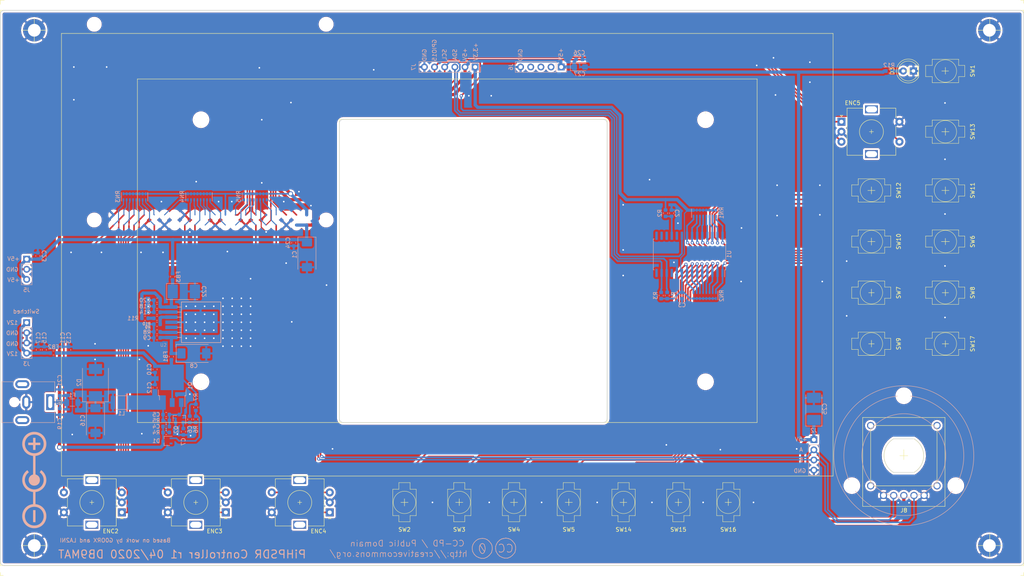
<source format=kicad_pcb>
(kicad_pcb (version 20171130) (host pcbnew "(5.1.5)-3")
  (layers (0 F.Cu signal) (31 B.Cu signal) (34 B.Paste user) (35 F.Paste user) (36 B.SilkS user) (37 F.SilkS user) (38 B.Mask user) (39 F.Mask user) (44 Edge.Cuts user))
  (net 0 "")
  (net 1 +5V)
  (net 2 GND)
  (net 3 "Net-(C2-Pad1)")
  (net 4 +3V3)
  (net 5 "Net-(C4-Pad2)")
  (net 6 "Net-(C4-Pad1)")
  (net 7 "Net-(C12-Pad1)")
  (net 8 "Net-(C6-Pad2)")
  (net 9 +12V)
  (net 10 "Net-(C8-Pad1)")
  (net 11 "Net-(C14-Pad1)")
  (net 12 "Net-(C15-Pad1)")
  (net 13 "Net-(C16-Pad1)")
  (net 14 "Net-(C18-Pad1)")
  (net 15 "Net-(C19-Pad1)")
  (net 16 "Net-(D1-Pad1)")
  (net 17 "Net-(D1-Pad2)")
  (net 18 "Net-(D3-Pad2)")
  (net 19 GPIO20)
  (net 20 GPIO26)
  (net 21 GPIO22)
  (net 22 GPIO27)
  (net 23 GPIO21)
  (net 24 GPIO4)
  (net 25 GPIO16)
  (net 26 GPIO19)
  (net 27 GPIO23)
  (net 28 GPIO24)
  (net 29 GPIO8)
  (net 30 GPIO25)
  (net 31 GPIO13)
  (net 32 GPIO6)
  (net 33 GPIO12)
  (net 34 GPIO7)
  (net 35 GPIO9)
  (net 36 GPIO10)
  (net 37 GPIO18)
  (net 38 GPIO17)
  (net 39 GPIO15)
  (net 40 GPIO14)
  (net 41 "/Raspberry Pi/GPIO3")
  (net 42 "/Raspberry Pi/GPIO2")
  (net 43 GPIO11)
  (net 44 GPIO5)
  (net 45 "Net-(J6-Pad2)")
  (net 46 "Net-(J6-Pad3)")
  (net 47 "Net-(J6-Pad4)")
  (net 48 "Net-(R8-Pad2)")
  (net 49 "Net-(R10-Pad1)")
  (net 50 "Net-(R10-Pad2)")
  (net 51 GPA2)
  (net 52 GPA3)
  (net 53 GPA1)
  (net 54 GPA4)
  (net 55 GPA5)
  (net 56 GPA6)
  (net 57 GPA0)
  (net 58 GPA7)
  (net 59 GPB2)
  (net 60 GPB3)
  (net 61 GPB1)
  (net 62 GPB4)
  (net 63 GPB5)
  (net 64 GPB6)
  (net 65 GPB0)
  (net 66 GPB7)
  (net 67 "Net-(U1-Pad11)")
  (net 68 "Net-(U1-Pad14)")
  (net 69 "Net-(U1-Pad15)")
  (net 70 "Net-(U1-Pad16)")
  (net 71 "Net-(U1-Pad17)")
  (net 72 "Net-(U1-Pad19)")
  (net 73 "Net-(U2-Pad3)")
  (module Symbol:Symbol_CreativeCommonsPublicDomain_SilkScreenTop_Small (layer B.Cu) (at 123.2 158 180)
    (fp_text reference REF** hide)
    (fp_text value Symbol_CreativeCommonsPublicDomain_SilkScreenTop_Small)
  )
  (module Symbol:Polarity_Center_Positive_6mm_SilkScreen (layer B.Cu) (at 24.9 141 90)
    (fp_text reference REF** hide)
    (fp_text value Polarity_Center_Positive_6mm_SilkScreen hide)
  )
  (module MountingHole:MountingHole_3.2mm_M3_DIN965_Pad (layer F.Cu) (at 263.8 28.4)
    (fp_text reference " " hide)
    (fp_text value " " hide)
    (pad 1 thru_hole circle (at 0 0) (size 5.6 5.6) (drill 3.2) (layers *.Cu *.Mask) (net 2 GND))
  )
  (module MountingHole:MountingHole_3.2mm_M3_DIN965_Pad (layer F.Cu) (at 263.8 157.4)
    (fp_text reference " " hide)
    (fp_text value " " hide)
    (pad 1 thru_hole circle (at 0 0) (size 5.6 5.6) (drill 3.2) (layers *.Cu *.Mask) (net 2 GND))
  )
  (module MountingHole:MountingHole_3.2mm_M3_DIN965_Pad (layer F.Cu) (at 24.9 28.4)
    (fp_text reference " " hide)
    (fp_text value " " hide)
    (pad 1 thru_hole circle (at 0 0) (size 5.6 5.6) (drill 3.2) (layers *.Cu *.Mask) (net 2 GND))
  )
  (module MountingHole:MountingHole_3.2mm_M3_DIN965_Pad (layer F.Cu) (at 24.9 157.4)
    (fp_text reference " " hide)
    (fp_text value " " hide)
    (pad 1 thru_hole circle (at 0 0) (size 5.6 5.6) (drill 3.2) (layers *.Cu *.Mask) (net 2 GND))
  )
  (module db9mat:7TO-PMOD (layer B.Cu) (at 59.2 101.5 90)
    (fp_text reference U2 (at -5.69976 -1.99898 180) (layer B.SilkS) (effects (font (size 0.79756 0.79756) (thickness 0.0762))))
    (fp_text value LMZ22005 hide)
    (pad 8 smd rect (at 0 7.305 90) (size 5.35 8.54) (layers B.Cu B.Paste B.Mask) (net 2 GND))
    (pad 6 smd rect (at 2.54 0 90) (size 0.89 3.06) (layers B.Cu B.Paste B.Mask) (net 11 "Net-(C14-Pad1)"))
    (pad 7 smd rect (at 3.81 0 90) (size 0.89 3.06) (layers B.Cu B.Paste B.Mask) (net 14 "Net-(C18-Pad1)"))
    (pad 5 smd rect (at 1.27 0 90) (size 0.89 3.06) (layers B.Cu B.Paste B.Mask) (net 49 "Net-(R10-Pad1)"))
    (pad 4 smd rect (at 0 0 90) (size 0.89 3.06) (layers B.Cu B.Paste B.Mask) (net 2 GND))
    (pad 3 smd rect (at -1.27 0 90) (size 0.89 3.06) (layers B.Cu B.Paste B.Mask) (net 73 "Net-(U2-Pad3)"))
    (pad 2 smd rect (at -2.54 0 90) (size 0.89 3.06) (layers B.Cu B.Paste B.Mask) (net 48 "Net-(R8-Pad2)"))
    (pad 1 smd rect (at -3.81 0 90) (size 0.89 3.06) (layers B.Cu B.Paste B.Mask) (net 10 "Net-(C8-Pad1)"))
  )
  (module Resistor_SMD:R_0603_1608Metric (layer B.Cu) (at 181.7 94.8 90)
    (fp_text reference R3 (at 0 -1.4 90) (layer B.SilkS) (effects (justify mirror)))
    (fp_text value 10k)
    (pad 1 smd roundrect (at -0.7875 0 90) (size 0.875 0.95) (layers B.Cu B.Paste B.Mask) (net 4 +3V3))
    (pad 2 smd roundrect (at 0.7875 0 90) (size 0.875 0.95) (layers B.Cu B.Paste B.Mask) (net 42 "/Raspberry Pi/GPIO2"))
  )
  (module Resistor_SMD:R_0603_1608Metric (layer B.Cu) (at 183.2 94.8 270)
    (fp_text reference R1 (at 0 -1.6 90) (layer B.SilkS) (effects (justify mirror)))
    (fp_text value 10k)
    (pad 2 smd roundrect (at 0.7875 0 270) (size 0.875 0.95) (layers B.Cu B.Paste B.Mask) (net 4 +3V3))
    (pad 1 smd roundrect (at -0.7875 0 270) (size 0.875 0.95) (layers B.Cu B.Paste B.Mask) (net 41 "/Raspberry Pi/GPIO3"))
  )
  (module Capacitor_SMD:C_0603_1608Metric (layer B.Cu) (at 186.9 94.8 270)
    (fp_text reference C3 (at 2.4 0 180) (layer B.SilkS) (effects (justify mirror)))
    (fp_text value 10u)
    (pad 2 smd roundrect (at 0.7875 0 270) (size 0.875 0.95) (layers B.Cu B.Paste B.Mask) (net 2 GND))
    (pad 1 smd roundrect (at -0.7875 0 270) (size 0.875 0.95) (layers B.Cu B.Paste B.Mask) (net 4 +3V3))
  )
  (module db9mat:R_Cat16-8 (layer B.Cu) (at 192.6 94.8 90)
    (fp_text reference RN2 (at -0.07 4.22 90) (layer B.SilkS) (effects (justify mirror)))
    (fp_text value 10k)
    (pad 8 smd rect (at 0.76 -2 270) (size 0.76 0.43) (layers B.Cu B.Paste B.Mask) (net 64 GPB6))
    (pad 9 smd rect (at 0.76 -2.8 270) (size 0.76 0.43) (layers B.Cu B.Paste B.Mask) (net 66 GPB7))
    (pad 2 smd rect (at 0.76 2.8 270) (size 0.76 0.43) (layers B.Cu B.Paste B.Mask) (net 65 GPB0))
    (pad 3 smd rect (at 0.76 2 270) (size 0.76 0.43) (layers B.Cu B.Paste B.Mask) (net 61 GPB1))
    (pad 1 smd rect (at -0.76 2 270) (size 0.76 0.43) (layers B.Cu B.Paste B.Mask) (net 4 +3V3))
    (pad 1 smd rect (at -0.76 2.8 270) (size 0.76 0.43) (layers B.Cu B.Paste B.Mask) (net 4 +3V3))
    (pad 1 smd rect (at -0.76 -2.8 270) (size 0.76 0.43) (layers B.Cu B.Paste B.Mask) (net 4 +3V3))
    (pad 1 smd rect (at -0.76 -2 270) (size 0.76 0.43) (layers B.Cu B.Paste B.Mask) (net 4 +3V3))
    (pad 4 smd rect (at 0.76 1.2 270) (size 0.76 0.43) (layers B.Cu B.Paste B.Mask) (net 59 GPB2))
    (pad 7 smd rect (at 0.76 -1.2 270) (size 0.76 0.43) (layers B.Cu B.Paste B.Mask) (net 63 GPB5))
    (pad 1 smd rect (at -0.76 -1.2 270) (size 0.76 0.43) (layers B.Cu B.Paste B.Mask) (net 4 +3V3))
    (pad 1 smd rect (at -0.76 1.2 270) (size 0.76 0.43) (layers B.Cu B.Paste B.Mask) (net 4 +3V3))
    (pad 6 smd rect (at 0.76 -0.4 270) (size 0.76 0.43) (layers B.Cu B.Paste B.Mask) (net 62 GPB4))
    (pad 1 smd rect (at -0.76 -0.4 270) (size 0.76 0.43) (layers B.Cu B.Paste B.Mask) (net 4 +3V3))
    (pad 5 smd rect (at 0.76 0.4 270) (size 0.76 0.43) (layers B.Cu B.Paste B.Mask) (net 60 GPB3))
    (pad 1 smd rect (at -0.76 0.4 270) (size 0.76 0.43) (layers B.Cu B.Paste B.Mask) (net 4 +3V3))
  )
  (module db9mat:R_Cat16-8 (layer B.Cu) (at 192.6 74.2 270)
    (fp_text reference RN1 (at -0.07 -4.2 90) (layer B.SilkS) (effects (justify mirror)))
    (fp_text value 10k)
    (pad 8 smd rect (at 0.76 -2 90) (size 0.76 0.43) (layers B.Cu B.Paste B.Mask) (net 56 GPA6))
    (pad 9 smd rect (at 0.76 -2.8 90) (size 0.76 0.43) (layers B.Cu B.Paste B.Mask) (net 58 GPA7))
    (pad 2 smd rect (at 0.76 2.8 90) (size 0.76 0.43) (layers B.Cu B.Paste B.Mask) (net 57 GPA0))
    (pad 3 smd rect (at 0.76 2 90) (size 0.76 0.43) (layers B.Cu B.Paste B.Mask) (net 53 GPA1))
    (pad 1 smd rect (at -0.76 2 90) (size 0.76 0.43) (layers B.Cu B.Paste B.Mask) (net 4 +3V3))
    (pad 1 smd rect (at -0.76 2.8 90) (size 0.76 0.43) (layers B.Cu B.Paste B.Mask) (net 4 +3V3))
    (pad 1 smd rect (at -0.76 -2.8 90) (size 0.76 0.43) (layers B.Cu B.Paste B.Mask) (net 4 +3V3))
    (pad 1 smd rect (at -0.76 -2 90) (size 0.76 0.43) (layers B.Cu B.Paste B.Mask) (net 4 +3V3))
    (pad 4 smd rect (at 0.76 1.2 90) (size 0.76 0.43) (layers B.Cu B.Paste B.Mask) (net 51 GPA2))
    (pad 7 smd rect (at 0.76 -1.2 90) (size 0.76 0.43) (layers B.Cu B.Paste B.Mask) (net 55 GPA5))
    (pad 1 smd rect (at -0.76 -1.2 90) (size 0.76 0.43) (layers B.Cu B.Paste B.Mask) (net 4 +3V3))
    (pad 1 smd rect (at -0.76 1.2 90) (size 0.76 0.43) (layers B.Cu B.Paste B.Mask) (net 4 +3V3))
    (pad 6 smd rect (at 0.76 -0.4 90) (size 0.76 0.43) (layers B.Cu B.Paste B.Mask) (net 54 GPA4))
    (pad 1 smd rect (at -0.76 -0.4 90) (size 0.76 0.43) (layers B.Cu B.Paste B.Mask) (net 4 +3V3))
    (pad 5 smd rect (at 0.76 0.4 90) (size 0.76 0.43) (layers B.Cu B.Paste B.Mask) (net 52 GPA3))
    (pad 1 smd rect (at -0.76 0.4 90) (size 0.76 0.43) (layers B.Cu B.Paste B.Mask) (net 4 +3V3))
  )
  (module db9mat:R_Cat16-8 (layer B.Cu) (at 50 70.1 270)
    (fp_text reference RN3 (at -0.07 4.22 90) (layer B.SilkS) (effects (justify mirror)))
    (fp_text value 10k)
    (pad 8 smd rect (at 0.76 -2 90) (size 0.76 0.43) (layers B.Cu B.Paste B.Mask) (net 33 GPIO12))
    (pad 9 smd rect (at 0.76 -2.8 90) (size 0.76 0.43) (layers B.Cu B.Paste B.Mask) (net 32 GPIO6))
    (pad 2 smd rect (at 0.76 2.8 90) (size 0.76 0.43) (layers B.Cu B.Paste B.Mask) (net 23 GPIO21))
    (pad 3 smd rect (at 0.76 2 90) (size 0.76 0.43) (layers B.Cu B.Paste B.Mask) (net 20 GPIO26))
    (pad 1 smd rect (at -0.76 2 90) (size 0.76 0.43) (layers B.Cu B.Paste B.Mask) (net 4 +3V3))
    (pad 1 smd rect (at -0.76 2.8 90) (size 0.76 0.43) (layers B.Cu B.Paste B.Mask) (net 4 +3V3))
    (pad 1 smd rect (at -0.76 -2.8 90) (size 0.76 0.43) (layers B.Cu B.Paste B.Mask) (net 4 +3V3))
    (pad 1 smd rect (at -0.76 -2 90) (size 0.76 0.43) (layers B.Cu B.Paste B.Mask) (net 4 +3V3))
    (pad 4 smd rect (at 0.76 1.2 90) (size 0.76 0.43) (layers B.Cu B.Paste B.Mask) (net 19 GPIO20))
    (pad 7 smd rect (at 0.76 -1.2 90) (size 0.76 0.43) (layers B.Cu B.Paste B.Mask) (net 31 GPIO13))
    (pad 1 smd rect (at -0.76 -1.2 90) (size 0.76 0.43) (layers B.Cu B.Paste B.Mask) (net 4 +3V3))
    (pad 1 smd rect (at -0.76 1.2 90) (size 0.76 0.43) (layers B.Cu B.Paste B.Mask) (net 4 +3V3))
    (pad 6 smd rect (at 0.76 -0.4 90) (size 0.76 0.43) (layers B.Cu B.Paste B.Mask) (net 25 GPIO16))
    (pad 1 smd rect (at -0.76 -0.4 90) (size 0.76 0.43) (layers B.Cu B.Paste B.Mask) (net 4 +3V3))
    (pad 5 smd rect (at 0.76 0.4 90) (size 0.76 0.43) (layers B.Cu B.Paste B.Mask) (net 26 GPIO19))
    (pad 1 smd rect (at -0.76 0.4 90) (size 0.76 0.43) (layers B.Cu B.Paste B.Mask) (net 4 +3V3))
  )
  (module db9mat:R_Cat16-8 (layer B.Cu) (at 66.1 70.1 270)
    (fp_text reference RN4 (at -0.07 4.22 90) (layer B.SilkS) (effects (justify mirror)))
    (fp_text value 10k)
    (pad 8 smd rect (at 0.76 -2 90) (size 0.76 0.43) (layers B.Cu B.Paste B.Mask) (net 36 GPIO10))
    (pad 9 smd rect (at 0.76 -2.8 90) (size 0.76 0.43) (layers B.Cu B.Paste B.Mask) (net 28 GPIO24))
    (pad 2 smd rect (at 0.76 2.8 90) (size 0.76 0.43) (layers B.Cu B.Paste B.Mask) (net 44 GPIO5))
    (pad 3 smd rect (at 0.76 2 90) (size 0.76 0.43) (layers B.Cu B.Paste B.Mask) (net 34 GPIO7))
    (pad 1 smd rect (at -0.76 2 90) (size 0.76 0.43) (layers B.Cu B.Paste B.Mask) (net 4 +3V3))
    (pad 1 smd rect (at -0.76 2.8 90) (size 0.76 0.43) (layers B.Cu B.Paste B.Mask) (net 4 +3V3))
    (pad 1 smd rect (at -0.76 -2.8 90) (size 0.76 0.43) (layers B.Cu B.Paste B.Mask) (net 4 +3V3))
    (pad 1 smd rect (at -0.76 -2 90) (size 0.76 0.43) (layers B.Cu B.Paste B.Mask) (net 4 +3V3))
    (pad 4 smd rect (at 0.76 1.2 90) (size 0.76 0.43) (layers B.Cu B.Paste B.Mask) (net 43 GPIO11))
    (pad 7 smd rect (at 0.76 -1.2 90) (size 0.76 0.43) (layers B.Cu B.Paste B.Mask) (net 30 GPIO25))
    (pad 1 smd rect (at -0.76 -1.2 90) (size 0.76 0.43) (layers B.Cu B.Paste B.Mask) (net 4 +3V3))
    (pad 1 smd rect (at -0.76 1.2 90) (size 0.76 0.43) (layers B.Cu B.Paste B.Mask) (net 4 +3V3))
    (pad 6 smd rect (at 0.76 -0.4 90) (size 0.76 0.43) (layers B.Cu B.Paste B.Mask) (net 35 GPIO9))
    (pad 1 smd rect (at -0.76 -0.4 90) (size 0.76 0.43) (layers B.Cu B.Paste B.Mask) (net 4 +3V3))
    (pad 5 smd rect (at 0.76 0.4 90) (size 0.76 0.43) (layers B.Cu B.Paste B.Mask) (net 29 GPIO8))
    (pad 1 smd rect (at -0.76 0.4 90) (size 0.76 0.43) (layers B.Cu B.Paste B.Mask) (net 4 +3V3))
  )
  (module db9mat:R_Cat16-8 (layer B.Cu) (at 80.2 70.1 270)
    (fp_text reference RN5 (at -0.07 4.22 90) (layer B.SilkS) (effects (justify mirror)))
    (fp_text value 10k)
    (pad 8 smd rect (at 0.76 -2 90) (size 0.76 0.43) (layers B.Cu B.Paste B.Mask) (net 40 GPIO14))
    (pad 9 smd rect (at 0.76 -2.8 90) (size 0.76 0.43) (layers B.Cu B.Paste B.Mask) (net 24 GPIO4))
    (pad 2 smd rect (at 0.76 2.8 90) (size 0.76 0.43) (layers B.Cu B.Paste B.Mask) (net 21 GPIO22))
    (pad 3 smd rect (at 0.76 2 90) (size 0.76 0.43) (layers B.Cu B.Paste B.Mask) (net 27 GPIO23))
    (pad 1 smd rect (at -0.76 2 90) (size 0.76 0.43) (layers B.Cu B.Paste B.Mask) (net 4 +3V3))
    (pad 1 smd rect (at -0.76 2.8 90) (size 0.76 0.43) (layers B.Cu B.Paste B.Mask) (net 4 +3V3))
    (pad 1 smd rect (at -0.76 -2.8 90) (size 0.76 0.43) (layers B.Cu B.Paste B.Mask) (net 4 +3V3))
    (pad 1 smd rect (at -0.76 -2 90) (size 0.76 0.43) (layers B.Cu B.Paste B.Mask) (net 4 +3V3))
    (pad 4 smd rect (at 0.76 1.2 90) (size 0.76 0.43) (layers B.Cu B.Paste B.Mask) (net 22 GPIO27))
    (pad 7 smd rect (at 0.76 -1.2 90) (size 0.76 0.43) (layers B.Cu B.Paste B.Mask) (net 39 GPIO15))
    (pad 1 smd rect (at -0.76 -1.2 90) (size 0.76 0.43) (layers B.Cu B.Paste B.Mask) (net 4 +3V3))
    (pad 1 smd rect (at -0.76 1.2 90) (size 0.76 0.43) (layers B.Cu B.Paste B.Mask) (net 4 +3V3))
    (pad 6 smd rect (at 0.76 -0.4 90) (size 0.76 0.43) (layers B.Cu B.Paste B.Mask) (net 38 GPIO17))
    (pad 1 smd rect (at -0.76 -0.4 90) (size 0.76 0.43) (layers B.Cu B.Paste B.Mask) (net 4 +3V3))
    (pad 5 smd rect (at 0.76 0.4 90) (size 0.76 0.43) (layers B.Cu B.Paste B.Mask) (net 37 GPIO18))
    (pad 1 smd rect (at -0.76 0.4 90) (size 0.76 0.43) (layers B.Cu B.Paste B.Mask) (net 4 +3V3))
  )
  (module db9mat:LPD3806 (layer B.Cu) (at 242.4 134.9 90)
    (fp_text reference REF** hide)
    (fp_text value LPD3806)
    (pad "" np_thru_hole circle (at -7.5 -13 90) (size 3.2 3.2) (drill 3.2) (layers *.Cu *.Mask))
    (pad "" np_thru_hole circle (at -7.5 13 90) (size 3.2 3.2) (drill 3.2) (layers *.Cu *.Mask))
    (pad "" np_thru_hole circle (at 15 0 90) (size 3.2 3.2) (drill 3.2) (layers *.Cu *.Mask))
  )
  (module db9mat:Pi-Display (layer B.Cu) (at 224.7 140 180)
    (fp_text reference REF** hide)
    (fp_text value Pi-Display)
    (pad "" np_thru_hole circle (at 158.1 89.2 180) (size 3.2 3.2) (drill 3.2) (layers *.Cu *.Mask))
    (pad "" np_thru_hole circle (at 31.9 89.2 180) (size 3.2 3.2) (drill 3.2) (layers *.Cu *.Mask))
    (pad "" np_thru_hole circle (at 158.1 23.6 180) (size 3.2 3.2) (drill 3.2) (layers *.Cu *.Mask))
    (pad "" np_thru_hole circle (at 31.9 23.6 180) (size 3.2 3.2) (drill 3.2) (layers *.Cu *.Mask))
  )
  (module db9mat:RotaryEncoder_Alps_EC11E-Switch_Vertical_H20mm (layer F.Cu) (at 234.3 53.8)
    (fp_text reference ENC5 (at -4.7 -7.2) (layer F.SilkS))
    (fp_text value Rotary_Encoder_Switch)
    (pad A thru_hole rect (at -7.5 -2.5) (size 2 2) (drill 1) (layers *.Cu *.Mask) (net 22 GPIO27))
    (pad C thru_hole circle (at -7.5 0) (size 2 2) (drill 1) (layers *.Cu *.Mask) (net 2 GND))
    (pad B thru_hole circle (at -7.5 2.5) (size 2 2) (drill 1) (layers *.Cu *.Mask) (net 38 GPIO17))
    (pad MP thru_hole rect (at 0 -5.6) (size 3.2 2) (drill oval 2.8 1.5) (layers *.Cu *.Mask))
    (pad MP thru_hole rect (at 0 5.6) (size 3.2 2) (drill oval 2.8 1.5) (layers *.Cu *.Mask))
    (pad S2 thru_hole circle (at 7 -2.5) (size 2 2) (drill 1) (layers *.Cu *.Mask) (net 2 GND))
    (pad S1 thru_hole circle (at 7 2.5) (size 2 2) (drill 1) (layers *.Cu *.Mask) (net 21 GPIO22))
  )
  (module db9mat:RotaryEncoder_Alps_EC11E-Switch_Vertical_H20mm (layer F.Cu) (at 91.3 146.6 180)
    (fp_text reference ENC4 (at -4.7 -7.2) (layer F.SilkS))
    (fp_text value Rotary_Encoder_Switch)
    (pad A thru_hole rect (at -7.5 -2.5 180) (size 2 2) (drill 1) (layers *.Cu *.Mask) (net 34 GPIO7))
    (pad C thru_hole circle (at -7.5 0 180) (size 2 2) (drill 1) (layers *.Cu *.Mask) (net 2 GND))
    (pad B thru_hole circle (at -7.5 2.5 180) (size 2 2) (drill 1) (layers *.Cu *.Mask) (net 29 GPIO8))
    (pad MP thru_hole rect (at 0 -5.6 180) (size 3.2 2) (drill oval 2.8 1.5) (layers *.Cu *.Mask))
    (pad MP thru_hole rect (at 0 5.6 180) (size 3.2 2) (drill oval 2.8 1.5) (layers *.Cu *.Mask))
    (pad S2 thru_hole circle (at 7 -2.5 180) (size 2 2) (drill 1) (layers *.Cu *.Mask) (net 2 GND))
    (pad S1 thru_hole circle (at 7 2.5 180) (size 2 2) (drill 1) (layers *.Cu *.Mask) (net 33 GPIO12))
  )
  (module db9mat:RotaryEncoder_Alps_EC11E-Switch_Vertical_H20mm (layer F.Cu) (at 65.3 146.6 180)
    (fp_text reference ENC3 (at -4.7 -7.2) (layer F.SilkS))
    (fp_text value Rotary_Encoder_Switch)
    (pad A thru_hole rect (at -7.5 -2.5 180) (size 2 2) (drill 1) (layers *.Cu *.Mask) (net 25 GPIO16))
    (pad C thru_hole circle (at -7.5 0 180) (size 2 2) (drill 1) (layers *.Cu *.Mask) (net 2 GND))
    (pad B thru_hole circle (at -7.5 2.5 180) (size 2 2) (drill 1) (layers *.Cu *.Mask) (net 31 GPIO13))
    (pad MP thru_hole rect (at 0 -5.6 180) (size 3.2 2) (drill oval 2.8 1.5) (layers *.Cu *.Mask))
    (pad MP thru_hole rect (at 0 5.6 180) (size 3.2 2) (drill oval 2.8 1.5) (layers *.Cu *.Mask))
    (pad S2 thru_hole circle (at 7 -2.5 180) (size 2 2) (drill 1) (layers *.Cu *.Mask) (net 2 GND))
    (pad S1 thru_hole circle (at 7 2.5 180) (size 2 2) (drill 1) (layers *.Cu *.Mask) (net 26 GPIO19))
  )
  (module db9mat:RotaryEncoder_Alps_EC11E-Switch_Vertical_H20mm (layer F.Cu) (at 39.3 146.6 180)
    (fp_text reference ENC2 (at -4.7 -7.2) (layer F.SilkS))
    (fp_text value Rotary_Encoder_Switch)
    (pad A thru_hole rect (at -7.5 -2.5 180) (size 2 2) (drill 1) (layers *.Cu *.Mask) (net 19 GPIO20))
    (pad C thru_hole circle (at -7.5 0 180) (size 2 2) (drill 1) (layers *.Cu *.Mask) (net 2 GND))
    (pad B thru_hole circle (at -7.5 2.5 180) (size 2 2) (drill 1) (layers *.Cu *.Mask) (net 20 GPIO26))
    (pad MP thru_hole rect (at 0 -5.6 180) (size 3.2 2) (drill oval 2.8 1.5) (layers *.Cu *.Mask))
    (pad MP thru_hole rect (at 0 5.6 180) (size 3.2 2) (drill oval 2.8 1.5) (layers *.Cu *.Mask))
    (pad S2 thru_hole circle (at 7 -2.5 180) (size 2 2) (drill 1) (layers *.Cu *.Mask) (net 2 GND))
    (pad S1 thru_hole circle (at 7 2.5 180) (size 2 2) (drill 1) (layers *.Cu *.Mask) (net 23 GPIO21))
  )
  (module LED_THT:LED_D5.0mm (layer F.Cu) (at 243.5 38.6 180)
    (fp_text reference D3 (at 4 0 90) (layer F.SilkS))
    (fp_text value Green)
    (pad 1 thru_hole rect (at -1.3 0 180) (size 1.8 1.8) (drill 0.9) (layers *.Cu *.Mask) (net 2 GND))
    (pad 2 thru_hole circle (at 1.24 0 180) (size 1.8 1.8) (drill 0.9) (layers *.Cu *.Mask) (net 18 "Net-(D3-Pad2)"))
  )
  (module Capacitor_Tantalum_SMD:CP_EIA-7343-31_Kemet-D (layer B.Cu) (at 93.1 84.6 270)
    (fp_text reference C1 (at 0 3.1 90) (layer B.SilkS) (effects (justify mirror)))
    (fp_text value 220u/10V)
    (pad 1 smd roundrect (at -3.1125 0 270) (size 2.075 2.55) (layers B.Cu B.Paste B.Mask) (roundrect_rratio 0.120482) (net 1 +5V))
    (pad 2 smd roundrect (at 3.1125 0 270) (size 2.075 2.55) (layers B.Cu B.Paste B.Mask) (roundrect_rratio 0.120482) (net 2 GND))
  )
  (module Capacitor_SMD:C_0603_1608Metric (layer B.Cu) (at 184.3 74.2 90)
    (fp_text reference C2 (at 0 1.43 90) (layer B.SilkS) (effects (justify mirror)))
    (fp_text value 1n)
    (pad 1 smd roundrect (at -0.7875 0 90) (size 0.875 0.95) (layers B.Cu B.Paste B.Mask) (net 3 "Net-(C2-Pad1)"))
    (pad 2 smd roundrect (at 0.7875 0 90) (size 0.875 0.95) (layers B.Cu B.Paste B.Mask) (net 2 GND))
  )
  (module Capacitor_SMD:C_0603_1608Metric (layer B.Cu) (at 57.9 127.6 180)
    (fp_text reference C4 (at 2.5 0) (layer B.SilkS) (effects (justify mirror)))
    (fp_text value 1u)
    (pad 2 smd roundrect (at 0.7875 0 180) (size 0.875 0.95) (layers B.Cu B.Paste B.Mask) (net 5 "Net-(C4-Pad2)"))
    (pad 1 smd roundrect (at -0.7875 0 180) (size 0.875 0.95) (layers B.Cu B.Paste B.Mask) (net 6 "Net-(C4-Pad1)"))
  )
  (module Capacitor_SMD:C_0603_1608Metric (layer B.Cu) (at 57.9 124.6)
    (fp_text reference C5 (at -2.5 0) (layer B.SilkS) (effects (justify mirror)))
    (fp_text value 100n)
    (pad 1 smd roundrect (at -0.7875 0) (size 0.875 0.95) (layers B.Cu B.Paste B.Mask) (net 7 "Net-(C12-Pad1)"))
    (pad 2 smd roundrect (at 0.7875 0) (size 0.875 0.95) (layers B.Cu B.Paste B.Mask) (net 6 "Net-(C4-Pad1)"))
  )
  (module Capacitor_SMD:C_0603_1608Metric (layer B.Cu) (at 63.8 125.8 270)
    (fp_text reference C6 (at 2.5 0 90) (layer B.SilkS) (effects (justify mirror)))
    (fp_text value 100n)
    (pad 2 smd roundrect (at 0.7875 0 270) (size 0.875 0.95) (layers B.Cu B.Paste B.Mask) (net 8 "Net-(C6-Pad2)"))
    (pad 1 smd roundrect (at -0.7875 0 270) (size 0.875 0.95) (layers B.Cu B.Paste B.Mask) (net 9 +12V))
  )
  (module Capacitor_SMD:C_0603_1608Metric (layer B.Cu) (at 62.2 128.9 270)
    (fp_text reference C7 (at 2.5 0 90) (layer B.SilkS) (effects (justify mirror)))
    (fp_text value 100n)
    (pad 1 smd roundrect (at -0.7875 0 270) (size 0.875 0.95) (layers B.Cu B.Paste B.Mask) (net 8 "Net-(C6-Pad2)"))
    (pad 2 smd roundrect (at 0.7875 0 270) (size 0.875 0.95) (layers B.Cu B.Paste B.Mask) (net 2 GND))
  )
  (module Capacitor_Tantalum_SMD:CP_EIA-7343-43_Kemet-X (layer B.Cu) (at 64.8 109.3)
    (fp_text reference C8 (at 0 3.1) (layer B.SilkS) (effects (justify mirror)))
    (fp_text value 47u/35V)
    (pad 1 smd roundrect (at -3.1125 0) (size 2.075 2.55) (layers B.Cu B.Paste B.Mask) (roundrect_rratio 0.120482) (net 10 "Net-(C8-Pad1)"))
    (pad 2 smd roundrect (at 3.1125 0) (size 2.075 2.55) (layers B.Cu B.Paste B.Mask) (roundrect_rratio 0.120482) (net 2 GND))
  )
  (module Capacitor_SMD:C_0603_1608Metric (layer B.Cu) (at 55.6 105.4 180)
    (fp_text reference C9 (at 2.5 0) (layer B.SilkS) (effects (justify mirror)))
    (fp_text value 100n)
    (pad 1 smd roundrect (at -0.7875 0 180) (size 0.875 0.95) (layers B.Cu B.Paste B.Mask) (net 10 "Net-(C8-Pad1)"))
    (pad 2 smd roundrect (at 0.7875 0 180) (size 0.875 0.95) (layers B.Cu B.Paste B.Mask) (net 2 GND))
  )
  (module Capacitor_SMD:C_0603_1608Metric (layer B.Cu) (at 55.1 113.3 270)
    (fp_text reference C10 (at 0 1.43 90) (layer B.SilkS) (effects (justify mirror)))
    (fp_text value 10u)
    (pad 1 smd roundrect (at -0.7875 0 270) (size 0.875 0.95) (layers B.Cu B.Paste B.Mask) (net 9 +12V))
    (pad 2 smd roundrect (at 0.7875 0 270) (size 0.875 0.95) (layers B.Cu B.Paste B.Mask) (net 2 GND))
  )
  (module Capacitor_SMD:C_0603_1608Metric (layer B.Cu) (at 32 108.4 90)
    (fp_text reference C11 (at 3 0 90) (layer B.SilkS) (effects (justify mirror)))
    (fp_text value 100n)
    (pad 1 smd roundrect (at -0.7875 0 90) (size 0.875 0.95) (layers B.Cu B.Paste B.Mask) (net 9 +12V))
    (pad 2 smd roundrect (at 0.7875 0 90) (size 0.875 0.95) (layers B.Cu B.Paste B.Mask) (net 2 GND))
  )
  (module Capacitor_SMD:C_0603_1608Metric (layer B.Cu) (at 55.1 117.9 90)
    (fp_text reference C12 (at 0 -1.4 90) (layer B.SilkS) (effects (justify mirror)))
    (fp_text value 10u)
    (pad 2 smd roundrect (at 0.7875 0 90) (size 0.875 0.95) (layers B.Cu B.Paste B.Mask) (net 2 GND))
    (pad 1 smd roundrect (at -0.7875 0 90) (size 0.875 0.95) (layers B.Cu B.Paste B.Mask) (net 7 "Net-(C12-Pad1)"))
  )
  (module Capacitor_SMD:C_0603_1608Metric (layer B.Cu) (at 33.5 108.4 90)
    (fp_text reference C13 (at 3 0 90) (layer B.SilkS) (effects (justify mirror)))
    (fp_text value 1u)
    (pad 2 smd roundrect (at 0.7875 0 90) (size 0.875 0.95) (layers B.Cu B.Paste B.Mask) (net 2 GND))
    (pad 1 smd roundrect (at -0.7875 0 90) (size 0.875 0.95) (layers B.Cu B.Paste B.Mask) (net 9 +12V))
  )
  (module Capacitor_SMD:C_0603_1608Metric (layer B.Cu) (at 55.6 99 180)
    (fp_text reference C14 (at 3 0) (layer B.SilkS) (effects (justify mirror)))
    (fp_text value 100n)
    (pad 2 smd roundrect (at 0.7875 0 180) (size 0.875 0.95) (layers B.Cu B.Paste B.Mask) (net 2 GND))
    (pad 1 smd roundrect (at -0.7875 0 180) (size 0.875 0.95) (layers B.Cu B.Paste B.Mask) (net 11 "Net-(C14-Pad1)"))
  )
  (module Capacitor_SMD:C_0603_1608Metric (layer B.Cu) (at 27.4 108.4 90)
    (fp_text reference C15 (at 3 0 90) (layer B.SilkS) (effects (justify mirror)))
    (fp_text value 100n)
    (pad 1 smd roundrect (at -0.7875 0 90) (size 0.875 0.95) (layers B.Cu B.Paste B.Mask) (net 12 "Net-(C15-Pad1)"))
    (pad 2 smd roundrect (at 0.7875 0 90) (size 0.875 0.95) (layers B.Cu B.Paste B.Mask) (net 2 GND))
  )
  (module Capacitor_Tantalum_SMD:CP_EIA-7343-31_Kemet-D (layer B.Cu) (at 40.2 126.1 270)
    (fp_text reference C16 (at 0 3.2 90) (layer B.SilkS) (effects (justify mirror)))
    (fp_text value 22u/35V)
    (pad 2 smd roundrect (at 3.1125 0 270) (size 2.075 2.55) (layers B.Cu B.Paste B.Mask) (roundrect_rratio 0.120482) (net 2 GND))
    (pad 1 smd roundrect (at -3.1125 0 270) (size 2.075 2.55) (layers B.Cu B.Paste B.Mask) (roundrect_rratio 0.120482) (net 13 "Net-(C16-Pad1)"))
  )
  (module Capacitor_SMD:C_0603_1608Metric (layer B.Cu) (at 25.9 108.4 90)
    (fp_text reference C17 (at 3 0 90) (layer B.SilkS) (effects (justify mirror)))
    (fp_text value 1u)
    (pad 1 smd roundrect (at -0.7875 0 90) (size 0.875 0.95) (layers B.Cu B.Paste B.Mask) (net 12 "Net-(C15-Pad1)"))
    (pad 2 smd roundrect (at 0.7875 0 90) (size 0.875 0.95) (layers B.Cu B.Paste B.Mask) (net 2 GND))
  )
  (module Capacitor_SMD:C_0603_1608Metric (layer B.Cu) (at 55.6 97.5 180)
    (fp_text reference C18 (at 2.9875 0) (layer B.SilkS) (effects (justify mirror)))
    (fp_text value 100n)
    (pad 1 smd roundrect (at -0.7875 0 180) (size 0.875 0.95) (layers B.Cu B.Paste B.Mask) (net 14 "Net-(C18-Pad1)"))
    (pad 2 smd roundrect (at 0.7875 0 180) (size 0.875 0.95) (layers B.Cu B.Paste B.Mask) (net 2 GND))
  )
  (module Capacitor_SMD:C_0603_1608Metric (layer B.Cu) (at 31.3 123.9 270)
    (fp_text reference C19 (at 3 0 90) (layer B.SilkS) (effects (justify mirror)))
    (fp_text value 100n)
    (pad 2 smd roundrect (at 0.7875 0 270) (size 0.875 0.95) (layers B.Cu B.Paste B.Mask) (net 2 GND))
    (pad 1 smd roundrect (at -0.7875 0 270) (size 0.875 0.95) (layers B.Cu B.Paste B.Mask) (net 15 "Net-(C19-Pad1)"))
  )
  (module Capacitor_SMD:C_0603_1608Metric (layer B.Cu) (at 55.6 96 180)
    (fp_text reference C20 (at 3 0) (layer B.SilkS) (effects (justify mirror)))
    (fp_text value 10u)
    (pad 2 smd roundrect (at 0.7875 0 180) (size 0.875 0.95) (layers B.Cu B.Paste B.Mask) (net 2 GND))
    (pad 1 smd roundrect (at -0.7875 0 180) (size 0.875 0.95) (layers B.Cu B.Paste B.Mask) (net 14 "Net-(C18-Pad1)"))
  )
  (module Capacitor_SMD:C_0603_1608Metric (layer B.Cu) (at 31.3 119.1 90)
    (fp_text reference C21 (at 3 0 90) (layer B.SilkS) (effects (justify mirror)))
    (fp_text value 10u)
    (pad 2 smd roundrect (at 0.7875 0 90) (size 0.875 0.95) (layers B.Cu B.Paste B.Mask) (net 2 GND))
    (pad 1 smd roundrect (at -0.7875 0 90) (size 0.875 0.95) (layers B.Cu B.Paste B.Mask) (net 15 "Net-(C19-Pad1)"))
  )
  (module Capacitor_Tantalum_SMD:CP_EIA-7132-28_AVX-C (layer B.Cu) (at 62.3 93.8)
    (fp_text reference C22 (at 5.1 0 90) (layer B.SilkS) (effects (justify mirror)))
    (fp_text value 100u/10V)
    (pad 2 smd roundrect (at 2.775 0) (size 2.55 3.5) (layers B.Cu B.Paste B.Mask) (roundrect_rratio 0.098039) (net 2 GND))
    (pad 1 smd roundrect (at -2.775 0) (size 2.55 3.5) (layers B.Cu B.Paste B.Mask) (roundrect_rratio 0.098039) (net 14 "Net-(C18-Pad1)"))
  )
  (module Capacitor_SMD:C_0603_1608Metric (layer B.Cu) (at 25.8 84.9 90)
    (fp_text reference C23 (at 0 1.6 90) (layer B.SilkS) (effects (justify mirror)))
    (fp_text value 100n)
    (pad 2 smd roundrect (at 0.7875 0 90) (size 0.875 0.95) (layers B.Cu B.Paste B.Mask) (net 2 GND))
    (pad 1 smd roundrect (at -0.7875 0 90) (size 0.875 0.95) (layers B.Cu B.Paste B.Mask) (net 1 +5V))
  )
  (module Capacitor_SMD:C_0603_1608Metric (layer B.Cu) (at 89.8 81.6 270)
    (fp_text reference C24 (at 0 1.43 90) (layer B.SilkS) (effects (justify mirror)))
    (fp_text value 10u)
    (pad 1 smd roundrect (at -0.7875 0 270) (size 0.875 0.95) (layers B.Cu B.Paste B.Mask) (net 1 +5V))
    (pad 2 smd roundrect (at 0.7875 0 270) (size 0.875 0.95) (layers B.Cu B.Paste B.Mask) (net 2 GND))
  )
  (module Capacitor_Tantalum_SMD:CP_EIA-7132-28_AVX-C (layer B.Cu) (at 219.9 123.2 90)
    (fp_text reference C25 (at 0 2.7 90) (layer B.SilkS) (effects (justify mirror)))
    (fp_text value 100u/10V)
    (pad 1 smd roundrect (at -2.775 0 90) (size 2.55 3.5) (layers B.Cu B.Paste B.Mask) (roundrect_rratio 0.098039) (net 1 +5V))
    (pad 2 smd roundrect (at 2.775 0 90) (size 2.55 3.5) (layers B.Cu B.Paste B.Mask) (roundrect_rratio 0.098039) (net 2 GND))
  )
  (module Capacitor_SMD:C_0603_1608Metric (layer B.Cu) (at 161.2125 35.7)
    (fp_text reference C26 (at 0 -1.7) (layer B.SilkS) (effects (justify mirror)))
    (fp_text value 10u)
    (pad 2 smd roundrect (at 0.7875 0) (size 0.875 0.95) (layers B.Cu B.Paste B.Mask) (net 2 GND))
    (pad 1 smd roundrect (at -0.7875 0) (size 0.875 0.95) (layers B.Cu B.Paste B.Mask) (net 1 +5V))
  )
  (module Capacitor_Tantalum_SMD:CP_EIA-3216-18_Kemet-A (layer B.Cu) (at 161.3 37.6)
    (fp_text reference C27 (at 0 1.75) (layer B.SilkS) (effects (justify mirror)))
    (fp_text value 100u/6.3V)
    (pad 1 smd roundrect (at -1.35 0) (size 1.4 1.35) (layers B.Cu B.Paste B.Mask) (roundrect_rratio 0.185185) (net 1 +5V))
    (pad 2 smd roundrect (at 1.35 0) (size 1.4 1.35) (layers B.Cu B.Paste B.Mask) (roundrect_rratio 0.185185) (net 2 GND))
  )
  (module Package_TO_SOT_SMD:SOT-323_SC-70 (layer B.Cu) (at 58.1 131.2 180)
    (fp_text reference D1 (at 2.7 0) (layer B.SilkS) (effects (justify mirror)))
    (fp_text value BAS16J)
    (pad 1 smd rect (at -1 0.65 270) (size 0.45 0.7) (layers B.Cu B.Paste B.Mask) (net 16 "Net-(D1-Pad1)"))
    (pad 2 smd rect (at -1 -0.65 270) (size 0.45 0.7) (layers B.Cu B.Paste B.Mask) (net 17 "Net-(D1-Pad2)"))
    (pad 3 smd rect (at 1 0 270) (size 0.45 0.7) (layers B.Cu B.Paste B.Mask) (net 5 "Net-(C4-Pad2)"))
  )
  (module Diode_SMD:D_SMC (layer B.Cu) (at 40.2 116.6 90)
    (fp_text reference D2 (at 0 -4.1 90) (layer B.SilkS) (effects (justify mirror)))
    (fp_text value SK54)
    (pad 1 smd rect (at -3.4 0) (size 3.3 2.5) (layers B.Cu B.Paste B.Mask) (net 13 "Net-(C16-Pad1)"))
    (pad 2 smd rect (at 3.4 0) (size 3.3 2.5) (layers B.Cu B.Paste B.Mask) (net 2 GND))
  )
  (module Fuse:Fuse_1206_3216Metric (layer B.Cu) (at 34.4 121.6 180)
    (fp_text reference F1 (at 0 1.82) (layer B.SilkS) (effects (justify mirror)))
    (fp_text value 5A)
    (pad 1 smd roundrect (at -1.4 0 180) (size 1.25 1.75) (layers B.Cu B.Paste B.Mask) (roundrect_rratio 0.2) (net 13 "Net-(C16-Pad1)"))
    (pad 2 smd roundrect (at 1.4 0 180) (size 1.25 1.75) (layers B.Cu B.Paste B.Mask) (roundrect_rratio 0.2) (net 15 "Net-(C19-Pad1)"))
  )
  (module Inductor_SMD:L_0603_1608Metric (layer B.Cu) (at 59.2 110.1 270)
    (fp_text reference FB1 (at 0 1.43 90) (layer B.SilkS) (effects (justify mirror)))
    (fp_text value TBD)
    (pad 2 smd roundrect (at 0.7875 0 270) (size 0.875 0.95) (layers B.Cu B.Paste B.Mask) (net 9 +12V))
    (pad 1 smd roundrect (at -0.7875 0 270) (size 0.875 0.95) (layers B.Cu B.Paste B.Mask) (net 10 "Net-(C8-Pad1)"))
  )
  (module Inductor_SMD:L_0603_1608Metric (layer B.Cu) (at 29.7 109.2)
    (fp_text reference FB2 (at 0 -1.5) (layer B.SilkS) (effects (justify mirror)))
    (fp_text value TBD)
    (pad 1 smd roundrect (at -0.7875 0) (size 0.875 0.95) (layers B.Cu B.Paste B.Mask) (net 12 "Net-(C15-Pad1)"))
    (pad 2 smd roundrect (at 0.7875 0) (size 0.875 0.95) (layers B.Cu B.Paste B.Mask) (net 9 +12V))
  )
  (module Inductor_SMD:L_0603_1608Metric (layer B.Cu) (at 59.5 90.1 90)
    (fp_text reference FB3 (at 0 1.43 90) (layer B.SilkS) (effects (justify mirror)))
    (fp_text value TBD)
    (pad 1 smd roundrect (at -0.7875 0 90) (size 0.875 0.95) (layers B.Cu B.Paste B.Mask) (net 14 "Net-(C18-Pad1)"))
    (pad 2 smd roundrect (at 0.7875 0 90) (size 0.875 0.95) (layers B.Cu B.Paste B.Mask) (net 1 +5V))
  )
  (module Connector_PinHeader_2.54mm:PinHeader_1x04_P2.54mm_Vertical (layer B.Cu) (at 219.9 130.9 180)
    (fp_text reference J2 (at 0 2.33) (layer B.SilkS) (effects (justify mirror)))
    (fp_text value ENC1)
    (pad 1 thru_hole rect (at 0 0 180) (size 1.7 1.7) (drill 1) (layers *.Cu *.Mask) (net 1 +5V))
    (pad 2 thru_hole oval (at 0 -2.54 180) (size 1.7 1.7) (drill 1) (layers *.Cu *.Mask) (net 40 GPIO14))
    (pad 3 thru_hole oval (at 0 -5.08 180) (size 1.7 1.7) (drill 1) (layers *.Cu *.Mask) (net 37 GPIO18))
    (pad 4 thru_hole oval (at 0 -7.62 180) (size 1.7 1.7) (drill 1) (layers *.Cu *.Mask) (net 2 GND))
  )
  (module Connector_PinHeader_2.54mm:PinHeader_1x04_P2.54mm_Vertical (layer B.Cu) (at 23 101.6 180)
    (fp_text reference J3 (at 0 -10.3) (layer B.SilkS) (effects (justify mirror)))
    (fp_text value 12V_SWITCHED)
    (pad 4 thru_hole oval (at 0 -7.62 180) (size 1.7 1.7) (drill 1) (layers *.Cu *.Mask) (net 12 "Net-(C15-Pad1)"))
    (pad 3 thru_hole oval (at 0 -5.08 180) (size 1.7 1.7) (drill 1) (layers *.Cu *.Mask) (net 2 GND))
    (pad 2 thru_hole oval (at 0 -2.54 180) (size 1.7 1.7) (drill 1) (layers *.Cu *.Mask) (net 2 GND))
    (pad 1 thru_hole rect (at 0 0 180) (size 1.7 1.7) (drill 1) (layers *.Cu *.Mask) (net 12 "Net-(C15-Pad1)"))
  )
  (module Connector_BarrelJack:BarrelJack_CUI_PJ-063AH_Horizontal (layer B.Cu) (at 28.9 121.5 90)
    (fp_text reference J4 (at 0 2.3 270) (layer B.SilkS) (effects (justify mirror)))
    (fp_text value 12V_IN)
    (pad 1 thru_hole rect (at 0 0 90) (size 4 2) (drill oval 3 1) (layers *.Cu *.Mask) (net 15 "Net-(C19-Pad1)"))
    (pad 2 thru_hole oval (at 0 -6 90) (size 3.3 2) (drill oval 2.3 1) (layers *.Cu *.Mask) (net 2 GND))
    (pad MP thru_hole oval (at -4.5 -7 90) (size 2 3.5) (drill oval 1 2.5) (layers *.Cu *.Mask))
    (pad MP thru_hole oval (at 4.5 -7 90) (size 2 3.5) (drill oval 1 2.5) (layers *.Cu *.Mask))
    (pad "" np_thru_hole circle (at 0 -9 90) (size 1.6 1.6) (drill 1.6) (layers *.Cu *.Mask))
  )
  (module Connector_PinHeader_2.54mm:PinHeader_1x03_P2.54mm_Vertical (layer B.Cu) (at 23 85.7 180)
    (fp_text reference J5 (at 0 -7.7) (layer B.SilkS) (effects (justify mirror)))
    (fp_text value 5V/3A)
    (pad 1 thru_hole rect (at 0 0 180) (size 1.7 1.7) (drill 1) (layers *.Cu *.Mask) (net 1 +5V))
    (pad 2 thru_hole oval (at 0 -2.54 180) (size 1.7 1.7) (drill 1) (layers *.Cu *.Mask) (net 2 GND))
    (pad 3 thru_hole oval (at 0 -5.08 180) (size 1.7 1.7) (drill 1) (layers *.Cu *.Mask) (net 1 +5V))
  )
  (module Connector_PinHeader_2.54mm:PinHeader_1x05_P2.54mm_Vertical (layer B.Cu) (at 156.7 37.6 90)
    (fp_text reference J6 (at 0 -12.6 90) (layer B.SilkS) (effects (justify mirror)))
    (fp_text value TO_DISPLAY)
    (pad 1 thru_hole rect (at 0 0 90) (size 1.7 1.7) (drill 1) (layers *.Cu *.Mask) (net 1 +5V))
    (pad 2 thru_hole oval (at 0 -2.54 90) (size 1.7 1.7) (drill 1) (layers *.Cu *.Mask) (net 45 "Net-(J6-Pad2)"))
    (pad 3 thru_hole oval (at 0 -5.08 90) (size 1.7 1.7) (drill 1) (layers *.Cu *.Mask) (net 46 "Net-(J6-Pad3)"))
    (pad 4 thru_hole oval (at 0 -7.62 90) (size 1.7 1.7) (drill 1) (layers *.Cu *.Mask) (net 47 "Net-(J6-Pad4)"))
    (pad 5 thru_hole oval (at 0 -10.16 90) (size 1.7 1.7) (drill 1) (layers *.Cu *.Mask) (net 2 GND))
  )
  (module Connector_PinHeader_2.54mm:PinHeader_1x06_P2.54mm_Vertical (layer B.Cu) (at 135.18 37.6 90)
    (fp_text reference J7 (at 0 -15.38 90) (layer B.SilkS) (effects (justify mirror)))
    (fp_text value Conn_01x06)
    (pad 1 thru_hole rect (at 0 0 90) (size 1.7 1.7) (drill 1) (layers *.Cu *.Mask) (net 4 +3V3))
    (pad 2 thru_hole oval (at 0 -2.54 90) (size 1.7 1.7) (drill 1) (layers *.Cu *.Mask) (net 1 +5V))
    (pad 3 thru_hole oval (at 0 -5.08 90) (size 1.7 1.7) (drill 1) (layers *.Cu *.Mask) (net 42 "/Raspberry Pi/GPIO2"))
    (pad 4 thru_hole oval (at 0 -7.62 90) (size 1.7 1.7) (drill 1) (layers *.Cu *.Mask) (net 41 "/Raspberry Pi/GPIO3"))
    (pad 5 thru_hole oval (at 0 -10.16 90) (size 1.7 1.7) (drill 1) (layers *.Cu *.Mask) (net 39 GPIO15))
    (pad 6 thru_hole oval (at 0 -12.7 90) (size 1.7 1.7) (drill 1) (layers *.Cu *.Mask) (net 2 GND))
  )
  (module Inductor_SMD:L_1812_4532Metric (layer B.Cu) (at 46.7 121.6 180)
    (fp_text reference L1 (at 0 -2.7) (layer B.SilkS) (effects (justify mirror)))
    (fp_text value 74279226101)
    (pad 2 smd roundrect (at 2.1375 0 180) (size 1.125 3.4) (layers B.Cu B.Paste B.Mask) (roundrect_rratio 0.222222) (net 13 "Net-(C16-Pad1)"))
    (pad 1 smd roundrect (at -2.1375 0 180) (size 1.125 3.4) (layers B.Cu B.Paste B.Mask) (roundrect_rratio 0.222222) (net 7 "Net-(C12-Pad1)"))
  )
  (module Package_TO_SOT_SMD:TO-252-3_TabPin2 (layer B.Cu) (at 59.4 117.4 90)
    (fp_text reference Q1 (at 0 4.5 90) (layer B.SilkS) (effects (justify mirror)))
    (fp_text value FDD6685)
    (pad 1 smd rect (at -4.2 2.28 90) (size 2.2 1.2) (layers B.Cu B.Paste B.Mask) (net 6 "Net-(C4-Pad1)"))
    (pad 2 smd rect (at -4.2 0 90) (size 2.2 1.2) (layers B.Cu B.Paste B.Mask) (net 9 +12V))
    (pad 3 smd rect (at -4.2 -2.28 90) (size 2.2 1.2) (layers B.Cu B.Paste B.Mask) (net 7 "Net-(C12-Pad1)"))
    (pad 2 smd rect (at 2.1 0 90) (size 6.4 5.8) (layers B.Cu B.Mask) (net 9 +12V))
  )
  (module Package_TO_SOT_SMD:SOT-23 (layer B.Cu) (at 61.2 125.6 90)
    (fp_text reference Q2 (at -2.8 -0.8 90) (layer B.SilkS) (effects (justify mirror)))
    (fp_text value 2N7002K)
    (pad 1 smd rect (at -1 0.95 90) (size 0.9 0.8) (layers B.Cu B.Paste B.Mask) (net 8 "Net-(C6-Pad2)"))
    (pad 2 smd rect (at -1 -0.95 90) (size 0.9 0.8) (layers B.Cu B.Paste B.Mask) (net 2 GND))
    (pad 3 smd rect (at 1 0 90) (size 0.9 0.8) (layers B.Cu B.Paste B.Mask) (net 6 "Net-(C4-Pad1)"))
  )
  (module Resistor_SMD:R_0603_1608Metric (layer B.Cu) (at 182.8 74.2 270)
    (fp_text reference R2 (at 0 1.43 90) (layer B.SilkS) (effects (justify mirror)))
    (fp_text value 100k)
    (pad 2 smd roundrect (at 0.7875 0 270) (size 0.875 0.95) (layers B.Cu B.Paste B.Mask) (net 3 "Net-(C2-Pad1)"))
    (pad 1 smd roundrect (at -0.7875 0 270) (size 0.875 0.95) (layers B.Cu B.Paste B.Mask) (net 4 +3V3))
  )
  (module Resistor_SMD:R_0603_1608Metric (layer B.Cu) (at 57.9 129.1 180)
    (fp_text reference R4 (at 2.5 0) (layer B.SilkS) (effects (justify mirror)))
    (fp_text value 10k)
    (pad 1 smd roundrect (at -0.7875 0 180) (size 0.875 0.95) (layers B.Cu B.Paste B.Mask) (net 7 "Net-(C12-Pad1)"))
    (pad 2 smd roundrect (at 0.7875 0 180) (size 0.875 0.95) (layers B.Cu B.Paste B.Mask) (net 5 "Net-(C4-Pad2)"))
  )
  (module Resistor_SMD:R_0603_1608Metric (layer B.Cu) (at 57.9 126.1)
    (fp_text reference R5 (at -2.5 0) (layer B.SilkS) (effects (justify mirror)))
    (fp_text value 100k)
    (pad 2 smd roundrect (at 0.7875 0) (size 0.875 0.95) (layers B.Cu B.Paste B.Mask) (net 6 "Net-(C4-Pad1)"))
    (pad 1 smd roundrect (at -0.7875 0) (size 0.875 0.95) (layers B.Cu B.Paste B.Mask) (net 7 "Net-(C12-Pad1)"))
  )
  (module Resistor_SMD:R_0603_1608Metric (layer B.Cu) (at 65.3 125.8 270)
    (fp_text reference R6 (at 2.5 0 90) (layer B.SilkS) (effects (justify mirror)))
    (fp_text value 180k)
    (pad 1 smd roundrect (at -0.7875 0 270) (size 0.875 0.95) (layers B.Cu B.Paste B.Mask) (net 16 "Net-(D1-Pad1)"))
    (pad 2 smd roundrect (at 0.7875 0 270) (size 0.875 0.95) (layers B.Cu B.Paste B.Mask) (net 8 "Net-(C6-Pad2)"))
  )
  (module Resistor_SMD:R_0603_1608Metric (layer B.Cu) (at 65.3 122.8 270)
    (fp_text reference R7 (at -2.6 0 90) (layer B.SilkS) (effects (justify mirror)))
    (fp_text value 100k)
    (pad 2 smd roundrect (at 0.7875 0 270) (size 0.875 0.95) (layers B.Cu B.Paste B.Mask) (net 16 "Net-(D1-Pad1)"))
    (pad 1 smd roundrect (at -0.7875 0 270) (size 0.875 0.95) (layers B.Cu B.Paste B.Mask) (net 9 +12V))
  )
  (module Resistor_SMD:R_0603_1608Metric (layer B.Cu) (at 55.6 103.9)
    (fp_text reference R8 (at -2.5 0.1) (layer B.SilkS) (effects (justify mirror)))
    (fp_text value 1k5)
    (pad 1 smd roundrect (at -0.7875 0) (size 0.875 0.95) (layers B.Cu B.Paste B.Mask) (net 2 GND))
    (pad 2 smd roundrect (at 0.7875 0) (size 0.875 0.95) (layers B.Cu B.Paste B.Mask) (net 48 "Net-(R8-Pad2)"))
  )
  (module Resistor_SMD:R_0603_1608Metric (layer B.Cu) (at 55.6 102)
    (fp_text reference R9 (at -2.3 0.8) (layer B.SilkS) (effects (font (size 0.7 0.7)) (justify mirror)))
    (fp_text value 620)
    (pad 1 smd roundrect (at -0.7875 0) (size 0.875 0.95) (layers B.Cu B.Paste B.Mask) (net 2 GND))
    (pad 2 smd roundrect (at 0.7875 0) (size 0.875 0.95) (layers B.Cu B.Paste B.Mask) (net 49 "Net-(R10-Pad1)"))
  )
  (module Resistor_SMD:R_0603_1608Metric (layer B.Cu) (at 55.6 100.5 180)
    (fp_text reference R10 (at 2.6 -1.4) (layer B.SilkS) (effects (font (size 0.7 0.7)) (justify mirror)))
    (fp_text value 3k3)
    (pad 2 smd roundrect (at 0.7875 0 180) (size 0.875 0.95) (layers B.Cu B.Paste B.Mask) (net 50 "Net-(R10-Pad2)"))
    (pad 1 smd roundrect (at -0.7875 0 180) (size 0.875 0.95) (layers B.Cu B.Paste B.Mask) (net 49 "Net-(R10-Pad1)"))
  )
  (module Resistor_SMD:R_0603_1608Metric (layer B.Cu) (at 52.6 100.5 180)
    (fp_text reference R11 (at 3 0) (layer B.SilkS) (effects (justify mirror)))
    (fp_text value 47)
    (pad 2 smd roundrect (at 0.7875 0 180) (size 0.875 0.95) (layers B.Cu B.Paste B.Mask) (net 14 "Net-(C18-Pad1)"))
    (pad 1 smd roundrect (at -0.7875 0 180) (size 0.875 0.95) (layers B.Cu B.Paste B.Mask) (net 50 "Net-(R10-Pad2)"))
  )
  (module Resistor_SMD:R_0603_1608Metric (layer B.Cu) (at 238.7 38.6 180)
    (fp_text reference R12 (at 0 1.43) (layer B.SilkS) (effects (justify mirror)))
    (fp_text value 1k5)
    (pad 1 smd roundrect (at -0.7875 0 180) (size 0.875 0.95) (layers B.Cu B.Paste B.Mask) (net 18 "Net-(D3-Pad2)"))
    (pad 2 smd roundrect (at 0.7875 0 180) (size 0.875 0.95) (layers B.Cu B.Paste B.Mask) (net 1 +5V))
  )
  (module db9mat:TL3301AF160QG (layer F.Cu) (at 252.8 38.6)
    (fp_text reference SW1 (at 6.8 0 90) (layer F.SilkS))
    (fp_text value ON_OFF)
    (pad 2 smd roundrect (at 4.55 2.25) (size 2.1 1.4) (layers F.Cu F.Paste F.Mask) (net 5 "Net-(C4-Pad2)"))
    (pad 2 smd roundrect (at -4.55 2.25) (size 2.1 1.4) (layers F.Cu F.Paste F.Mask) (net 5 "Net-(C4-Pad2)"))
    (pad 1 smd roundrect (at 4.55 -2.25) (size 2.1 1.4) (layers F.Cu F.Paste F.Mask) (net 2 GND))
    (pad 1 smd roundrect (at -4.55 -2.25) (size 2.1 1.4) (layers F.Cu F.Paste F.Mask) (net 2 GND))
  )
  (module db9mat:TL3301AF160QG (layer F.Cu) (at 117.5 146.6 270)
    (fp_text reference SW2 (at 6.8 0) (layer F.SilkS))
    (fp_text value SW_Push)
    (pad 2 smd roundrect (at 4.55 2.25 270) (size 2.1 1.4) (layers F.Cu F.Paste F.Mask) (net 66 GPB7))
    (pad 2 smd roundrect (at -4.55 2.25 270) (size 2.1 1.4) (layers F.Cu F.Paste F.Mask) (net 66 GPB7))
    (pad 1 smd roundrect (at 4.55 -2.25 270) (size 2.1 1.4) (layers F.Cu F.Paste F.Mask) (net 2 GND))
    (pad 1 smd roundrect (at -4.55 -2.25 270) (size 2.1 1.4) (layers F.Cu F.Paste F.Mask) (net 2 GND))
  )
  (module db9mat:TL3301AF160QG (layer F.Cu) (at 131.2 146.6 270)
    (fp_text reference SW3 (at 6.8 0) (layer F.SilkS))
    (fp_text value SW_Push)
    (pad 1 smd roundrect (at -4.55 -2.25 270) (size 2.1 1.4) (layers F.Cu F.Paste F.Mask) (net 2 GND))
    (pad 1 smd roundrect (at 4.55 -2.25 270) (size 2.1 1.4) (layers F.Cu F.Paste F.Mask) (net 2 GND))
    (pad 2 smd roundrect (at -4.55 2.25 270) (size 2.1 1.4) (layers F.Cu F.Paste F.Mask) (net 64 GPB6))
    (pad 2 smd roundrect (at 4.55 2.25 270) (size 2.1 1.4) (layers F.Cu F.Paste F.Mask) (net 64 GPB6))
  )
  (module db9mat:TL3301AF160QG (layer F.Cu) (at 144.9 146.6 270)
    (fp_text reference SW4 (at 6.8 0) (layer F.SilkS))
    (fp_text value SW_Push)
    (pad 2 smd roundrect (at 4.55 2.25 270) (size 2.1 1.4) (layers F.Cu F.Paste F.Mask) (net 63 GPB5))
    (pad 2 smd roundrect (at -4.55 2.25 270) (size 2.1 1.4) (layers F.Cu F.Paste F.Mask) (net 63 GPB5))
    (pad 1 smd roundrect (at 4.55 -2.25 270) (size 2.1 1.4) (layers F.Cu F.Paste F.Mask) (net 2 GND))
    (pad 1 smd roundrect (at -4.55 -2.25 270) (size 2.1 1.4) (layers F.Cu F.Paste F.Mask) (net 2 GND))
  )
  (module db9mat:TL3301AF160QG (layer F.Cu) (at 158.6 146.6 270)
    (fp_text reference SW5 (at 6.8 0) (layer F.SilkS))
    (fp_text value SW_Push)
    (pad 1 smd roundrect (at -4.55 -2.25 270) (size 2.1 1.4) (layers F.Cu F.Paste F.Mask) (net 2 GND))
    (pad 1 smd roundrect (at 4.55 -2.25 270) (size 2.1 1.4) (layers F.Cu F.Paste F.Mask) (net 2 GND))
    (pad 2 smd roundrect (at -4.55 2.25 270) (size 2.1 1.4) (layers F.Cu F.Paste F.Mask) (net 62 GPB4))
    (pad 2 smd roundrect (at 4.55 2.25 270) (size 2.1 1.4) (layers F.Cu F.Paste F.Mask) (net 62 GPB4))
  )
  (module db9mat:TL3301AF160QG (layer F.Cu) (at 252.8 81.3)
    (fp_text reference SW6 (at 6.8 0 -270) (layer F.SilkS))
    (fp_text value SW_Push)
    (pad 2 smd roundrect (at 4.55 2.25) (size 2.1 1.4) (layers F.Cu F.Paste F.Mask) (net 52 GPA3))
    (pad 2 smd roundrect (at -4.55 2.25) (size 2.1 1.4) (layers F.Cu F.Paste F.Mask) (net 52 GPA3))
    (pad 1 smd roundrect (at 4.55 -2.25) (size 2.1 1.4) (layers F.Cu F.Paste F.Mask) (net 2 GND))
    (pad 1 smd roundrect (at -4.55 -2.25) (size 2.1 1.4) (layers F.Cu F.Paste F.Mask) (net 2 GND))
  )
  (module db9mat:TL3301AF160QG (layer F.Cu) (at 234.3 94.1)
    (fp_text reference SW7 (at 6.8 0 90) (layer F.SilkS))
    (fp_text value SW_Push)
    (pad 1 smd roundrect (at -4.55 -2.25) (size 2.1 1.4) (layers F.Cu F.Paste F.Mask) (net 2 GND))
    (pad 1 smd roundrect (at 4.55 -2.25) (size 2.1 1.4) (layers F.Cu F.Paste F.Mask) (net 2 GND))
    (pad 2 smd roundrect (at -4.55 2.25) (size 2.1 1.4) (layers F.Cu F.Paste F.Mask) (net 51 GPA2))
    (pad 2 smd roundrect (at 4.55 2.25) (size 2.1 1.4) (layers F.Cu F.Paste F.Mask) (net 51 GPA2))
  )
  (module db9mat:TL3301AF160QG (layer F.Cu) (at 252.8 94.1)
    (fp_text reference SW8 (at 6.8 0 90) (layer F.SilkS))
    (fp_text value SW_Push)
    (pad 2 smd roundrect (at 4.55 2.25) (size 2.1 1.4) (layers F.Cu F.Paste F.Mask) (net 53 GPA1))
    (pad 2 smd roundrect (at -4.55 2.25) (size 2.1 1.4) (layers F.Cu F.Paste F.Mask) (net 53 GPA1))
    (pad 1 smd roundrect (at 4.55 -2.25) (size 2.1 1.4) (layers F.Cu F.Paste F.Mask) (net 2 GND))
    (pad 1 smd roundrect (at -4.55 -2.25) (size 2.1 1.4) (layers F.Cu F.Paste F.Mask) (net 2 GND))
  )
  (module db9mat:TL3301AF160QG (layer F.Cu) (at 234.3 106.9)
    (fp_text reference SW9 (at 6.8 0 90) (layer F.SilkS))
    (fp_text value SW_Push)
    (pad 1 smd roundrect (at -4.55 -2.25) (size 2.1 1.4) (layers F.Cu F.Paste F.Mask) (net 2 GND))
    (pad 1 smd roundrect (at 4.55 -2.25) (size 2.1 1.4) (layers F.Cu F.Paste F.Mask) (net 2 GND))
    (pad 2 smd roundrect (at -4.55 2.25) (size 2.1 1.4) (layers F.Cu F.Paste F.Mask) (net 57 GPA0))
    (pad 2 smd roundrect (at 4.55 2.25) (size 2.1 1.4) (layers F.Cu F.Paste F.Mask) (net 57 GPA0))
  )
  (module db9mat:TL3301AF160QG (layer F.Cu) (at 234.3 81.3)
    (fp_text reference SW10 (at 6.8 0 90) (layer F.SilkS))
    (fp_text value SW_Push)
    (pad 1 smd roundrect (at -4.55 -2.25) (size 2.1 1.4) (layers F.Cu F.Paste F.Mask) (net 2 GND))
    (pad 1 smd roundrect (at 4.55 -2.25) (size 2.1 1.4) (layers F.Cu F.Paste F.Mask) (net 2 GND))
    (pad 2 smd roundrect (at -4.55 2.25) (size 2.1 1.4) (layers F.Cu F.Paste F.Mask) (net 58 GPA7))
    (pad 2 smd roundrect (at 4.55 2.25) (size 2.1 1.4) (layers F.Cu F.Paste F.Mask) (net 58 GPA7))
  )
  (module db9mat:TL3301AF160QG (layer F.Cu) (at 252.8 68.5)
    (fp_text reference SW11 (at 6.8 0 90) (layer F.SilkS))
    (fp_text value SW_Push)
    (pad 2 smd roundrect (at 4.55 2.25) (size 2.1 1.4) (layers F.Cu F.Paste F.Mask) (net 56 GPA6))
    (pad 2 smd roundrect (at -4.55 2.25) (size 2.1 1.4) (layers F.Cu F.Paste F.Mask) (net 56 GPA6))
    (pad 1 smd roundrect (at 4.55 -2.25) (size 2.1 1.4) (layers F.Cu F.Paste F.Mask) (net 2 GND))
    (pad 1 smd roundrect (at -4.55 -2.25) (size 2.1 1.4) (layers F.Cu F.Paste F.Mask) (net 2 GND))
  )
  (module db9mat:TL3301AF160QG (layer F.Cu) (at 234.3 68.5)
    (fp_text reference SW12 (at 6.8 0 90) (layer F.SilkS))
    (fp_text value SW_Push)
    (pad 1 smd roundrect (at -4.55 -2.25) (size 2.1 1.4) (layers F.Cu F.Paste F.Mask) (net 2 GND))
    (pad 1 smd roundrect (at 4.55 -2.25) (size 2.1 1.4) (layers F.Cu F.Paste F.Mask) (net 2 GND))
    (pad 2 smd roundrect (at -4.55 2.25) (size 2.1 1.4) (layers F.Cu F.Paste F.Mask) (net 55 GPA5))
    (pad 2 smd roundrect (at 4.55 2.25) (size 2.1 1.4) (layers F.Cu F.Paste F.Mask) (net 55 GPA5))
  )
  (module db9mat:TL3301AF160QG (layer F.Cu) (at 252.8 53.8)
    (fp_text reference SW13 (at 6.8 0 90) (layer F.SilkS))
    (fp_text value SW_Push)
    (pad 2 smd roundrect (at 4.55 2.25) (size 2.1 1.4) (layers F.Cu F.Paste F.Mask) (net 54 GPA4))
    (pad 2 smd roundrect (at -4.55 2.25) (size 2.1 1.4) (layers F.Cu F.Paste F.Mask) (net 54 GPA4))
    (pad 1 smd roundrect (at 4.55 -2.25) (size 2.1 1.4) (layers F.Cu F.Paste F.Mask) (net 2 GND))
    (pad 1 smd roundrect (at -4.55 -2.25) (size 2.1 1.4) (layers F.Cu F.Paste F.Mask) (net 2 GND))
  )
  (module db9mat:TL3301AF160QG (layer F.Cu) (at 172.3 146.6 270)
    (fp_text reference SW14 (at 6.8 0) (layer F.SilkS))
    (fp_text value SW_Push)
    (pad 1 smd roundrect (at -4.55 -2.25 270) (size 2.1 1.4) (layers F.Cu F.Paste F.Mask) (net 2 GND))
    (pad 1 smd roundrect (at 4.55 -2.25 270) (size 2.1 1.4) (layers F.Cu F.Paste F.Mask) (net 2 GND))
    (pad 2 smd roundrect (at -4.55 2.25 270) (size 2.1 1.4) (layers F.Cu F.Paste F.Mask) (net 60 GPB3))
    (pad 2 smd roundrect (at 4.55 2.25 270) (size 2.1 1.4) (layers F.Cu F.Paste F.Mask) (net 60 GPB3))
  )
  (module db9mat:TL3301AF160QG (layer F.Cu) (at 186 146.6 270)
    (fp_text reference SW15 (at 6.8 0) (layer F.SilkS))
    (fp_text value SW_Push)
    (pad 2 smd roundrect (at 4.55 2.25 270) (size 2.1 1.4) (layers F.Cu F.Paste F.Mask) (net 59 GPB2))
    (pad 2 smd roundrect (at -4.55 2.25 270) (size 2.1 1.4) (layers F.Cu F.Paste F.Mask) (net 59 GPB2))
    (pad 1 smd roundrect (at 4.55 -2.25 270) (size 2.1 1.4) (layers F.Cu F.Paste F.Mask) (net 2 GND))
    (pad 1 smd roundrect (at -4.55 -2.25 270) (size 2.1 1.4) (layers F.Cu F.Paste F.Mask) (net 2 GND))
  )
  (module db9mat:TL3301AF160QG (layer F.Cu) (at 198.5 146.6 270)
    (fp_text reference SW16 (at 6.8 0) (layer F.SilkS))
    (fp_text value SW_Push)
    (pad 2 smd roundrect (at 4.55 2.25 270) (size 2.1 1.4) (layers F.Cu F.Paste F.Mask) (net 61 GPB1))
    (pad 2 smd roundrect (at -4.55 2.25 270) (size 2.1 1.4) (layers F.Cu F.Paste F.Mask) (net 61 GPB1))
    (pad 1 smd roundrect (at 4.55 -2.25 270) (size 2.1 1.4) (layers F.Cu F.Paste F.Mask) (net 2 GND))
    (pad 1 smd roundrect (at -4.55 -2.25 270) (size 2.1 1.4) (layers F.Cu F.Paste F.Mask) (net 2 GND))
  )
  (module db9mat:TL3301AF160QG (layer F.Cu) (at 252.8 106.9)
    (fp_text reference SW17 (at 6.8 0 90) (layer F.SilkS))
    (fp_text value SW_Push)
    (pad 1 smd roundrect (at -4.55 -2.25) (size 2.1 1.4) (layers F.Cu F.Paste F.Mask) (net 2 GND))
    (pad 1 smd roundrect (at 4.55 -2.25) (size 2.1 1.4) (layers F.Cu F.Paste F.Mask) (net 2 GND))
    (pad 2 smd roundrect (at -4.55 2.25) (size 2.1 1.4) (layers F.Cu F.Paste F.Mask) (net 65 GPB0))
    (pad 2 smd roundrect (at 4.55 2.25) (size 2.1 1.4) (layers F.Cu F.Paste F.Mask) (net 65 GPB0))
  )
  (module Package_SO:SOIC-28W_7.5x17.9mm_P1.27mm (layer B.Cu) (at 188.8 84.5 90)
    (fp_text reference U1 (at 0 9.9 90) (layer B.SilkS) (effects (justify mirror)))
    (fp_text value MCP23017_SO)
    (pad 1 smd roundrect (at -4.65 8.255 90) (size 2.05 0.6) (layers B.Cu B.Paste B.Mask) (net 65 GPB0))
    (pad 2 smd roundrect (at -4.65 6.985 90) (size 2.05 0.6) (layers B.Cu B.Paste B.Mask) (net 61 GPB1))
    (pad 3 smd roundrect (at -4.65 5.715 90) (size 2.05 0.6) (layers B.Cu B.Paste B.Mask) (net 59 GPB2))
    (pad 4 smd roundrect (at -4.65 4.445 90) (size 2.05 0.6) (layers B.Cu B.Paste B.Mask) (net 60 GPB3))
    (pad 5 smd roundrect (at -4.65 3.175 90) (size 2.05 0.6) (layers B.Cu B.Paste B.Mask) (net 62 GPB4))
    (pad 6 smd roundrect (at -4.65 1.905 90) (size 2.05 0.6) (layers B.Cu B.Paste B.Mask) (net 63 GPB5))
    (pad 7 smd roundrect (at -4.65 0.635 90) (size 2.05 0.6) (layers B.Cu B.Paste B.Mask) (net 64 GPB6))
    (pad 8 smd roundrect (at -4.65 -0.635 90) (size 2.05 0.6) (layers B.Cu B.Paste B.Mask) (net 66 GPB7))
    (pad 9 smd roundrect (at -4.65 -1.905 90) (size 2.05 0.6) (layers B.Cu B.Paste B.Mask) (net 4 +3V3))
    (pad 10 smd roundrect (at -4.65 -3.175 90) (size 2.05 0.6) (layers B.Cu B.Paste B.Mask) (net 2 GND))
    (pad 11 smd roundrect (at -4.65 -4.445 90) (size 2.05 0.6) (layers B.Cu B.Paste B.Mask) (net 67 "Net-(U1-Pad11)"))
    (pad 12 smd roundrect (at -4.65 -5.715 90) (size 2.05 0.6) (layers B.Cu B.Paste B.Mask) (net 41 "/Raspberry Pi/GPIO3"))
    (pad 13 smd roundrect (at -4.65 -6.985 90) (size 2.05 0.6) (layers B.Cu B.Paste B.Mask) (net 42 "/Raspberry Pi/GPIO2"))
    (pad 14 smd roundrect (at -4.65 -8.255 90) (size 2.05 0.6) (layers B.Cu B.Paste B.Mask) (net 68 "Net-(U1-Pad14)"))
    (pad 15 smd roundrect (at 4.65 -8.255 90) (size 2.05 0.6) (layers B.Cu B.Paste B.Mask) (net 69 "Net-(U1-Pad15)"))
    (pad 16 smd roundrect (at 4.65 -6.985 90) (size 2.05 0.6) (layers B.Cu B.Paste B.Mask) (net 70 "Net-(U1-Pad16)"))
    (pad 17 smd roundrect (at 4.65 -5.715 90) (size 2.05 0.6) (layers B.Cu B.Paste B.Mask) (net 71 "Net-(U1-Pad17)"))
    (pad 18 smd roundrect (at 4.65 -4.445 90) (size 2.05 0.6) (layers B.Cu B.Paste B.Mask) (net 3 "Net-(C2-Pad1)"))
    (pad 19 smd roundrect (at 4.65 -3.175 90) (size 2.05 0.6) (layers B.Cu B.Paste B.Mask) (net 72 "Net-(U1-Pad19)"))
    (pad 20 smd roundrect (at 4.65 -1.905 90) (size 2.05 0.6) (layers B.Cu B.Paste B.Mask) (net 39 GPIO15))
    (pad 21 smd roundrect (at 4.65 -0.635 90) (size 2.05 0.6) (layers B.Cu B.Paste B.Mask) (net 57 GPA0))
    (pad 22 smd roundrect (at 4.65 0.635 90) (size 2.05 0.6) (layers B.Cu B.Paste B.Mask) (net 53 GPA1))
    (pad 23 smd roundrect (at 4.65 1.905 90) (size 2.05 0.6) (layers B.Cu B.Paste B.Mask) (net 51 GPA2))
    (pad 24 smd roundrect (at 4.65 3.175 90) (size 2.05 0.6) (layers B.Cu B.Paste B.Mask) (net 52 GPA3))
    (pad 25 smd roundrect (at 4.65 4.445 90) (size 2.05 0.6) (layers B.Cu B.Paste B.Mask) (net 54 GPA4))
    (pad 26 smd roundrect (at 4.65 5.715 90) (size 2.05 0.6) (layers B.Cu B.Paste B.Mask) (net 55 GPA5))
    (pad 27 smd roundrect (at 4.65 6.985 90) (size 2.05 0.6) (layers B.Cu B.Paste B.Mask) (net 56 GPA6))
    (pad 28 smd roundrect (at 4.65 8.255 90) (size 2.05 0.6) (layers B.Cu B.Paste B.Mask) (net 58 GPA7))
  )
  (module db9mat:HRPG-AXXX (layer F.Cu) (at 242.4 134.9)
    (fp_text reference J8 (at 0 13.7) (layer F.SilkS))
    (fp_text value ENC1a)
    (fp_line (start -2.6 -4.2) (end 2.6 -4.2) (layer Edge.Cuts) (width 0.12))
    (fp_line (start -2.600001 4.179998) (end 2.599999 4.179998) (layer Edge.Cuts) (width 0.12))
    (fp_arc (start 0.1 -0.010001) (end 2.599999 4.179998) (angle -118.354434) (layer Edge.Cuts) (width 0.12))
    (fp_arc (start -0.100001 -0.010001) (end -2.6 -4.2) (angle -118.354434) (layer Edge.Cuts) (width 0.12))
    (pad 3 thru_hole circle (at 0 9.96) (size 1.8 1.8) (drill 1.24) (layers *.Cu *.Mask) (net 1 +5V))
    (pad 2 thru_hole circle (at 2.54 9.96) (size 1.8 1.8) (drill 1.24) (layers *.Cu *.Mask) (net 37 GPIO18))
    (pad 4 thru_hole circle (at -2.54 9.96) (size 1.8 1.8) (drill 1.24) (layers *.Cu *.Mask) (net 40 GPIO14))
    (pad 5 thru_hole circle (at -5.08 9.96) (size 1.8 1.8) (drill 1.24) (layers *.Cu *.Mask) (net 2 GND))
    (pad 1 thru_hole circle (at 5.08 9.96) (size 1.8 1.8) (drill 1.24) (layers *.Cu *.Mask) (net 2 GND))
    (pad "" np_thru_hole circle (at 8.3 7.55) (size 1.8 1.8) (drill 1.24) (layers *.Cu *.Mask))
    (pad "" np_thru_hole circle (at -8.3 7.55) (size 1.8 1.8) (drill 1.24) (layers *.Cu *.Mask))
    (pad "" np_thru_hole circle (at -8.3 -7.55) (size 1.8 1.8) (drill 1.24) (layers *.Cu *.Mask))
    (pad "" np_thru_hole circle (at 8.3 -7.55) (size 1.8 1.8) (drill 1.24) (layers *.Cu *.Mask))
  )
  (gr_line (start 16.4 20.9) (end 16.4 21.9) (layer F.SilkS) (width 0.12))
  (gr_line (start 17.4 20.9) (end 16.4 20.9) (layer F.SilkS) (width 0.12))
  (gr_line (start 272.4 20.9) (end 272.4 21.65) (layer F.SilkS) (width 0.12))
  (gr_line (start 271.65 20.9) (end 272.4 20.9) (layer F.SilkS) (width 0.12))
  (gr_line (start 272.4 162.4) (end 16.4 162.4) (layer F.SilkS) (width 0.12))
  (gr_line (start 272.4 164.9) (end 271.65 164.9) (layer F.SilkS) (width 0.12))
  (gr_line (start 272.4 164.15) (end 272.4 164.9) (layer F.SilkS) (width 0.12))
  (gr_line (start 272.4 162.4) (end 272.4 23.4) (layer F.SilkS) (width 0.12))
  (gr_line (start 16.4 164.9) (end 17.15 164.9) (layer F.SilkS) (width 0.12))
  (gr_line (start 16.4 164.15) (end 16.4 164.9) (layer F.SilkS) (width 0.12))
  (gr_line (start 16.4 23.4) (end 16.4 162.4) (layer F.SilkS) (width 0.12))
  (gr_line (start 272.4 23.4) (end 16.4 23.4) (layer F.SilkS) (width 0.12))
  (gr_line (start 192.8 52.5) (end 192.8 49) (layer F.SilkS) (width 0.12))
  (gr_line (start 192.8 118) (end 192.8 114.9) (layer F.SilkS) (width 0.12))
  (gr_line (start 191.2 50.8) (end 194.4 50.8) (layer F.SilkS) (width 0.12))
  (gr_line (start 191.4 116.4) (end 193.9 116.4) (layer F.SilkS) (width 0.12))
  (gr_line (start 243.4 134.9) (end 241.4 134.9) (layer F.SilkS) (width 0.12))
  (gr_arc (start 242.5 134.9) (end 244.899999 139.099999) (angle -119.9118698) (layer F.SilkS) (width 0.12))
  (gr_arc (start 242.4 134.9) (end 239.825001 130.700001) (angle -117.7250171) (layer F.SilkS) (width 0.12))
  (gr_line (start 242.4 135.9) (end 242.4 133.4) (layer F.SilkS) (width 0.12))
  (gr_line (start 66.65 118.25) (end 66.65 114.8) (layer F.SilkS) (width 0.12))
  (gr_line (start 66.55 52.55) (end 66.55 49.2) (layer F.SilkS) (width 0.12))
  (gr_line (start 66.55 52.6) (end 66.55 52.55) (layer F.SilkS) (width 0.12))
  (gr_line (start 64.9 50.8) (end 68.3 50.8) (layer F.SilkS) (width 0.12))
  (gr_line (start 239.825 130.7) (end 244.975 130.7) (layer F.SilkS) (width 0.12))
  (gr_line (start 239.8 139.075) (end 244.975 139.075) (layer F.SilkS) (width 0.12))
  (gr_line (start 266.9 28.4) (end 260.9 28.4) (layer F.SilkS) (width 0.12))
  (gr_line (start 263.9 31.4) (end 263.9 25.4) (layer F.SilkS) (width 0.12))
  (gr_line (start 27.9 28.4) (end 21.9 28.4) (layer F.SilkS) (width 0.12))
  (gr_line (start 24.9 31.4) (end 24.9 25.4) (layer F.SilkS) (width 0.12))
  (gr_line (start 27.9 157.4) (end 21.9 157.4) (layer F.SilkS) (width 0.12))
  (gr_line (start 24.9 160.4) (end 24.9 154.4) (layer F.SilkS) (width 0.12))
  (gr_line (start 263.9 154.4) (end 263.9 160.4) (layer F.SilkS) (width 0.12))
  (gr_line (start 260.9 157.4) (end 266.9 157.4) (layer F.SilkS) (width 0.12))
  (gr_line (start 244.5 38.6) (end 242.4 38.6) (layer F.SilkS) (width 0.12))
  (gr_line (start 243.5 39.7) (end 243.5 37.5) (layer F.SilkS) (width 0.12))
  (gr_line (start 68.2 116.4) (end 68.3 116.4) (layer F.SilkS) (width 0.12))
  (gr_line (start 64.9 116.4) (end 68.2 116.4) (layer F.SilkS) (width 0.12))
  (gr_line (start 251.9 38.6) (end 253.6 38.6) (layer F.SilkS) (width 0.12))
  (gr_line (start 252.8 37.7) (end 252.8 39.4) (layer F.SilkS) (width 0.12))
  (gr_line (start 252.8 52.9) (end 252.8 54.7) (layer F.SilkS) (width 0.12))
  (gr_line (start 253.7 53.8) (end 251.9 53.8) (layer F.SilkS) (width 0.12))
  (gr_line (start 253.7 68.5) (end 251.9 68.5) (layer F.SilkS) (width 0.12))
  (gr_line (start 252.8 67.6) (end 252.8 69.4) (layer F.SilkS) (width 0.12))
  (gr_line (start 118.4 146.6) (end 116.6 146.6) (layer F.SilkS) (width 0.12))
  (gr_line (start 117.5 145.7) (end 117.5 147.5) (layer F.SilkS) (width 0.12))
  (gr_line (start 144.9 145.7) (end 144.9 147.5) (layer F.SilkS) (width 0.12))
  (gr_line (start 145.8 146.6) (end 144 146.6) (layer F.SilkS) (width 0.12))
  (gr_line (start 132.1 146.6) (end 130.3 146.6) (layer F.SilkS) (width 0.12))
  (gr_line (start 131.2 145.7) (end 131.2 147.4) (layer F.SilkS) (width 0.12))
  (gr_line (start 158.6 145.7) (end 158.6 147.4) (layer F.SilkS) (width 0.12))
  (gr_line (start 159.5 146.6) (end 157.7 146.6) (layer F.SilkS) (width 0.12))
  (gr_line (start 173.1 146.6) (end 171.4 146.6) (layer F.SilkS) (width 0.12))
  (gr_line (start 172.3 145.7) (end 172.3 147.5) (layer F.SilkS) (width 0.12))
  (gr_line (start 186 145.7) (end 186 147.5) (layer F.SilkS) (width 0.12))
  (gr_line (start 186.9 146.6) (end 185.2 146.6) (layer F.SilkS) (width 0.12))
  (gr_line (start 197.7 146.6) (end 199.3 146.6) (layer F.SilkS) (width 0.12))
  (gr_line (start 198.5 147.4) (end 198.5 145.7) (layer F.SilkS) (width 0.12))
  (gr_line (start 234.3 106) (end 234.3 107.7) (layer F.SilkS) (width 0.12))
  (gr_line (start 234.3 93.2) (end 234.3 95) (layer F.SilkS) (width 0.12))
  (gr_line (start 234.3 80.4) (end 234.3 82.2) (layer F.SilkS) (width 0.12))
  (gr_line (start 234.3 67.6) (end 234.3 69.4) (layer F.SilkS) (width 0.12))
  (gr_line (start 233.4 68.5) (end 235.2 68.5) (layer F.SilkS) (width 0.12))
  (gr_line (start 233.4 81.3) (end 235.2 81.3) (layer F.SilkS) (width 0.12))
  (gr_line (start 233.6 94.1) (end 235 94.1) (layer F.SilkS) (width 0.12))
  (gr_line (start 233.6 106.9) (end 235 106.9) (layer F.SilkS) (width 0.12))
  (gr_line (start 252 106.9) (end 253.6 106.9) (layer F.SilkS) (width 0.12))
  (gr_line (start 252.8 106.1) (end 252.8 107.7) (layer F.SilkS) (width 0.12))
  (gr_line (start 252 94.1) (end 253.6 94.1) (layer F.SilkS) (width 0.12))
  (gr_line (start 252.8 94.9) (end 252.8 93.3) (layer F.SilkS) (width 0.12))
  (gr_line (start 253.8 81.3) (end 251.8 81.3) (layer F.SilkS) (width 0.12))
  (gr_line (start 252.8 80.5) (end 252.8 82.1) (layer F.SilkS) (width 0.12))
  (gr_text "PiHPSDR Controller r1 04/2020 DB9MAT\n" (at 93.05 159.6) (layer B.SilkS) (effects (font (size 2 2) (thickness 0.25)) (justify left mirror)))
  (gr_text "Based on work by G0ORX and LA2NI" (at 59.1 156.1) (layer B.SilkS) (effects (font (size 1 1)) (justify left mirror)))
  (gr_text B (at 216.7 136) (layer B.SilkS) (effects (font (size 1 1)) (justify mirror)))
  (gr_text A (at 216.7 133.4) (layer B.SilkS) (effects (font (size 1 1)) (justify mirror)))
  (gr_text +5V (at 216.7 130.8) (layer B.SilkS) (effects (font (size 1 1)) (justify mirror)))
  (gr_text GND (at 216.4 138.7) (layer B.SilkS) (effects (font (size 1 1)) (justify mirror)))
  (gr_text Switched (at 22.9 98.8) (layer B.SilkS) (effects (font (size 1 1)) (justify mirror)))
  (gr_text 12V (at 19.4 109.4) (layer B.SilkS) (effects (font (size 1 1)) (justify mirror)))
  (gr_text 12V (at 19.4 101.6) (layer B.SilkS) (effects (font (size 1 1)) (justify mirror)))
  (gr_text GND (at 19.4 106.9) (layer B.SilkS) (effects (font (size 1 1)) (justify mirror)))
  (gr_text GND (at 19.4 104.2) (layer B.SilkS) (effects (font (size 1 1)) (justify mirror)))
  (gr_text GND (at 19.4 88.3) (layer B.SilkS) (effects (font (size 1 1)) (justify mirror)))
  (gr_text +5V (at 19.7 90.9) (layer B.SilkS) (effects (font (size 1 1)) (justify mirror)))
  (gr_text +5V (at 19.7 85.6) (layer B.SilkS) (effects (font (size 1 1)) (justify mirror)))
  (gr_text +5V (at 156.6 34.4 90) (layer B.SilkS) (effects (font (size 1 1)) (justify mirror)))
  (gr_text GND (at 146.5 34.6 90) (layer B.SilkS) (effects (font (size 1 1)) (justify mirror)))
  (gr_text +3.3V (at 135.3 33.8 90) (layer B.SilkS) (effects (font (size 1 1)) (justify mirror)))
  (gr_text +5V (at 132.6 34.4 90) (layer B.SilkS) (effects (font (size 1 1)) (justify mirror)))
  (gr_text GND (at 122.5 34.6 90) (layer B.SilkS) (effects (font (size 1 1)) (justify mirror)))
  (gr_text GPIO15 (at 125 33.4 90) (layer B.SilkS) (effects (font (size 1 1)) (justify mirror)))
  (gr_text SCL (at 127.5 34.5 90) (layer B.SilkS) (effects (font (size 1 1)) (justify mirror)))
  (gr_text SDA (at 130.1 34.5 90) (layer B.SilkS) (effects (font (size 1 1)) (justify mirror)))
  (gr_arc (start 102.2 125.6) (end 101.2 125.6) (angle -90) (layer Edge.Cuts) (width 0.15))
  (gr_arc (start 167.2 125.6) (end 167.2 126.6) (angle -90) (layer Edge.Cuts) (width 0.15))
  (gr_arc (start 167.2 51.7) (end 168.2 51.7) (angle -90) (layer Edge.Cuts) (width 0.15))
  (gr_arc (start 102.2 51.7) (end 102.2 50.7) (angle -90) (layer Edge.Cuts) (width 0.15))
  (gr_arc (start 17.4 24.4) (end 17.4 23.4) (angle -90) (layer Edge.Cuts) (width 0.15))
  (gr_arc (start 271.4 24.4) (end 272.4 24.4) (angle -90) (layer Edge.Cuts) (width 0.15))
  (gr_arc (start 271.4 161.4) (end 271.4 162.4) (angle -90) (layer Edge.Cuts) (width 0.15))
  (gr_arc (start 17.4 161.4) (end 16.4 161.4) (angle -90) (layer Edge.Cuts) (width 0.15))
  (gr_line (start 101.2 125.6) (end 101.2 51.7) (layer Edge.Cuts) (width 0.15))
  (gr_line (start 167.2 126.6) (end 102.2 126.6) (layer Edge.Cuts) (width 0.15))
  (gr_line (start 168.2 51.7) (end 168.2 125.6) (layer Edge.Cuts) (width 0.15))
  (gr_line (start 102.2 50.7) (end 167.2 50.7) (layer Edge.Cuts) (width 0.15))
  (gr_line (start 16.4 24.4) (end 16.4 161.4) (layer Edge.Cuts) (width 0.15))
  (gr_line (start 271.4 23.4) (end 17.4 23.4) (layer Edge.Cuts) (width 0.15))
  (gr_line (start 272.4 161.4) (end 272.4 24.4) (layer Edge.Cuts) (width 0.15))
  (gr_line (start 17.4 162.4) (end 271.4 162.4) (layer Edge.Cuts) (width 0.15))
  (segment (start 93.03 81.4175) (end 93.1 81.4875) (width 0.8) (layer B.Cu) (net 1))
  (segment (start 93.03 77.17) (end 93.03 81.4175) (width 0.8) (layer B.Cu) (net 1))
  (segment (start 22.150001 89.930001) (end 23 90.78) (width 0.8) (layer B.Cu) (net 1))
  (segment (start 21.549999 89.329999) (end 22.150001 89.930001) (width 0.8) (layer B.Cu) (net 1))
  (segment (start 21.549999 87.150001) (end 21.549999 89.329999) (width 0.8) (layer B.Cu) (net 1))
  (segment (start 23 85.7) (end 21.549999 87.150001) (width 0.8) (layer B.Cu) (net 1))
  (segment (start 25.7875 85.7) (end 25.8 85.6875) (width 0.8) (layer B.Cu) (net 1))
  (segment (start 23 85.7) (end 25.7875 85.7) (width 0.8) (layer B.Cu) (net 1))
  (segment (start 90.49 77.17) (end 93.03 77.17) (width 0.8) (layer B.Cu) (net 1))
  (segment (start 92.425 80.8125) (end 93.1 81.4875) (width 0.8) (layer B.Cu) (net 1))
  (segment (start 89.8 80.8125) (end 92.425 80.8125) (width 0.8) (layer B.Cu) (net 1))
  (segment (start 156.6875 37.5875) (end 156.7 37.6) (width 0.8) (layer B.Cu) (net 1))
  (segment (start 156.7 37.6) (end 159.95 37.6) (width 0.8) (layer B.Cu) (net 1))
  (segment (start 237.475 38.6) (end 237.9125 38.6) (width 0.8) (layer B.Cu) (net 1))
  (segment (start 237.19999 38.87501) (end 237.475 38.6) (width 0.8) (layer B.Cu) (net 1))
  (segment (start 159.95 38.275) (end 160.55001 38.87501) (width 0.8) (layer B.Cu) (net 1))
  (segment (start 159.95 37.6) (end 159.95 38.275) (width 0.8) (layer B.Cu) (net 1))
  (segment (start 219.9 125.975) (end 219.9 130.9) (width 0.8) (layer B.Cu) (net 1))
  (segment (start 89.325 80.8125) (end 89.8 80.8125) (width 0.8) (layer B.Cu) (net 1))
  (segment (start 26.275 85.6875) (end 31.15 80.8125) (width 0.8) (layer B.Cu) (net 1))
  (segment (start 25.8 85.6875) (end 26.275 85.6875) (width 0.8) (layer B.Cu) (net 1))
  (segment (start 31.15 80.8125) (end 53.6875 80.8125) (width 0.8) (layer B.Cu) (net 1))
  (segment (start 216.07501 38.87501) (end 216.07501 130.07501) (width 0.8) (layer B.Cu) (net 1))
  (segment (start 216.07501 38.87501) (end 237.19999 38.87501) (width 0.8) (layer B.Cu) (net 1))
  (segment (start 160.55001 38.87501) (end 216.07501 38.87501) (width 0.8) (layer B.Cu) (net 1))
  (segment (start 216.9 130.9) (end 219.9 130.9) (width 0.8) (layer B.Cu) (net 1))
  (segment (start 216.07501 130.07501) (end 216.9 130.9) (width 0.8) (layer B.Cu) (net 1))
  (segment (start 59.5 80.925) (end 59.5 89.3125) (width 0.8) (layer B.Cu) (net 1))
  (segment (start 59.6125 80.8125) (end 59.5 80.925) (width 0.8) (layer B.Cu) (net 1))
  (segment (start 59.6125 80.8125) (end 89.325 80.8125) (width 0.8) (layer B.Cu) (net 1))
  (segment (start 53.6875 80.8125) (end 59.6125 80.8125) (width 0.8) (layer B.Cu) (net 1))
  (segment (start 94.267436 77.17) (end 93.03 77.17) (width 0.8) (layer F.Cu) (net 1))
  (segment (start 95.9 75.537436) (end 94.267436 77.17) (width 0.8) (layer F.Cu) (net 1))
  (segment (start 95.9 72) (end 95.9 75.537436) (width 0.8) (layer F.Cu) (net 1))
  (segment (start 129.099969 43.500031) (end 88.831355 43.500031) (width 0.8) (layer F.Cu) (net 1))
  (segment (start 86.070032 68.270032) (end 88.6 70.8) (width 0.8) (layer F.Cu) (net 1))
  (segment (start 86.070032 46.261354) (end 86.070032 68.270032) (width 0.8) (layer F.Cu) (net 1))
  (segment (start 94.7 70.8) (end 95.9 72) (width 0.8) (layer F.Cu) (net 1))
  (segment (start 132.64 39.96) (end 129.099969 43.500031) (width 0.8) (layer F.Cu) (net 1))
  (segment (start 132.64 37.6) (end 132.64 39.96) (width 0.8) (layer F.Cu) (net 1))
  (segment (start 88.6 70.8) (end 94.7 70.8) (width 0.8) (layer F.Cu) (net 1))
  (segment (start 88.831355 43.500031) (end 86.070032 46.261354) (width 0.8) (layer F.Cu) (net 1))
  (segment (start 133.489999 36.750001) (end 133.489999 36.509999) (width 0.8) (layer B.Cu) (net 1))
  (segment (start 132.64 37.6) (end 133.489999 36.750001) (width 0.8) (layer B.Cu) (net 1))
  (segment (start 133.489999 36.509999) (end 133.899998 36.1) (width 0.8) (layer B.Cu) (net 1))
  (segment (start 133.899998 36.1) (end 156.6 36.1) (width 0.8) (layer B.Cu) (net 1))
  (segment (start 156.6 37.5) (end 156.7 37.6) (width 0.8) (layer B.Cu) (net 1))
  (segment (start 156.6 36.1) (end 156.6 37.5) (width 0.8) (layer B.Cu) (net 1))
  (segment (start 159.95 36.175) (end 160.425 35.7) (width 0.8) (layer B.Cu) (net 1))
  (segment (start 159.95 37.6) (end 159.95 36.175) (width 0.8) (layer B.Cu) (net 1))
  (segment (start 240.5 151.3) (end 242.4 149.4) (width 0.8) (layer F.Cu) (net 1))
  (segment (start 218.25 130.9) (end 217.1 132.05) (width 0.8) (layer F.Cu) (net 1))
  (segment (start 217.1 132.05) (end 217.1 149.2) (width 0.8) (layer F.Cu) (net 1))
  (segment (start 242.4 149.4) (end 242.4 144.86) (width 0.8) (layer F.Cu) (net 1))
  (segment (start 219.9 130.9) (end 218.25 130.9) (width 0.8) (layer F.Cu) (net 1))
  (segment (start 217.1 149.2) (end 219.2 151.3) (width 0.8) (layer F.Cu) (net 1))
  (segment (start 219.2 151.3) (end 240.5 151.3) (width 0.8) (layer F.Cu) (net 1))
  (via (at 56.7 71.3) (size 0.8) (drill 0.4) (layers F.Cu B.Cu) (net 2))
  (via (at 71 71.3) (size 0.8) (drill 0.4) (layers F.Cu B.Cu) (net 2))
  (via (at 74.3 71.3) (size 0.8) (drill 0.4) (layers F.Cu B.Cu) (net 2))
  (via (at 87.3 71.3) (size 0.8) (drill 0.4) (layers F.Cu B.Cu) (net 2))
  (via (at 64 129.9) (size 0.8) (drill 0.4) (layers F.Cu B.Cu) (net 2))
  (via (at 60.7 129.5) (size 0.8) (drill 0.4) (layers F.Cu B.Cu) (net 2))
  (via (at 63.8 119.5) (size 0.8) (drill 0.4) (layers F.Cu B.Cu) (net 2))
  (via (at 53.4 97.5) (size 0.8) (drill 0.4) (layers F.Cu B.Cu) (net 2))
  (via (at 53.4 95.9) (size 0.8) (drill 0.4) (layers F.Cu B.Cu) (net 2))
  (via (at 53.4 99) (size 0.8) (drill 0.4) (layers F.Cu B.Cu) (net 2))
  (via (at 94.1 72.3) (size 0.8) (drill 0.4) (layers F.Cu B.Cu) (net 2))
  (via (at 185.9 76.7) (size 0.8) (drill 0.4) (layers F.Cu B.Cu) (net 2))
  (via (at 184.9 86.5) (size 0.8) (drill 0.4) (layers F.Cu B.Cu) (net 2))
  (via (at 172.2 72.1) (size 0.8) (drill 0.4) (layers F.Cu B.Cu) (net 2))
  (via (at 172.2 83.4) (size 0.8) (drill 0.4) (layers F.Cu B.Cu) (net 2))
  (via (at 133.6 44.8) (size 0.8) (drill 0.4) (layers F.Cu B.Cu) (net 2))
  (via (at 53.4 107.4) (size 0.8) (drill 0.4) (layers F.Cu B.Cu) (net 2))
  (via (at 63.8 78.9) (size 0.8) (drill 0.4) (layers F.Cu B.Cu) (net 2))
  (via (at 82.9 78.9) (size 0.8) (drill 0.4) (layers F.Cu B.Cu) (net 2))
  (segment (start 81.669999 77.669999) (end 82.500001 78.500001) (width 0.25) (layer F.Cu) (net 2))
  (segment (start 82.500001 78.500001) (end 82.9 78.9) (width 0.25) (layer F.Cu) (net 2))
  (segment (start 81.669999 75.830001) (end 81.669999 77.669999) (width 0.25) (layer F.Cu) (net 2))
  (segment (start 82.87 74.63) (end 81.669999 75.830001) (width 0.25) (layer F.Cu) (net 2))
  (via (at 109.8 38.3) (size 0.8) (drill 0.4) (layers F.Cu B.Cu) (net 2))
  (via (at 89.1 46.5) (size 0.8) (drill 0.4) (layers F.Cu B.Cu) (net 2))
  (via (at 91.1 68.8) (size 0.8) (drill 0.4) (layers F.Cu B.Cu) (net 2))
  (via (at 81.8 66.6) (size 0.8) (drill 0.4) (layers F.Cu B.Cu) (net 2))
  (via (at 34.8 45.8) (size 0.8) (drill 0.4) (layers F.Cu B.Cu) (net 2))
  (via (at 43 37.6) (size 0.8) (drill 0.4) (layers F.Cu B.Cu) (net 2))
  (via (at 34.8 37.6) (size 0.8) (drill 0.4) (layers F.Cu B.Cu) (net 2))
  (via (at 210.7 67.2) (size 0.8) (drill 0.4) (layers F.Cu B.Cu) (net 2))
  (via (at 221.4 67.2) (size 0.8) (drill 0.4) (layers F.Cu B.Cu) (net 2))
  (via (at 228.1 86.2) (size 0.8) (drill 0.4) (layers F.Cu B.Cu) (net 2))
  (via (at 228.1 99.9) (size 0.8) (drill 0.4) (layers F.Cu B.Cu) (net 2))
  (via (at 221.4 74.6) (size 0.8) (drill 0.4) (layers F.Cu B.Cu) (net 2))
  (via (at 210.7 74.8) (size 0.8) (drill 0.4) (layers F.Cu B.Cu) (net 2))
  (via (at 218.9 41.4) (size 0.8) (drill 0.4) (layers F.Cu B.Cu) (net 2))
  (via (at 210.3 44.6) (size 0.8) (drill 0.4) (layers F.Cu B.Cu) (net 2))
  (via (at 218.9 36.4) (size 0.8) (drill 0.4) (layers F.Cu B.Cu) (net 2))
  (via (at 252.7 46.6) (size 0.8) (drill 0.4) (layers F.Cu B.Cu) (net 2))
  (via (at 252.7 60.7) (size 0.8) (drill 0.4) (layers F.Cu B.Cu) (net 2))
  (via (at 252.7 74.4) (size 0.8) (drill 0.4) (layers F.Cu B.Cu) (net 2))
  (via (at 252.7 87.4) (size 0.8) (drill 0.4) (layers F.Cu B.Cu) (net 2))
  (via (at 252.7 100.3) (size 0.8) (drill 0.4) (layers F.Cu B.Cu) (net 2))
  (via (at 201.7 91.3) (size 0.8) (drill 0.4) (layers F.Cu B.Cu) (net 2))
  (via (at 201.8 77.9) (size 0.8) (drill 0.4) (layers F.Cu B.Cu) (net 2))
  (via (at 222 91.3) (size 0.8) (drill 0.4) (layers F.Cu B.Cu) (net 2))
  (via (at 215.6 133.2) (size 0.8) (drill 0.4) (layers F.Cu B.Cu) (net 2))
  (via (at 196.5 133.4) (size 0.8) (drill 0.4) (layers F.Cu B.Cu) (net 2))
  (via (at 204.8 146.6) (size 0.8) (drill 0.4) (layers F.Cu B.Cu) (net 2))
  (via (at 192.2 146.6) (size 0.8) (drill 0.4) (layers F.Cu B.Cu) (net 2))
  (via (at 179.4 146.6) (size 0.8) (drill 0.4) (layers F.Cu B.Cu) (net 2))
  (via (at 165.7 146.6) (size 0.8) (drill 0.4) (layers F.Cu B.Cu) (net 2))
  (via (at 151.8 146.6) (size 0.8) (drill 0.4) (layers F.Cu B.Cu) (net 2))
  (via (at 138.7 146.6) (size 0.8) (drill 0.4) (layers F.Cu B.Cu) (net 2))
  (via (at 124.5 146.6) (size 0.8) (drill 0.4) (layers F.Cu B.Cu) (net 2))
  (via (at 99.5 133.2) (size 0.8) (drill 0.4) (layers F.Cu B.Cu) (net 2))
  (via (at 172.2 89.8) (size 0.8) (drill 0.4) (layers F.Cu B.Cu) (net 2))
  (via (at 178.8 65.8) (size 0.8) (drill 0.4) (layers F.Cu B.Cu) (net 2))
  (via (at 139.2 44.8) (size 0.8) (drill 0.4) (layers F.Cu B.Cu) (net 2))
  (via (at 81.2 37.8) (size 0.8) (drill 0.4) (layers F.Cu B.Cu) (net 2))
  (via (at 65.4 66.3) (size 0.8) (drill 0.4) (layers F.Cu B.Cu) (net 2))
  (via (at 81.8 50.8) (size 0.8) (drill 0.4) (layers F.Cu B.Cu) (net 2))
  (via (at 34.1 84) (size 0.8) (drill 0.4) (layers F.Cu B.Cu) (net 2))
  (via (at 79 90.6) (size 0.8) (drill 0.4) (layers F.Cu B.Cu) (net 2))
  (via (at 89.3 101.4) (size 0.8) (drill 0.4) (layers F.Cu B.Cu) (net 2))
  (via (at 98 92.2) (size 0.8) (drill 0.4) (layers F.Cu B.Cu) (net 2))
  (via (at 51.8 129.4) (size 0.8) (drill 0.4) (layers F.Cu B.Cu) (net 2))
  (via (at 34.4 129.6) (size 0.8) (drill 0.4) (layers F.Cu B.Cu) (net 2))
  (via (at 40.1 110.8) (size 0.8) (drill 0.4) (layers F.Cu B.Cu) (net 2))
  (via (at 51.2 110.8) (size 0.8) (drill 0.4) (layers F.Cu B.Cu) (net 2))
  (via (at 40.1 106.9) (size 0.8) (drill 0.4) (layers F.Cu B.Cu) (net 2))
  (via (at 62.9 99.5) (size 0.8) (drill 0.4) (layers F.Cu B.Cu) (net 2))
  (via (at 65.2 99.5) (size 0.8) (drill 0.4) (layers F.Cu B.Cu) (net 2))
  (via (at 67.5 99.5) (size 0.8) (drill 0.4) (layers F.Cu B.Cu) (net 2))
  (via (at 69.8 99.5) (size 0.8) (drill 0.4) (layers F.Cu B.Cu) (net 2))
  (via (at 72.1 99.5) (size 0.8) (drill 0.4) (layers F.Cu B.Cu) (net 2))
  (via (at 62.9 101.5) (size 0.8) (drill 0.4) (layers F.Cu B.Cu) (net 2))
  (via (at 65.2 101.5) (size 0.8) (drill 0.4) (layers F.Cu B.Cu) (net 2))
  (via (at 67.5 101.5) (size 0.8) (drill 0.4) (layers F.Cu B.Cu) (net 2))
  (via (at 69.8 101.5) (size 0.8) (drill 0.4) (layers F.Cu B.Cu) (net 2))
  (via (at 72.1 101.5) (size 0.8) (drill 0.4) (layers F.Cu B.Cu) (net 2))
  (via (at 62.9 103.5) (size 0.8) (drill 0.4) (layers F.Cu B.Cu) (net 2))
  (via (at 65.2 103.5) (size 0.8) (drill 0.4) (layers F.Cu B.Cu) (net 2))
  (via (at 67.5 103.5) (size 0.8) (drill 0.4) (layers F.Cu B.Cu) (net 2))
  (via (at 69.8 103.5) (size 0.8) (drill 0.4) (layers F.Cu B.Cu) (net 2))
  (via (at 72.1 103.5) (size 0.8) (drill 0.4) (layers F.Cu B.Cu) (net 2))
  (via (at 72.1 97.5) (size 0.8) (drill 0.4) (layers F.Cu B.Cu) (net 2))
  (via (at 72.1 95.5) (size 0.8) (drill 0.4) (layers F.Cu B.Cu) (net 2))
  (via (at 74.4 95.5) (size 0.8) (drill 0.4) (layers F.Cu B.Cu) (net 2))
  (via (at 69.8 97.5) (size 0.8) (drill 0.4) (layers F.Cu B.Cu) (net 2))
  (via (at 67.5 97.5) (size 0.8) (drill 0.4) (layers F.Cu B.Cu) (net 2))
  (via (at 65.2 97.5) (size 0.8) (drill 0.4) (layers F.Cu B.Cu) (net 2))
  (via (at 62.9 97.5) (size 0.8) (drill 0.4) (layers F.Cu B.Cu) (net 2))
  (via (at 72.1 105.5) (size 0.8) (drill 0.4) (layers F.Cu B.Cu) (net 2))
  (via (at 72.1 107.5) (size 0.8) (drill 0.4) (layers F.Cu B.Cu) (net 2))
  (via (at 69.8 105.5) (size 0.8) (drill 0.4) (layers F.Cu B.Cu) (net 2))
  (via (at 67.5 105.5) (size 0.8) (drill 0.4) (layers F.Cu B.Cu) (net 2))
  (via (at 65.2 105.5) (size 0.8) (drill 0.4) (layers F.Cu B.Cu) (net 2))
  (via (at 62.9 105.5) (size 0.8) (drill 0.4) (layers F.Cu B.Cu) (net 2))
  (via (at 76.7 95.5) (size 0.8) (drill 0.4) (layers F.Cu B.Cu) (net 2))
  (via (at 79 95.5) (size 0.8) (drill 0.4) (layers F.Cu B.Cu) (net 2))
  (via (at 74.4 97.5) (size 0.8) (drill 0.4) (layers F.Cu B.Cu) (net 2))
  (via (at 76.7 97.5) (size 0.8) (drill 0.4) (layers F.Cu B.Cu) (net 2))
  (via (at 79 97.5) (size 0.8) (drill 0.4) (layers F.Cu B.Cu) (net 2))
  (via (at 74.4 99.5) (size 0.8) (drill 0.4) (layers F.Cu B.Cu) (net 2))
  (via (at 76.7 99.5) (size 0.8) (drill 0.4) (layers F.Cu B.Cu) (net 2))
  (via (at 79 99.5) (size 0.8) (drill 0.4) (layers F.Cu B.Cu) (net 2))
  (via (at 74.4 101.5) (size 0.8) (drill 0.4) (layers F.Cu B.Cu) (net 2))
  (via (at 76.7 101.5) (size 0.8) (drill 0.4) (layers F.Cu B.Cu) (net 2))
  (via (at 79 101.5) (size 0.8) (drill 0.4) (layers F.Cu B.Cu) (net 2))
  (via (at 74.4 103.5) (size 0.8) (drill 0.4) (layers F.Cu B.Cu) (net 2))
  (via (at 76.7 103.5) (size 0.8) (drill 0.4) (layers F.Cu B.Cu) (net 2))
  (via (at 79 103.5) (size 0.8) (drill 0.4) (layers F.Cu B.Cu) (net 2))
  (via (at 74.4 105.5) (size 0.8) (drill 0.4) (layers F.Cu B.Cu) (net 2))
  (via (at 76.7 105.5) (size 0.8) (drill 0.4) (layers F.Cu B.Cu) (net 2))
  (via (at 79 105.5) (size 0.8) (drill 0.4) (layers F.Cu B.Cu) (net 2))
  (via (at 74.4 107.5) (size 0.8) (drill 0.4) (layers F.Cu B.Cu) (net 2))
  (via (at 76.7 107.5) (size 0.8) (drill 0.4) (layers F.Cu B.Cu) (net 2))
  (via (at 79 107.5) (size 0.8) (drill 0.4) (layers F.Cu B.Cu) (net 2))
  (via (at 73.2 83.8) (size 0.8) (drill 0.4) (layers F.Cu B.Cu) (net 2))
  (via (at 57.1 84) (size 0.8) (drill 0.4) (layers F.Cu B.Cu) (net 2))
  (via (at 51.6 84) (size 0.8) (drill 0.4) (layers F.Cu B.Cu) (net 2))
  (via (at 41.7 84) (size 0.8) (drill 0.4) (layers F.Cu B.Cu) (net 2))
  (via (at 87.9 86.7) (size 0.8) (drill 0.4) (layers F.Cu B.Cu) (net 2))
  (via (at 205.6 37.2) (size 0.8) (drill 0.4) (layers F.Cu B.Cu) (net 2))
  (via (at 209.8 35.3) (size 0.8) (drill 0.4) (layers F.Cu B.Cu) (net 2))
  (via (at 183 132.2) (size 0.8) (drill 0.4) (layers F.Cu B.Cu) (net 2))
  (via (at 243.7 146.7) (size 0.8) (drill 0.4) (layers F.Cu B.Cu) (net 2))
  (via (at 241 146.7) (size 0.8) (drill 0.4) (layers F.Cu B.Cu) (net 2))
  (segment (start 184.355 75.0425) (end 184.3 74.9875) (width 0.4) (layer B.Cu) (net 3))
  (segment (start 184.355 79.85) (end 184.355 75.0425) (width 0.4) (layer B.Cu) (net 3))
  (segment (start 184.3 74.9875) (end 182.8 74.9875) (width 0.4) (layer B.Cu) (net 3))
  (segment (start 195.4 95.56) (end 194.6 95.56) (width 0.4) (layer B.Cu) (net 4))
  (segment (start 193.8 95.56) (end 194.6 95.56) (width 0.4) (layer B.Cu) (net 4))
  (segment (start 193 95.56) (end 193.8 95.56) (width 0.4) (layer B.Cu) (net 4))
  (segment (start 192.2 95.56) (end 193 95.56) (width 0.4) (layer B.Cu) (net 4))
  (segment (start 191.4 95.56) (end 192.2 95.56) (width 0.4) (layer B.Cu) (net 4))
  (segment (start 190.6 95.56) (end 191.4 95.56) (width 0.4) (layer B.Cu) (net 4))
  (segment (start 189.8 95.56) (end 190.6 95.56) (width 0.4) (layer B.Cu) (net 4))
  (segment (start 188.9225 95.56) (end 189.8 95.56) (width 0.4) (layer B.Cu) (net 4))
  (segment (start 186.9 94.0125) (end 187.375 94.0125) (width 0.4) (layer B.Cu) (net 4))
  (segment (start 187.375 94.0125) (end 188.9225 95.56) (width 0.4) (layer B.Cu) (net 4))
  (segment (start 186.9 89.155) (end 186.895 89.15) (width 0.4) (layer B.Cu) (net 4))
  (segment (start 186.9 94.0125) (end 186.9 89.155) (width 0.4) (layer B.Cu) (net 4))
  (segment (start 181.7 95.5875) (end 183.2 95.5875) (width 0.4) (layer B.Cu) (net 4))
  (segment (start 186.9 94.0125) (end 186.425 94.0125) (width 0.4) (layer B.Cu) (net 4))
  (segment (start 184.825 95.5875) (end 183.2 95.5875) (width 0.4) (layer B.Cu) (net 4))
  (segment (start 184.825 95.5875) (end 184.825 95.575) (width 0.4) (layer B.Cu) (net 4))
  (segment (start 186.3875 94.0125) (end 186.425 94.0125) (width 0.4) (layer B.Cu) (net 4))
  (segment (start 184.825 95.575) (end 186.3875 94.0125) (width 0.4) (layer B.Cu) (net 4))
  (segment (start 68.9 69.34) (end 68.1 69.34) (width 0.4) (layer B.Cu) (net 4))
  (segment (start 67.3 69.34) (end 68.1 69.34) (width 0.4) (layer B.Cu) (net 4))
  (segment (start 66.5 69.34) (end 67.3 69.34) (width 0.4) (layer B.Cu) (net 4))
  (segment (start 65.7 69.34) (end 66.5 69.34) (width 0.4) (layer B.Cu) (net 4))
  (segment (start 64.9 69.34) (end 65.7 69.34) (width 0.4) (layer B.Cu) (net 4))
  (segment (start 64.1 69.34) (end 64.9 69.34) (width 0.4) (layer B.Cu) (net 4))
  (segment (start 63.3 69.34) (end 64.1 69.34) (width 0.4) (layer B.Cu) (net 4))
  (segment (start 52.8 69.34) (end 63.3 69.34) (width 0.4) (layer B.Cu) (net 4))
  (segment (start 47.2 69.34) (end 48 69.34) (width 0.4) (layer B.Cu) (net 4))
  (segment (start 48 69.34) (end 48.8 69.34) (width 0.4) (layer B.Cu) (net 4))
  (segment (start 49.6 69.34) (end 50.4 69.34) (width 0.4) (layer B.Cu) (net 4))
  (segment (start 48.8 69.34) (end 49.6 69.34) (width 0.4) (layer B.Cu) (net 4))
  (segment (start 50.4 69.34) (end 51.2 69.34) (width 0.4) (layer B.Cu) (net 4))
  (segment (start 51.2 69.34) (end 52 69.34) (width 0.4) (layer B.Cu) (net 4))
  (segment (start 52 69.34) (end 52.8 69.34) (width 0.4) (layer B.Cu) (net 4))
  (segment (start 68.9 69.34) (end 69.515 69.34) (width 0.4) (layer B.Cu) (net 4))
  (segment (start 77.4 69.34) (end 78.2 69.34) (width 0.4) (layer B.Cu) (net 4))
  (segment (start 78.2 69.34) (end 79 69.34) (width 0.4) (layer B.Cu) (net 4))
  (segment (start 79 69.34) (end 79.8 69.34) (width 0.4) (layer B.Cu) (net 4))
  (segment (start 79.8 69.34) (end 80.6 69.34) (width 0.4) (layer B.Cu) (net 4))
  (segment (start 80.6 69.34) (end 81.4 69.34) (width 0.4) (layer B.Cu) (net 4))
  (segment (start 81.4 69.34) (end 82.2 69.34) (width 0.4) (layer B.Cu) (net 4))
  (segment (start 82.2 69.34) (end 83 69.34) (width 0.4) (layer B.Cu) (net 4))
  (segment (start 72.66 69.34) (end 72.71 69.39) (width 0.4) (layer B.Cu) (net 4))
  (segment (start 72.71 69.39) (end 72.71 73.69) (width 0.4) (layer B.Cu) (net 4))
  (segment (start 69.515 69.34) (end 72.66 69.34) (width 0.4) (layer B.Cu) (net 4))
  (segment (start 72.66 69.34) (end 77.4 69.34) (width 0.4) (layer B.Cu) (net 4))
  (segment (start 72.71 73.69) (end 72.71 74.63) (width 0.4) (layer B.Cu) (net 4))
  (segment (start 83.615 69.34) (end 83 69.34) (width 0.4) (layer B.Cu) (net 4))
  (segment (start 89.015 69.34) (end 83.615 69.34) (width 0.4) (layer B.Cu) (net 4))
  (via (at 89.015 69.34) (size 1.2) (drill 0.8) (layers F.Cu B.Cu) (net 4))
  (segment (start 135.18 39.25) (end 135.2 39.27) (width 0.8) (layer B.Cu) (net 4))
  (segment (start 135.18 37.6) (end 135.18 39.25) (width 0.8) (layer B.Cu) (net 4))
  (segment (start 135.2 47.1) (end 135.799981 47.699981) (width 0.8) (layer B.Cu) (net 4))
  (segment (start 135.2 39.27) (end 135.2 47.1) (width 0.8) (layer B.Cu) (net 4))
  (segment (start 169.328449 47.699981) (end 171.400029 49.771561) (width 0.8) (layer B.Cu) (net 4))
  (segment (start 135.799981 47.699981) (end 169.328449 47.699981) (width 0.8) (layer B.Cu) (net 4))
  (segment (start 171.400029 49.771561) (end 171.400029 69.200029) (width 0.8) (layer B.Cu) (net 4))
  (segment (start 171.400029 69.200029) (end 173 70.8) (width 0.8) (layer B.Cu) (net 4))
  (segment (start 188.34 73.44) (end 189.8 73.44) (width 0.8) (layer B.Cu) (net 4))
  (segment (start 185.7 70.8) (end 188.34 73.44) (width 0.8) (layer B.Cu) (net 4))
  (segment (start 189.8 73.44) (end 190.6 73.44) (width 0.4) (layer B.Cu) (net 4))
  (segment (start 190.6 73.44) (end 191.4 73.44) (width 0.4) (layer B.Cu) (net 4))
  (segment (start 191.4 73.44) (end 192.2 73.44) (width 0.4) (layer B.Cu) (net 4))
  (segment (start 192.2 73.44) (end 193 73.44) (width 0.4) (layer B.Cu) (net 4))
  (segment (start 193 73.44) (end 193.8 73.44) (width 0.4) (layer B.Cu) (net 4))
  (segment (start 193.8 73.44) (end 194.6 73.44) (width 0.4) (layer B.Cu) (net 4))
  (segment (start 194.6 73.44) (end 195.4 73.44) (width 0.4) (layer B.Cu) (net 4))
  (segment (start 182.8 70.8) (end 182.8 73.4125) (width 0.4) (layer B.Cu) (net 4))
  (segment (start 182.8 70.8) (end 185.7 70.8) (width 0.8) (layer B.Cu) (net 4))
  (segment (start 173 70.8) (end 182.8 70.8) (width 0.8) (layer B.Cu) (net 4))
  (segment (start 187.52001 74.25999) (end 188.34 73.44) (width 0.25) (layer B.Cu) (net 4))
  (segment (start 187.52001 84.422466) (end 187.52001 74.25999) (width 0.25) (layer B.Cu) (net 4))
  (segment (start 186.595 85.347476) (end 187.52001 84.422466) (width 0.25) (layer B.Cu) (net 4))
  (segment (start 186.595 88.85) (end 186.595 85.347476) (width 0.25) (layer B.Cu) (net 4))
  (segment (start 186.895 89.15) (end 186.595 88.85) (width 0.25) (layer B.Cu) (net 4))
  (segment (start 129.929958 44.500042) (end 89.245572 44.500042) (width 0.8) (layer F.Cu) (net 4))
  (segment (start 87.070043 67.395043) (end 88.415001 68.740001) (width 0.8) (layer F.Cu) (net 4))
  (segment (start 89.245572 44.500042) (end 87.070043 46.675571) (width 0.8) (layer F.Cu) (net 4))
  (segment (start 135.18 39.25) (end 129.929958 44.500042) (width 0.8) (layer F.Cu) (net 4))
  (segment (start 87.070043 46.675571) (end 87.070043 67.395043) (width 0.8) (layer F.Cu) (net 4))
  (segment (start 88.415001 68.740001) (end 89.015 69.34) (width 0.8) (layer F.Cu) (net 4))
  (segment (start 135.18 37.6) (end 135.18 39.25) (width 0.8) (layer F.Cu) (net 4))
  (segment (start 93.03 73.355) (end 89.015 69.34) (width 0.8) (layer B.Cu) (net 4))
  (segment (start 93.03 74.63) (end 93.03 73.355) (width 0.8) (layer B.Cu) (net 4))
  (segment (start 57.1125 129.1) (end 57.1125 127.6) (width 0.4) (layer B.Cu) (net 5))
  (segment (start 57.1 129.1125) (end 57.1125 129.1) (width 0.4) (layer B.Cu) (net 5))
  (segment (start 57.1 131.2) (end 57.1 129.1125) (width 0.4) (layer B.Cu) (net 5))
  (segment (start 257.35 40.85) (end 256.3 40.85) (width 0.8) (layer F.Cu) (net 5))
  (via (at 31.2 132.8) (size 1.2) (drill 0.8) (layers F.Cu B.Cu) (net 5))
  (segment (start 256.3 40.85) (end 252.75 40.85) (width 0.8) (layer F.Cu) (net 5))
  (segment (start 252.75 40.85) (end 248.25 40.85) (width 0.8) (layer F.Cu) (net 5))
  (segment (start 31.2 45.3) (end 31.2 132.8) (width 0.8) (layer F.Cu) (net 5))
  (segment (start 42.750038 33.749962) (end 31.2 45.3) (width 0.8) (layer F.Cu) (net 5))
  (segment (start 252.049962 33.749962) (end 42.750038 33.749962) (width 0.8) (layer F.Cu) (net 5))
  (segment (start 252.75 40.85) (end 252.75 34.45) (width 0.8) (layer F.Cu) (net 5))
  (segment (start 252.75 34.45) (end 252.049962 33.749962) (width 0.8) (layer F.Cu) (net 5))
  (segment (start 57.1 132.225) (end 57.1 131.2) (width 0.8) (layer B.Cu) (net 5))
  (segment (start 31.2 132.8) (end 56.525 132.8) (width 0.8) (layer B.Cu) (net 5))
  (segment (start 56.525 132.8) (end 57.1 132.225) (width 0.8) (layer B.Cu) (net 5))
  (segment (start 58.6875 127.6) (end 58.6875 126.1) (width 0.4) (layer B.Cu) (net 6))
  (segment (start 58.6875 126.1) (end 58.6875 124.6) (width 0.4) (layer B.Cu) (net 6))
  (segment (start 61.2 124.6) (end 58.6875 124.6) (width 0.4) (layer B.Cu) (net 6))
  (segment (start 61.68 124.12) (end 61.2 124.6) (width 0.4) (layer B.Cu) (net 6))
  (segment (start 61.68 121.6) (end 61.68 124.12) (width 0.4) (layer B.Cu) (net 6))
  (segment (start 57.1125 121.6075) (end 57.12 121.6) (width 0.4) (layer B.Cu) (net 7))
  (segment (start 57.1125 124.6) (end 57.1125 121.6075) (width 0.4) (layer B.Cu) (net 7))
  (segment (start 57.1125 126.1) (end 57.1125 124.6) (width 0.4) (layer B.Cu) (net 7))
  (segment (start 57.55 126.1) (end 57.1125 126.1) (width 0.25) (layer B.Cu) (net 7))
  (segment (start 57.87501 126.42501) (end 57.55 126.1) (width 0.25) (layer B.Cu) (net 7))
  (segment (start 57.87501 128.72501) (end 57.87501 126.42501) (width 0.25) (layer B.Cu) (net 7))
  (segment (start 58.25 129.1) (end 57.87501 128.72501) (width 0.25) (layer B.Cu) (net 7))
  (segment (start 58.6875 129.1) (end 58.25 129.1) (width 0.25) (layer B.Cu) (net 7))
  (segment (start 62.15 128.0625) (end 62.2 128.1125) (width 0.4) (layer B.Cu) (net 8))
  (segment (start 62.15 126.6) (end 62.15 128.0625) (width 0.4) (layer B.Cu) (net 8))
  (segment (start 63.7875 126.6) (end 63.8 126.5875) (width 0.4) (layer B.Cu) (net 8))
  (segment (start 62.15 126.6) (end 63.7875 126.6) (width 0.4) (layer B.Cu) (net 8))
  (segment (start 63.8 126.5875) (end 65.3 126.5875) (width 0.4) (layer B.Cu) (net 8))
  (segment (start 63.8 125.0125) (end 63.8 122.3) (width 0.4) (layer B.Cu) (net 9))
  (segment (start 64.0875 122.0125) (end 65.3 122.0125) (width 0.4) (layer B.Cu) (net 9))
  (segment (start 63.8 122.3) (end 64.0875 122.0125) (width 0.4) (layer B.Cu) (net 9))
  (segment (start 59.4 121.6) (end 59.4 115.3) (width 0.4) (layer B.Cu) (net 9))
  (segment (start 31.9875 109.2) (end 32 109.1875) (width 0.8) (layer B.Cu) (net 9))
  (segment (start 30.4875 109.2) (end 31.9875 109.2) (width 0.8) (layer B.Cu) (net 9))
  (segment (start 32 109.1875) (end 33.5 109.1875) (width 0.8) (layer B.Cu) (net 9))
  (segment (start 56.6125 112.5125) (end 59.4 115.3) (width 0.8) (layer B.Cu) (net 9))
  (segment (start 55.1 112.5125) (end 56.6125 112.5125) (width 0.8) (layer B.Cu) (net 9))
  (segment (start 59.2 115.1) (end 59.4 115.3) (width 0.8) (layer B.Cu) (net 9))
  (segment (start 59.2 110.8875) (end 59.2 115.1) (width 0.8) (layer B.Cu) (net 9))
  (segment (start 55.1 112.075) (end 55.1 112.5125) (width 0.8) (layer B.Cu) (net 9))
  (segment (start 33.5 109.1875) (end 52.2125 109.1875) (width 0.8) (layer B.Cu) (net 9))
  (segment (start 52.2125 109.1875) (end 55.1 112.075) (width 0.8) (layer B.Cu) (net 9))
  (segment (start 61.5 115.3) (end 59.4 115.3) (width 0.4) (layer B.Cu) (net 9))
  (segment (start 65.3 122.0125) (end 65.3 119.1) (width 0.4) (layer B.Cu) (net 9))
  (segment (start 65.3 119.1) (end 61.5 115.3) (width 0.4) (layer B.Cu) (net 9))
  (segment (start 59.2 105.31) (end 59.2 109.3125) (width 0.8) (layer B.Cu) (net 10))
  (segment (start 61.675 109.3125) (end 61.6875 109.3) (width 0.8) (layer B.Cu) (net 10))
  (segment (start 59.2 109.3125) (end 61.675 109.3125) (width 0.8) (layer B.Cu) (net 10))
  (segment (start 56.4775 105.31) (end 56.3875 105.4) (width 0.8) (layer B.Cu) (net 10))
  (segment (start 59.2 105.31) (end 56.4775 105.31) (width 0.8) (layer B.Cu) (net 10))
  (segment (start 56.4275 98.96) (end 56.3875 99) (width 0.8) (layer B.Cu) (net 11))
  (segment (start 59.2 98.96) (end 56.4275 98.96) (width 0.8) (layer B.Cu) (net 11))
  (segment (start 25.8675 109.22) (end 25.9 109.1875) (width 0.8) (layer B.Cu) (net 12))
  (segment (start 23 109.22) (end 25.8675 109.22) (width 0.8) (layer B.Cu) (net 12))
  (segment (start 25.9 109.1875) (end 27.4 109.1875) (width 0.8) (layer B.Cu) (net 12))
  (segment (start 28.9 109.1875) (end 28.9125 109.2) (width 0.8) (layer B.Cu) (net 12))
  (segment (start 27.4 109.1875) (end 28.9 109.1875) (width 0.8) (layer B.Cu) (net 12))
  (segment (start 22.150001 108.370001) (end 23 109.22) (width 0.8) (layer B.Cu) (net 12))
  (segment (start 21.549999 103.050001) (end 21.549999 107.769999) (width 0.8) (layer B.Cu) (net 12))
  (segment (start 21.549999 107.769999) (end 22.150001 108.370001) (width 0.8) (layer B.Cu) (net 12))
  (segment (start 23 101.6) (end 21.549999 103.050001) (width 0.8) (layer B.Cu) (net 12))
  (segment (start 56.5775 97.69) (end 56.3875 97.5) (width 0.8) (layer B.Cu) (net 14))
  (segment (start 59.2 97.69) (end 56.5775 97.69) (width 0.8) (layer B.Cu) (net 14))
  (segment (start 56.3875 96) (end 56.3875 97.5) (width 0.8) (layer B.Cu) (net 14))
  (segment (start 56.3875 95.525) (end 55.0625 94.2) (width 0.8) (layer B.Cu) (net 14))
  (segment (start 56.3875 96) (end 56.3875 95.525) (width 0.8) (layer B.Cu) (net 14))
  (segment (start 55.0625 94.2) (end 52.1 94.2) (width 0.8) (layer B.Cu) (net 14))
  (segment (start 51.8125 94.4875) (end 51.8125 100.5) (width 0.8) (layer B.Cu) (net 14))
  (segment (start 52.1 94.2) (end 51.8125 94.4875) (width 0.8) (layer B.Cu) (net 14))
  (segment (start 59.2 94.125) (end 59.525 93.8) (width 0.8) (layer B.Cu) (net 14))
  (segment (start 59.2 97.69) (end 59.2 94.125) (width 0.8) (layer B.Cu) (net 14))
  (segment (start 59.5 93.775) (end 59.525 93.8) (width 0.8) (layer B.Cu) (net 14))
  (segment (start 59.5 90.8875) (end 59.5 93.775) (width 0.8) (layer B.Cu) (net 14))
  (segment (start 65.3 125.0125) (end 65.3 123.5875) (width 0.4) (layer B.Cu) (net 16))
  (segment (start 66.17501 125.41251) (end 66.17501 130.22499) (width 0.4) (layer B.Cu) (net 16))
  (segment (start 65.3 125.0125) (end 65.775 125.0125) (width 0.4) (layer B.Cu) (net 16))
  (segment (start 65.775 125.0125) (end 66.17501 125.41251) (width 0.4) (layer B.Cu) (net 16))
  (segment (start 66.17501 130.22499) (end 65.2 131.2) (width 0.4) (layer B.Cu) (net 16))
  (segment (start 65.2 131.2) (end 61.1 131.2) (width 0.4) (layer B.Cu) (net 16))
  (segment (start 60.45 130.55) (end 59.1 130.55) (width 0.4) (layer B.Cu) (net 16))
  (segment (start 61.1 131.2) (end 60.45 130.55) (width 0.4) (layer B.Cu) (net 16))
  (segment (start 239.4875 38.6) (end 242.26 38.6) (width 0.8) (layer B.Cu) (net 18))
  (segment (start 48.8 71.49) (end 48.8 70.86) (width 0.25) (layer B.Cu) (net 19))
  (segment (start 48.649999 71.640001) (end 48.8 71.49) (width 0.25) (layer B.Cu) (net 19))
  (segment (start 48.649999 75.830001) (end 48.649999 71.640001) (width 0.25) (layer B.Cu) (net 19))
  (segment (start 47.31 77.17) (end 48.649999 75.830001) (width 0.25) (layer B.Cu) (net 19))
  (segment (start 47.3 77.18) (end 47.31 77.17) (width 0.4) (layer F.Cu) (net 19))
  (segment (start 48.200001 149.099999) (end 48.200001 143.427999) (width 0.4) (layer F.Cu) (net 19))
  (segment (start 46.8 149.1) (end 48.200001 149.099999) (width 0.4) (layer F.Cu) (net 19))
  (segment (start 48.200001 143.427999) (end 46.600011 141.828009) (width 0.4) (layer F.Cu) (net 19))
  (segment (start 46.600011 141.828009) (end 46.600011 79.799989) (width 0.4) (layer F.Cu) (net 19))
  (segment (start 47.3 79.1) (end 47.3 77.18) (width 0.4) (layer F.Cu) (net 19))
  (segment (start 46.600011 79.799989) (end 47.3 79.1) (width 0.4) (layer F.Cu) (net 19))
  (segment (start 48 71.49) (end 48 70.86) (width 0.25) (layer B.Cu) (net 20))
  (segment (start 47.31 73.392564) (end 48 72.702564) (width 0.25) (layer B.Cu) (net 20))
  (segment (start 48 72.702564) (end 48 71.49) (width 0.25) (layer B.Cu) (net 20))
  (segment (start 47.31 74.63) (end 47.31 73.392564) (width 0.25) (layer B.Cu) (net 20))
  (segment (start 47.31 74.63) (end 46.04 75.9) (width 0.4) (layer F.Cu) (net 20))
  (segment (start 46.04 75.9) (end 46.04 76.552998) (width 0.4) (layer F.Cu) (net 20))
  (segment (start 46.04 77.76) (end 46 77.8) (width 0.25) (layer F.Cu) (net 20))
  (segment (start 46.04 76.552998) (end 46.04 77.76) (width 0.25) (layer F.Cu) (net 20))
  (segment (start 46 143.3) (end 46 77.8) (width 0.4) (layer F.Cu) (net 20))
  (segment (start 46.8 144.1) (end 46 143.3) (width 0.4) (layer F.Cu) (net 20))
  (segment (start 75.25 72.545) (end 75.25 73.392564) (width 0.25) (layer B.Cu) (net 21))
  (segment (start 76.935 70.86) (end 75.25 72.545) (width 0.25) (layer B.Cu) (net 21))
  (segment (start 75.25 73.392564) (end 75.25 74.63) (width 0.25) (layer B.Cu) (net 21))
  (segment (start 77.4 70.86) (end 76.935 70.86) (width 0.25) (layer B.Cu) (net 21))
  (segment (start 78.2 72.2) (end 75.77 74.63) (width 0.4) (layer F.Cu) (net 21))
  (segment (start 78.2 48.702914) (end 78.2 72.2) (width 0.4) (layer F.Cu) (net 21))
  (segment (start 234.899999 49.899999) (end 222.099999 49.899999) (width 0.4) (layer F.Cu) (net 21))
  (segment (start 92.352946 34.549968) (end 78.2 48.702914) (width 0.4) (layer F.Cu) (net 21))
  (segment (start 241.3 56.3) (end 234.899999 49.899999) (width 0.4) (layer F.Cu) (net 21))
  (segment (start 206.749968 34.549968) (end 92.352946 34.549968) (width 0.4) (layer F.Cu) (net 21))
  (segment (start 75.77 74.63) (end 75.25 74.63) (width 0.4) (layer F.Cu) (net 21))
  (segment (start 222.099999 49.899999) (end 206.749968 34.549968) (width 0.4) (layer F.Cu) (net 21))
  (segment (start 77.79 73.392564) (end 79 72.182564) (width 0.25) (layer B.Cu) (net 22))
  (segment (start 77.79 74.63) (end 77.79 73.392564) (width 0.25) (layer B.Cu) (net 22))
  (segment (start 79 72.182564) (end 79 70.86) (width 0.25) (layer B.Cu) (net 22))
  (segment (start 77.79 74.63) (end 78.8 73.62) (width 0.4) (layer F.Cu) (net 22))
  (segment (start 78.8 48.951457) (end 92.601478 35.149979) (width 0.4) (layer F.Cu) (net 22))
  (segment (start 78.8 73.62) (end 78.8 48.951457) (width 0.4) (layer F.Cu) (net 22))
  (segment (start 92.601478 35.149979) (end 206.501437 35.149979) (width 0.4) (layer F.Cu) (net 22))
  (segment (start 225.4 51.3) (end 226.8 51.3) (width 0.4) (layer F.Cu) (net 22))
  (segment (start 222.651458 51.3) (end 225.4 51.3) (width 0.4) (layer F.Cu) (net 22))
  (segment (start 206.501437 35.149979) (end 222.651458 51.3) (width 0.4) (layer F.Cu) (net 22))
  (segment (start 45.970001 75.969999) (end 45.970001 73.329999) (width 0.25) (layer B.Cu) (net 23))
  (segment (start 44.77 77.17) (end 45.970001 75.969999) (width 0.25) (layer B.Cu) (net 23))
  (segment (start 47.2 72.1) (end 47.2 70.86) (width 0.25) (layer B.Cu) (net 23))
  (segment (start 45.970001 73.329999) (end 47.2 72.1) (width 0.25) (layer B.Cu) (net 23))
  (segment (start 32.3 89.64) (end 32.3 142.685787) (width 0.4) (layer F.Cu) (net 23))
  (segment (start 44.77 77.17) (end 32.3 89.64) (width 0.4) (layer F.Cu) (net 23))
  (segment (start 32.3 142.685787) (end 32.3 144.1) (width 0.4) (layer F.Cu) (net 23))
  (segment (start 85.41 72.805) (end 85.41 73.392564) (width 0.25) (layer B.Cu) (net 24))
  (segment (start 83.465 70.86) (end 85.41 72.805) (width 0.25) (layer B.Cu) (net 24))
  (segment (start 85.41 73.392564) (end 85.41 74.63) (width 0.25) (layer B.Cu) (net 24))
  (segment (start 83 70.86) (end 83.465 70.86) (width 0.25) (layer B.Cu) (net 24))
  (segment (start 51.050001 75.969999) (end 51.050001 73.550001) (width 0.25) (layer B.Cu) (net 25))
  (segment (start 49.85 77.17) (end 51.050001 75.969999) (width 0.25) (layer B.Cu) (net 25))
  (segment (start 50.4 72.9) (end 50.4 70.86) (width 0.25) (layer B.Cu) (net 25))
  (segment (start 51.050001 73.550001) (end 50.4 72.9) (width 0.25) (layer B.Cu) (net 25))
  (segment (start 49.85 79.001457) (end 47.800033 81.051424) (width 0.4) (layer F.Cu) (net 25))
  (segment (start 47.800033 138.400033) (end 51.800001 142.400001) (width 0.4) (layer F.Cu) (net 25))
  (segment (start 68.4 149.1) (end 71.4 149.1) (width 0.4) (layer F.Cu) (net 25))
  (segment (start 47.800033 81.051424) (end 47.800033 138.400033) (width 0.4) (layer F.Cu) (net 25))
  (segment (start 71.4 149.1) (end 72.8 149.1) (width 0.4) (layer F.Cu) (net 25))
  (segment (start 61.700002 142.400002) (end 68.4 149.1) (width 0.4) (layer F.Cu) (net 25))
  (segment (start 49.85 77.17) (end 49.85 79.001457) (width 0.4) (layer F.Cu) (net 25))
  (segment (start 51.800001 142.400001) (end 61.700002 142.400002) (width 0.4) (layer F.Cu) (net 25))
  (segment (start 49.85 73.392564) (end 49.6 73.142564) (width 0.25) (layer B.Cu) (net 26))
  (segment (start 49.85 74.63) (end 49.85 73.392564) (width 0.25) (layer B.Cu) (net 26))
  (segment (start 49.6 73.142564) (end 49.6 70.86) (width 0.25) (layer B.Cu) (net 26))
  (segment (start 49.85 74.63) (end 48.6 75.88) (width 0.4) (layer F.Cu) (net 26))
  (segment (start 48.6 75.88) (end 48.6 76.6) (width 0.4) (layer F.Cu) (net 26))
  (segment (start 48.585001 77.014999) (end 48.585001 77.4) (width 0.25) (layer F.Cu) (net 26))
  (segment (start 48.6 77) (end 48.585001 77.014999) (width 0.25) (layer F.Cu) (net 26))
  (segment (start 48.6 76.6) (end 48.6 77) (width 0.25) (layer F.Cu) (net 26))
  (segment (start 48.585001 79.114999) (end 48.585001 77.4) (width 0.4) (layer F.Cu) (net 26))
  (segment (start 57.3 143.1) (end 51.6 143.1) (width 0.4) (layer F.Cu) (net 26))
  (segment (start 58.3 144.1) (end 57.3 143.1) (width 0.4) (layer F.Cu) (net 26))
  (segment (start 51.6 143.1) (end 47.200022 138.700022) (width 0.4) (layer F.Cu) (net 26))
  (segment (start 47.200022 138.700022) (end 47.200022 80.499978) (width 0.4) (layer F.Cu) (net 26))
  (segment (start 47.200022 80.499978) (end 48.585001 79.114999) (width 0.4) (layer F.Cu) (net 26))
  (segment (start 76.589999 75.830001) (end 76.589999 73.410001) (width 0.25) (layer B.Cu) (net 27))
  (segment (start 75.25 77.17) (end 76.589999 75.830001) (width 0.25) (layer B.Cu) (net 27))
  (segment (start 78.2 71.8) (end 78.2 70.86) (width 0.25) (layer B.Cu) (net 27))
  (segment (start 76.589999 73.410001) (end 78.2 71.8) (width 0.25) (layer B.Cu) (net 27))
  (segment (start 71.835001 76.295001) (end 72.71 77.17) (width 0.25) (layer B.Cu) (net 28))
  (segment (start 71.509999 75.969999) (end 71.835001 76.295001) (width 0.25) (layer B.Cu) (net 28))
  (segment (start 68.9 71.49) (end 71.509999 74.099999) (width 0.25) (layer B.Cu) (net 28))
  (segment (start 71.509999 74.099999) (end 71.509999 75.969999) (width 0.25) (layer B.Cu) (net 28))
  (segment (start 68.9 70.86) (end 68.9 71.49) (width 0.25) (layer B.Cu) (net 28))
  (segment (start 66.290001 75.969999) (end 66.290001 72.890001) (width 0.25) (layer B.Cu) (net 29))
  (segment (start 65.09 77.17) (end 66.290001 75.969999) (width 0.25) (layer B.Cu) (net 29))
  (segment (start 65.7 72.3) (end 65.7 70.86) (width 0.25) (layer B.Cu) (net 29))
  (segment (start 66.290001 72.890001) (end 65.7 72.3) (width 0.25) (layer B.Cu) (net 29))
  (segment (start 65.5 85.5) (end 65.09 85.09) (width 0.4) (layer F.Cu) (net 29))
  (segment (start 96.2 144.1) (end 95.2 143.1) (width 0.4) (layer F.Cu) (net 29))
  (segment (start 95.2 98.7) (end 82 85.5) (width 0.4) (layer F.Cu) (net 29))
  (segment (start 65.09 85.09) (end 65.09 77.17) (width 0.4) (layer F.Cu) (net 29))
  (segment (start 98.8 144.1) (end 96.2 144.1) (width 0.4) (layer F.Cu) (net 29))
  (segment (start 95.2 143.1) (end 95.2 98.7) (width 0.4) (layer F.Cu) (net 29))
  (segment (start 82 85.5) (end 65.5 85.5) (width 0.4) (layer F.Cu) (net 29))
  (segment (start 67.3 72.39641) (end 67.3 71.49) (width 0.25) (layer B.Cu) (net 30))
  (segment (start 67.63 77.17) (end 68.830001 75.969999) (width 0.25) (layer B.Cu) (net 30))
  (segment (start 67.3 71.49) (end 67.3 70.86) (width 0.25) (layer B.Cu) (net 30))
  (segment (start 68.830001 73.926411) (end 67.3 72.39641) (width 0.25) (layer B.Cu) (net 30))
  (segment (start 68.830001 75.969999) (end 68.830001 73.926411) (width 0.25) (layer B.Cu) (net 30))
  (segment (start 52.39 73.392564) (end 51.2 72.202564) (width 0.25) (layer B.Cu) (net 31))
  (segment (start 52.39 74.63) (end 52.39 73.392564) (width 0.25) (layer B.Cu) (net 31))
  (segment (start 51.2 72.202564) (end 51.2 70.86) (width 0.25) (layer B.Cu) (net 31))
  (segment (start 52.39 74.63) (end 51.125001 75.894999) (width 0.4) (layer F.Cu) (net 31))
  (segment (start 51.125001 75.894999) (end 51.125001 76.557999) (width 0.4) (layer F.Cu) (net 31))
  (segment (start 51.125001 77.674999) (end 51.1 77.7) (width 0.25) (layer F.Cu) (net 31))
  (segment (start 51.125001 76.557999) (end 51.125001 77.674999) (width 0.25) (layer F.Cu) (net 31))
  (segment (start 72.8 144.1) (end 64.248542 144.1) (width 0.4) (layer F.Cu) (net 31))
  (segment (start 48.400044 81.299956) (end 51.1 78.6) (width 0.4) (layer F.Cu) (net 31))
  (segment (start 64.248542 144.1) (end 61.948533 141.799991) (width 0.4) (layer F.Cu) (net 31))
  (segment (start 51.1 78.6) (end 51.1 77.7) (width 0.4) (layer F.Cu) (net 31))
  (segment (start 52.099991 141.799991) (end 48.400044 138.100044) (width 0.4) (layer F.Cu) (net 31))
  (segment (start 61.948533 141.799991) (end 52.099991 141.799991) (width 0.4) (layer F.Cu) (net 31))
  (segment (start 48.400044 138.100044) (end 48.400044 81.299956) (width 0.4) (layer F.Cu) (net 31))
  (segment (start 52.8 71.49) (end 54.8 73.49) (width 0.25) (layer B.Cu) (net 32))
  (segment (start 52.8 70.86) (end 52.8 71.49) (width 0.25) (layer B.Cu) (net 32))
  (segment (start 54.8 74.5) (end 54.93 74.63) (width 0.25) (layer B.Cu) (net 32))
  (segment (start 54.8 73.49) (end 54.8 74.5) (width 0.25) (layer B.Cu) (net 32))
  (segment (start 53.729999 75.969999) (end 53.729999 73.629999) (width 0.25) (layer B.Cu) (net 33))
  (segment (start 54.93 77.17) (end 53.729999 75.969999) (width 0.25) (layer B.Cu) (net 33))
  (segment (start 52 71.9) (end 52 70.86) (width 0.25) (layer B.Cu) (net 33))
  (segment (start 53.729999 73.629999) (end 52 71.9) (width 0.25) (layer B.Cu) (net 33))
  (segment (start 54.93 85.83) (end 54.93 77.17) (width 0.4) (layer F.Cu) (net 33))
  (segment (start 55.80002 86.70002) (end 54.93 85.83) (width 0.4) (layer F.Cu) (net 33))
  (segment (start 93.1 144.1) (end 93.99998 143.20002) (width 0.4) (layer F.Cu) (net 33))
  (segment (start 84.3 144.1) (end 93.1 144.1) (width 0.4) (layer F.Cu) (net 33))
  (segment (start 93.99998 143.20002) (end 93.99998 99.197064) (width 0.4) (layer F.Cu) (net 33))
  (segment (start 81.502936 86.70002) (end 55.80002 86.70002) (width 0.4) (layer F.Cu) (net 33))
  (segment (start 93.99998 99.197064) (end 81.502936 86.70002) (width 0.4) (layer F.Cu) (net 33))
  (segment (start 64.1 71.49) (end 64.1 70.86) (width 0.25) (layer B.Cu) (net 34))
  (segment (start 63.889999 75.830001) (end 63.889999 71.700001) (width 0.25) (layer B.Cu) (net 34))
  (segment (start 63.889999 71.700001) (end 64.1 71.49) (width 0.25) (layer B.Cu) (net 34))
  (segment (start 62.55 77.17) (end 63.889999 75.830001) (width 0.25) (layer B.Cu) (net 34))
  (segment (start 94.599989 148.399989) (end 95.3 149.1) (width 0.4) (layer F.Cu) (net 34))
  (segment (start 62.55 85.45) (end 63.200011 86.100011) (width 0.4) (layer F.Cu) (net 34))
  (segment (start 95.3 149.1) (end 98.8 149.1) (width 0.4) (layer F.Cu) (net 34))
  (segment (start 62.55 77.17) (end 62.55 85.45) (width 0.4) (layer F.Cu) (net 34))
  (segment (start 63.200011 86.100011) (end 81.751469 86.100011) (width 0.4) (layer F.Cu) (net 34))
  (segment (start 81.751469 86.100011) (end 94.599989 98.948531) (width 0.4) (layer F.Cu) (net 34))
  (segment (start 94.599989 98.948531) (end 94.599989 148.399989) (width 0.4) (layer F.Cu) (net 34))
  (segment (start 66.5 72.262564) (end 66.5 71.49) (width 0.25) (layer B.Cu) (net 35))
  (segment (start 67.63 73.392564) (end 66.5 72.262564) (width 0.25) (layer B.Cu) (net 35))
  (segment (start 66.5 71.49) (end 66.5 70.86) (width 0.25) (layer B.Cu) (net 35))
  (segment (start 67.63 74.63) (end 67.63 73.392564) (width 0.25) (layer B.Cu) (net 35))
  (segment (start 68.1 72.56) (end 70.17 74.63) (width 0.25) (layer B.Cu) (net 36))
  (segment (start 68.1 70.86) (end 68.1 72.56) (width 0.25) (layer B.Cu) (net 36))
  (segment (start 79.129999 75.969999) (end 79.129999 72.770001) (width 0.25) (layer B.Cu) (net 37))
  (segment (start 80.33 77.17) (end 79.129999 75.969999) (width 0.25) (layer B.Cu) (net 37))
  (segment (start 79.8 72.1) (end 79.8 70.86) (width 0.25) (layer B.Cu) (net 37))
  (segment (start 79.129999 72.770001) (end 79.8 72.1) (width 0.25) (layer B.Cu) (net 37))
  (segment (start 218.697919 135.98) (end 218.617919 135.9) (width 0.4) (layer B.Cu) (net 37))
  (segment (start 219.9 135.98) (end 218.697919 135.98) (width 0.4) (layer B.Cu) (net 37))
  (via (at 96 135.7) (size 0.8) (drill 0.4) (layers F.Cu B.Cu) (net 37))
  (segment (start 218.617919 135.9) (end 96.2 135.9) (width 0.4) (layer B.Cu) (net 37))
  (segment (start 96.2 135.9) (end 96 135.7) (width 0.4) (layer B.Cu) (net 37))
  (segment (start 80.33 82.981458) (end 80.33 78.407436) (width 0.4) (layer F.Cu) (net 37))
  (segment (start 95.899989 135.034304) (end 95.899989 98.551447) (width 0.4) (layer F.Cu) (net 37))
  (segment (start 80.33 78.407436) (end 80.33 77.17) (width 0.4) (layer F.Cu) (net 37))
  (segment (start 96 135.7) (end 96 135.134315) (width 0.4) (layer F.Cu) (net 37))
  (segment (start 95.899989 98.551447) (end 80.33 82.981458) (width 0.4) (layer F.Cu) (net 37))
  (segment (start 96 135.134315) (end 95.899989 135.034304) (width 0.4) (layer F.Cu) (net 37))
  (segment (start 244.94 150.36) (end 244.94 144.86) (width 0.4) (layer B.Cu) (net 37))
  (segment (start 221.102081 135.98) (end 222.7 137.577919) (width 0.4) (layer B.Cu) (net 37))
  (segment (start 225.7 151.6) (end 243.7 151.6) (width 0.4) (layer B.Cu) (net 37))
  (segment (start 243.7 151.6) (end 244.94 150.36) (width 0.4) (layer B.Cu) (net 37))
  (segment (start 219.9 135.98) (end 221.102081 135.98) (width 0.4) (layer B.Cu) (net 37))
  (segment (start 222.7 137.577919) (end 222.7 148.6) (width 0.4) (layer B.Cu) (net 37))
  (segment (start 222.7 148.6) (end 225.7 151.6) (width 0.4) (layer B.Cu) (net 37))
  (segment (start 80.6 71.49) (end 80.6 70.86) (width 0.25) (layer B.Cu) (net 38))
  (segment (start 80.6 73.122564) (end 80.6 71.49) (width 0.25) (layer B.Cu) (net 38))
  (segment (start 80.33 73.392564) (end 80.6 73.122564) (width 0.25) (layer B.Cu) (net 38))
  (segment (start 80.33 74.63) (end 80.33 73.392564) (width 0.25) (layer B.Cu) (net 38))
  (segment (start 225.800001 55.300001) (end 226.8 56.3) (width 0.4) (layer F.Cu) (net 38))
  (segment (start 79.455001 73.755001) (end 79.455001 49.144999) (width 0.4) (layer F.Cu) (net 38))
  (segment (start 80.33 74.63) (end 79.455001 73.755001) (width 0.4) (layer F.Cu) (net 38))
  (segment (start 79.455001 49.144999) (end 92.85001 35.74999) (width 0.4) (layer F.Cu) (net 38))
  (segment (start 92.85001 35.74999) (end 206.24999 35.74999) (width 0.4) (layer F.Cu) (net 38))
  (segment (start 206.24999 35.74999) (end 225.800001 55.300001) (width 0.4) (layer F.Cu) (net 38))
  (segment (start 81.4 71.49) (end 81.4 70.86) (width 0.25) (layer B.Cu) (net 39))
  (segment (start 81.530001 71.620001) (end 81.4 71.49) (width 0.25) (layer B.Cu) (net 39))
  (segment (start 81.530001 75.830001) (end 81.530001 71.620001) (width 0.25) (layer B.Cu) (net 39))
  (segment (start 82.87 77.17) (end 81.530001 75.830001) (width 0.25) (layer B.Cu) (net 39))
  (segment (start 84.070001 75.969999) (end 84.070001 72.529999) (width 0.25) (layer F.Cu) (net 39))
  (segment (start 82.87 77.17) (end 84.070001 75.969999) (width 0.25) (layer F.Cu) (net 39))
  (via (at 131.7 44.8) (size 0.8) (drill 0.4) (layers F.Cu B.Cu) (net 39))
  (segment (start 126.270001 36.349999) (end 136.350001 36.349999) (width 0.4) (layer F.Cu) (net 39))
  (segment (start 125.02 37.6) (end 126.270001 36.349999) (width 0.4) (layer F.Cu) (net 39))
  (segment (start 136.350001 36.349999) (end 136.430001 36.429999) (width 0.4) (layer F.Cu) (net 39))
  (segment (start 136.430001 40.069999) (end 131.7 44.8) (width 0.4) (layer F.Cu) (net 39))
  (segment (start 136.430001 36.429999) (end 136.430001 40.069999) (width 0.4) (layer F.Cu) (net 39))
  (segment (start 168.997075 48.499991) (end 170.600019 50.102935) (width 0.4) (layer B.Cu) (net 39))
  (segment (start 170.600019 84.200019) (end 171.39998 84.99998) (width 0.4) (layer B.Cu) (net 39))
  (segment (start 170.600019 50.102935) (end 170.600019 84.200019) (width 0.4) (layer B.Cu) (net 39))
  (segment (start 171.39998 84.99998) (end 186.20002 84.99998) (width 0.4) (layer B.Cu) (net 39))
  (segment (start 186.895 84.305) (end 186.895 79.85) (width 0.4) (layer B.Cu) (net 39))
  (segment (start 186.20002 84.99998) (end 186.895 84.305) (width 0.4) (layer B.Cu) (net 39))
  (segment (start 168.997075 48.499991) (end 132.199991 48.499991) (width 0.4) (layer B.Cu) (net 39))
  (segment (start 131.7 48) (end 131.7 44.8) (width 0.4) (layer B.Cu) (net 39))
  (segment (start 132.199991 48.499991) (end 131.7 48) (width 0.4) (layer B.Cu) (net 39))
  (segment (start 84.070001 72.529999) (end 84.070001 45.429999) (width 0.4) (layer F.Cu) (net 39))
  (segment (start 84.070001 45.429999) (end 88 41.5) (width 0.4) (layer F.Cu) (net 39))
  (segment (start 125.02 40.58) (end 125.02 37.6) (width 0.4) (layer F.Cu) (net 39))
  (segment (start 88 41.5) (end 124.1 41.5) (width 0.4) (layer F.Cu) (net 39))
  (segment (start 124.1 41.5) (end 125.02 40.58) (width 0.4) (layer F.Cu) (net 39))
  (segment (start 82.2 71.49) (end 82.2 70.86) (width 0.25) (layer B.Cu) (net 40))
  (segment (start 84.209999 73.499999) (end 82.2 71.49) (width 0.25) (layer B.Cu) (net 40))
  (segment (start 84.209999 75.969999) (end 84.209999 73.499999) (width 0.25) (layer B.Cu) (net 40))
  (segment (start 85.41 77.17) (end 84.209999 75.969999) (width 0.25) (layer B.Cu) (net 40))
  (segment (start 219.9 133.44) (end 218.04001 135.29999) (width 0.4) (layer B.Cu) (net 40))
  (via (at 96.800002 135.099999) (size 0.8) (drill 0.4) (layers F.Cu B.Cu) (net 40))
  (segment (start 218.04001 135.29999) (end 96.999993 135.29999) (width 0.4) (layer B.Cu) (net 40))
  (segment (start 96.999993 135.29999) (end 96.800002 135.099999) (width 0.4) (layer B.Cu) (net 40))
  (segment (start 96.5 98.302916) (end 85.41 87.212916) (width 0.4) (layer F.Cu) (net 40))
  (segment (start 96.5 134.799997) (end 96.5 98.302916) (width 0.4) (layer F.Cu) (net 40))
  (segment (start 85.41 87.212916) (end 85.41 77.17) (width 0.4) (layer F.Cu) (net 40))
  (segment (start 96.800002 135.099999) (end 96.5 134.799997) (width 0.4) (layer F.Cu) (net 40))
  (segment (start 239.8 144.92) (end 239.86 144.86) (width 0.4) (layer B.Cu) (net 40))
  (segment (start 239.8 149.9) (end 239.8 144.92) (width 0.4) (layer B.Cu) (net 40))
  (segment (start 223.4 136.94) (end 223.4 148.451458) (width 0.4) (layer B.Cu) (net 40))
  (segment (start 223.4 148.451458) (end 225.948531 150.999989) (width 0.4) (layer B.Cu) (net 40))
  (segment (start 219.9 133.44) (end 223.4 136.94) (width 0.4) (layer B.Cu) (net 40))
  (segment (start 225.948531 150.999989) (end 238.700011 150.999989) (width 0.4) (layer B.Cu) (net 40))
  (segment (start 238.700011 150.999989) (end 239.8 149.9) (width 0.4) (layer B.Cu) (net 40))
  (segment (start 183.2 94.0125) (end 183.2 93.2) (width 0.4) (layer B.Cu) (net 41))
  (segment (start 183.085 93.085) (end 183.085 89.15) (width 0.4) (layer B.Cu) (net 41))
  (segment (start 183.2 93.2) (end 183.085 93.085) (width 0.4) (layer B.Cu) (net 41))
  (segment (start 131.350001 38.200001) (end 130.70001 38.849992) (width 0.4) (layer B.Cu) (net 41))
  (segment (start 131.350001 36.999999) (end 131.350001 38.200001) (width 0.4) (layer B.Cu) (net 41))
  (segment (start 130.700001 36.349999) (end 131.350001 36.999999) (width 0.4) (layer B.Cu) (net 41))
  (segment (start 127.56 37.6) (end 128.810001 36.349999) (width 0.4) (layer B.Cu) (net 41))
  (segment (start 128.810001 36.349999) (end 130.700001 36.349999) (width 0.4) (layer B.Cu) (net 41))
  (segment (start 130.70001 38.849992) (end 130.70001 48.251468) (width 0.4) (layer B.Cu) (net 41))
  (segment (start 130.70001 48.251468) (end 131.548542 49.1) (width 0.4) (layer B.Cu) (net 41))
  (segment (start 168.748542 49.1) (end 170.000009 50.351467) (width 0.4) (layer B.Cu) (net 41))
  (segment (start 131.548542 49.1) (end 168.748542 49.1) (width 0.4) (layer B.Cu) (net 41))
  (segment (start 170.000009 50.351467) (end 170.000009 84.500009) (width 0.4) (layer B.Cu) (net 41))
  (segment (start 171.09999 85.59999) (end 182.39999 85.59999) (width 0.4) (layer B.Cu) (net 41))
  (segment (start 170.000009 84.500009) (end 171.09999 85.59999) (width 0.4) (layer B.Cu) (net 41))
  (segment (start 183.085 86.285) (end 183.085 89.15) (width 0.4) (layer B.Cu) (net 41))
  (segment (start 182.39999 85.59999) (end 183.085 86.285) (width 0.4) (layer B.Cu) (net 41))
  (segment (start 84.670012 71.350012) (end 84.670012 45.67853) (width 0.4) (layer F.Cu) (net 41))
  (segment (start 84.670012 45.67853) (end 88.248531 42.100011) (width 0.4) (layer F.Cu) (net 41))
  (segment (start 88.248531 42.100011) (end 126.39999 42.10001) (width 0.4) (layer F.Cu) (net 41))
  (segment (start 127.56 38.802081) (end 127.56 37.6) (width 0.4) (layer F.Cu) (net 41))
  (segment (start 126.39999 42.10001) (end 127.56 40.94) (width 0.4) (layer F.Cu) (net 41))
  (segment (start 127.56 40.94) (end 127.56 38.802081) (width 0.4) (layer F.Cu) (net 41))
  (segment (start 87.95 74.63) (end 84.670012 71.350012) (width 0.4) (layer F.Cu) (net 41))
  (segment (start 181.815 93.085) (end 181.815 89.15) (width 0.4) (layer B.Cu) (net 42))
  (segment (start 181.7 94.0125) (end 181.7 93.2) (width 0.4) (layer B.Cu) (net 42))
  (segment (start 181.7 93.2) (end 181.815 93.085) (width 0.4) (layer B.Cu) (net 42))
  (segment (start 130.1 37.6) (end 130.1 48.5) (width 0.4) (layer B.Cu) (net 42))
  (segment (start 130.1 48.5) (end 131.3 49.7) (width 0.4) (layer B.Cu) (net 42))
  (segment (start 131.3 49.7) (end 168.5 49.7) (width 0.4) (layer B.Cu) (net 42))
  (segment (start 168.5 49.7) (end 169.4 50.6) (width 0.4) (layer B.Cu) (net 42))
  (segment (start 169.4 50.6) (end 169.4 84.8) (width 0.4) (layer B.Cu) (net 42))
  (segment (start 169.4 84.8) (end 170.8 86.2) (width 0.4) (layer B.Cu) (net 42))
  (segment (start 170.8 86.2) (end 181.5 86.2) (width 0.4) (layer B.Cu) (net 42))
  (segment (start 181.815 86.515) (end 181.815 89.15) (width 0.4) (layer B.Cu) (net 42))
  (segment (start 181.5 86.2) (end 181.815 86.515) (width 0.4) (layer B.Cu) (net 42))
  (segment (start 130.1 40.8) (end 130.1 37.6) (width 0.4) (layer F.Cu) (net 42))
  (segment (start 128.19998 42.70002) (end 130.1 40.8) (width 0.4) (layer F.Cu) (net 42))
  (segment (start 88.49998 42.70002) (end 128.19998 42.70002) (width 0.4) (layer F.Cu) (net 42))
  (segment (start 90.49 74.63) (end 89.214999 73.354999) (width 0.4) (layer F.Cu) (net 42))
  (segment (start 89.214999 73.354999) (end 87.523541 73.354999) (width 0.4) (layer F.Cu) (net 42))
  (segment (start 87.523541 73.354999) (end 85.270021 71.101479) (width 0.4) (layer F.Cu) (net 42))
  (segment (start 85.270021 71.101479) (end 85.270021 45.929979) (width 0.4) (layer F.Cu) (net 42))
  (segment (start 85.270021 45.929979) (end 88.49998 42.70002) (width 0.4) (layer F.Cu) (net 42))
  (segment (start 65.09 74.63) (end 65.09 72.59) (width 0.25) (layer B.Cu) (net 43))
  (segment (start 64.9 72.4) (end 64.9 70.86) (width 0.25) (layer B.Cu) (net 43))
  (segment (start 65.09 72.59) (end 64.9 72.4) (width 0.25) (layer B.Cu) (net 43))
  (segment (start 61.24 70.86) (end 63.3 70.86) (width 0.25) (layer B.Cu) (net 44))
  (segment (start 57.47 74.63) (end 61.24 70.86) (width 0.25) (layer B.Cu) (net 44))
  (segment (start 56.5275 104.04) (end 56.3875 103.9) (width 0.8) (layer B.Cu) (net 48))
  (segment (start 59.2 104.04) (end 56.5275 104.04) (width 0.8) (layer B.Cu) (net 48))
  (segment (start 56.6575 100.23) (end 56.3875 100.5) (width 0.8) (layer B.Cu) (net 49))
  (segment (start 59.2 100.23) (end 56.6575 100.23) (width 0.8) (layer B.Cu) (net 49))
  (segment (start 56.3875 100.5) (end 56.3875 102) (width 0.8) (layer B.Cu) (net 49))
  (segment (start 53.3875 100.5) (end 54.8125 100.5) (width 0.8) (layer B.Cu) (net 50))
  (segment (start 190.705 77.795) (end 190.705 79.85) (width 0.4) (layer B.Cu) (net 51))
  (segment (start 191.4 74.96) (end 191.4 77.1) (width 0.4) (layer B.Cu) (net 51))
  (segment (start 191.4 77.1) (end 190.705 77.795) (width 0.4) (layer B.Cu) (net 51))
  (segment (start 229.75 96.35) (end 238.85 96.35) (width 0.4) (layer F.Cu) (net 51))
  (via (at 190.8 81.6) (size 0.8) (drill 0.4) (layers F.Cu B.Cu) (net 51))
  (segment (start 190.705 79.85) (end 190.705 81.505) (width 0.4) (layer B.Cu) (net 51))
  (segment (start 190.705 81.505) (end 190.8 81.6) (width 0.4) (layer B.Cu) (net 51))
  (segment (start 227.55 96.35) (end 229.75 96.35) (width 0.4) (layer F.Cu) (net 51))
  (segment (start 192.9 83.7) (end 197.502924 83.7) (width 0.4) (layer F.Cu) (net 51))
  (segment (start 190.8 81.6) (end 192.9 83.7) (width 0.4) (layer F.Cu) (net 51))
  (segment (start 224.3 84.8) (end 226.3 86.8) (width 0.4) (layer F.Cu) (net 51))
  (segment (start 226.3 95.1) (end 227.55 96.35) (width 0.4) (layer F.Cu) (net 51))
  (segment (start 197.502924 83.7) (end 198.602924 84.8) (width 0.4) (layer F.Cu) (net 51))
  (segment (start 226.3 86.8) (end 226.3 95.1) (width 0.4) (layer F.Cu) (net 51))
  (segment (start 198.602924 84.8) (end 224.3 84.8) (width 0.4) (layer F.Cu) (net 51))
  (segment (start 192.2 74.96) (end 192.2 77.1) (width 0.4) (layer B.Cu) (net 52))
  (segment (start 191.975 77.325) (end 191.975 79.85) (width 0.4) (layer B.Cu) (net 52))
  (segment (start 192.2 77.1) (end 191.975 77.325) (width 0.4) (layer B.Cu) (net 52))
  (segment (start 248.25 83.55) (end 257.35 83.55) (width 0.4) (layer F.Cu) (net 52))
  (segment (start 191.975 81.475) (end 192.1 81.6) (width 0.4) (layer B.Cu) (net 52))
  (segment (start 191.975 79.85) (end 191.975 81.475) (width 0.4) (layer B.Cu) (net 52))
  (via (at 192.1 81.6) (size 0.8) (drill 0.4) (layers F.Cu B.Cu) (net 52))
  (segment (start 192.499999 81.999999) (end 192.1 81.6) (width 0.4) (layer F.Cu) (net 52))
  (segment (start 193.5 83) (end 192.499999 81.999999) (width 0.4) (layer F.Cu) (net 52))
  (segment (start 247.1 84.7) (end 225.2 84.7) (width 0.4) (layer F.Cu) (net 52))
  (segment (start 248.25 83.55) (end 247.1 84.7) (width 0.4) (layer F.Cu) (net 52))
  (segment (start 224.650009 84.150009) (end 198.801475 84.150009) (width 0.4) (layer F.Cu) (net 52))
  (segment (start 198.801475 84.150009) (end 197.651466 83) (width 0.4) (layer F.Cu) (net 52))
  (segment (start 197.651466 83) (end 193.5 83) (width 0.4) (layer F.Cu) (net 52))
  (segment (start 225.2 84.7) (end 224.650009 84.150009) (width 0.4) (layer F.Cu) (net 52))
  (segment (start 190.6 74.96) (end 190.6 76.7) (width 0.4) (layer B.Cu) (net 53))
  (segment (start 189.435 77.865) (end 189.435 79.85) (width 0.4) (layer B.Cu) (net 53))
  (segment (start 190.6 76.7) (end 189.435 77.865) (width 0.4) (layer B.Cu) (net 53))
  (segment (start 248.25 96.35) (end 257.35 96.35) (width 0.4) (layer F.Cu) (net 53))
  (segment (start 189.435 79.85) (end 189.435 81.535) (width 0.4) (layer B.Cu) (net 53))
  (via (at 189.5 81.6) (size 0.8) (drill 0.4) (layers F.Cu B.Cu) (net 53))
  (segment (start 189.435 81.535) (end 189.5 81.6) (width 0.4) (layer B.Cu) (net 53))
  (segment (start 189.5 81.6) (end 192.20001 84.30001) (width 0.4) (layer F.Cu) (net 53))
  (segment (start 197.254392 84.30001) (end 198.354392 85.40001) (width 0.4) (layer F.Cu) (net 53))
  (segment (start 192.20001 84.30001) (end 197.254392 84.30001) (width 0.4) (layer F.Cu) (net 53))
  (segment (start 198.354392 85.40001) (end 224.051468 85.40001) (width 0.4) (layer F.Cu) (net 53))
  (segment (start 247.14999 97.45001) (end 247.55 97.05) (width 0.4) (layer F.Cu) (net 53))
  (segment (start 227.801468 97.45001) (end 247.14999 97.45001) (width 0.4) (layer F.Cu) (net 53))
  (segment (start 247.55 97.05) (end 248.25 96.35) (width 0.4) (layer F.Cu) (net 53))
  (segment (start 225.699991 95.348533) (end 227.801468 97.45001) (width 0.4) (layer F.Cu) (net 53))
  (segment (start 225.69999 87.048532) (end 225.699991 95.348533) (width 0.4) (layer F.Cu) (net 53))
  (segment (start 224.051468 85.40001) (end 225.69999 87.048532) (width 0.4) (layer F.Cu) (net 53))
  (segment (start 193.245 77.345) (end 193.245 79.85) (width 0.4) (layer B.Cu) (net 54))
  (segment (start 193 74.96) (end 193 77.1) (width 0.4) (layer B.Cu) (net 54))
  (segment (start 193 77.1) (end 193.245 77.345) (width 0.4) (layer B.Cu) (net 54))
  (segment (start 248.25 56.05) (end 257.35 56.05) (width 0.4) (layer F.Cu) (net 54))
  (segment (start 193.245 79.85) (end 193.245 81.545002) (width 0.4) (layer B.Cu) (net 54))
  (via (at 193.299998 81.6) (size 0.8) (drill 0.4) (layers F.Cu B.Cu) (net 54))
  (segment (start 193.245 81.545002) (end 193.299998 81.6) (width 0.4) (layer B.Cu) (net 54))
  (segment (start 193.299998 81.034315) (end 193.299998 81.6) (width 0.4) (layer F.Cu) (net 54))
  (segment (start 193.9 80.434313) (end 193.299998 81.034315) (width 0.4) (layer F.Cu) (net 54))
  (segment (start 248.25 61.65) (end 240.3 69.6) (width 0.4) (layer F.Cu) (net 54))
  (segment (start 248.25 56.05) (end 248.25 61.65) (width 0.4) (layer F.Cu) (net 54))
  (segment (start 193.9 73.9) (end 193.9 80.434313) (width 0.4) (layer F.Cu) (net 54))
  (segment (start 240.3 69.6) (end 198.2 69.6) (width 0.4) (layer F.Cu) (net 54))
  (segment (start 198.2 69.6) (end 193.9 73.9) (width 0.4) (layer F.Cu) (net 54))
  (segment (start 194.515 77.715) (end 194.515 79.85) (width 0.4) (layer B.Cu) (net 55))
  (segment (start 193.8 74.96) (end 193.8 77) (width 0.4) (layer B.Cu) (net 55))
  (segment (start 193.8 77) (end 194.515 77.715) (width 0.4) (layer B.Cu) (net 55))
  (segment (start 230.8 70.75) (end 238.85 70.75) (width 0.4) (layer F.Cu) (net 55))
  (segment (start 229.75 70.75) (end 230.8 70.75) (width 0.4) (layer F.Cu) (net 55))
  (via (at 194.5 81.600004) (size 0.8) (drill 0.4) (layers F.Cu B.Cu) (net 55))
  (segment (start 194.515 79.85) (end 194.515 81.585004) (width 0.4) (layer B.Cu) (net 55))
  (segment (start 194.515 81.585004) (end 194.5 81.600004) (width 0.4) (layer B.Cu) (net 55))
  (segment (start 194.5 81.034319) (end 194.5 81.600004) (width 0.4) (layer F.Cu) (net 55))
  (segment (start 194.5 74.251457) (end 194.5 81.034319) (width 0.4) (layer F.Cu) (net 55))
  (segment (start 229.75 70.75) (end 198.001457 70.75) (width 0.4) (layer F.Cu) (net 55))
  (segment (start 198.001457 70.75) (end 194.5 74.251457) (width 0.4) (layer F.Cu) (net 55))
  (segment (start 195.785 77.785) (end 195.785 79.85) (width 0.4) (layer B.Cu) (net 56))
  (segment (start 194.6 74.96) (end 194.6 76.6) (width 0.4) (layer B.Cu) (net 56))
  (segment (start 194.6 76.6) (end 195.785 77.785) (width 0.4) (layer B.Cu) (net 56))
  (segment (start 249.3 70.75) (end 257.35 70.75) (width 0.4) (layer F.Cu) (net 56))
  (segment (start 248.25 70.75) (end 249.3 70.75) (width 0.4) (layer F.Cu) (net 56))
  (segment (start 195.785 79.85) (end 195.785 81.632247) (width 0.4) (layer B.Cu) (net 56))
  (segment (start 195.785 81.632247) (end 195.8 81.647247) (width 0.4) (layer B.Cu) (net 56))
  (via (at 195.8 81.647247) (size 0.8) (drill 0.4) (layers F.Cu B.Cu) (net 56))
  (segment (start 195.8 81) (end 195.8 81.647247) (width 0.4) (layer F.Cu) (net 56))
  (segment (start 247.14999 71.85001) (end 197.74999 71.85001) (width 0.4) (layer F.Cu) (net 56))
  (segment (start 248.25 70.75) (end 247.14999 71.85001) (width 0.4) (layer F.Cu) (net 56))
  (segment (start 197.74999 71.85001) (end 195.1 74.5) (width 0.4) (layer F.Cu) (net 56))
  (segment (start 195.1 74.5) (end 195.1 80.3) (width 0.4) (layer F.Cu) (net 56))
  (segment (start 195.1 80.3) (end 195.8 81) (width 0.4) (layer F.Cu) (net 56))
  (segment (start 188.165 78.825) (end 188.165 79.85) (width 0.4) (layer B.Cu) (net 57))
  (segment (start 189.8 75.74) (end 188.165 77.375) (width 0.4) (layer B.Cu) (net 57))
  (segment (start 188.165 77.375) (end 188.165 78.825) (width 0.4) (layer B.Cu) (net 57))
  (segment (start 189.8 74.96) (end 189.8 75.74) (width 0.4) (layer B.Cu) (net 57))
  (segment (start 238.85 109.15) (end 237.8 109.15) (width 0.4) (layer F.Cu) (net 57))
  (via (at 188.3 81.6) (size 0.8) (drill 0.4) (layers F.Cu B.Cu) (net 57))
  (segment (start 188.165 79.85) (end 188.165 81.465) (width 0.4) (layer B.Cu) (net 57))
  (segment (start 188.165 81.465) (end 188.3 81.6) (width 0.4) (layer B.Cu) (net 57))
  (segment (start 188.3 81.6) (end 191.60002 84.90002) (width 0.4) (layer F.Cu) (net 57))
  (segment (start 197.00586 84.90002) (end 198.10586 86.00002) (width 0.4) (layer F.Cu) (net 57))
  (segment (start 191.60002 84.90002) (end 197.00586 84.90002) (width 0.4) (layer F.Cu) (net 57))
  (segment (start 223.80002 86.00002) (end 225.099982 87.299982) (width 0.4) (layer F.Cu) (net 57))
  (segment (start 198.10586 86.00002) (end 223.80002 86.00002) (width 0.4) (layer F.Cu) (net 57))
  (segment (start 225.099982 87.299982) (end 225.099982 107.499982) (width 0.4) (layer F.Cu) (net 57))
  (segment (start 226.75 109.15) (end 229.75 109.15) (width 0.4) (layer F.Cu) (net 57))
  (segment (start 225.099982 107.499982) (end 226.75 109.15) (width 0.4) (layer F.Cu) (net 57))
  (segment (start 229.75 109.15) (end 238.85 109.15) (width 0.4) (layer F.Cu) (net 57))
  (segment (start 197.055 78.825) (end 197.055 79.85) (width 0.4) (layer B.Cu) (net 58))
  (segment (start 197.055 77.395) (end 197.055 78.825) (width 0.4) (layer B.Cu) (net 58))
  (segment (start 195.4 75.74) (end 197.055 77.395) (width 0.4) (layer B.Cu) (net 58))
  (segment (start 195.4 74.96) (end 195.4 75.74) (width 0.4) (layer B.Cu) (net 58))
  (segment (start 230.8 83.55) (end 238.85 83.55) (width 0.4) (layer F.Cu) (net 58))
  (segment (start 229.75 83.55) (end 230.8 83.55) (width 0.4) (layer F.Cu) (net 58))
  (via (at 197.1 81.599992) (size 0.8) (drill 0.4) (layers F.Cu B.Cu) (net 58))
  (segment (start 229.75 83.55) (end 199.050008 83.55) (width 0.4) (layer F.Cu) (net 58))
  (segment (start 197.055 81.554992) (end 197.1 81.599992) (width 0.4) (layer B.Cu) (net 58))
  (segment (start 199.050008 83.55) (end 197.1 81.599992) (width 0.4) (layer F.Cu) (net 58))
  (segment (start 197.055 79.85) (end 197.055 81.554992) (width 0.4) (layer B.Cu) (net 58))
  (segment (start 194.515 91.285) (end 194.515 89.15) (width 0.4) (layer B.Cu) (net 59))
  (segment (start 193.8 94.04) (end 193.8 92) (width 0.4) (layer B.Cu) (net 59))
  (segment (start 193.8 92) (end 194.515 91.285) (width 0.4) (layer B.Cu) (net 59))
  (segment (start 183.7 151.1) (end 183.75 151.15) (width 0.4) (layer F.Cu) (net 59))
  (segment (start 183.75 142.05) (end 183.7 142.1) (width 0.4) (layer F.Cu) (net 59))
  (segment (start 183.7 142.1) (end 183.7 151.1) (width 0.4) (layer F.Cu) (net 59))
  (via (at 194.6 86.8) (size 0.8) (drill 0.4) (layers F.Cu B.Cu) (net 59))
  (segment (start 194.515 89.15) (end 194.515 86.885) (width 0.4) (layer B.Cu) (net 59))
  (segment (start 194.515 86.885) (end 194.6 86.8) (width 0.4) (layer B.Cu) (net 59))
  (segment (start 184.45 142.05) (end 183.75 142.05) (width 0.4) (layer F.Cu) (net 59))
  (segment (start 188.399989 93.000011) (end 188.399989 134.200011) (width 0.4) (layer F.Cu) (net 59))
  (segment (start 194.6 86.8) (end 188.399989 93.000011) (width 0.4) (layer F.Cu) (net 59))
  (segment (start 188.399989 134.200011) (end 185.7 136.9) (width 0.4) (layer F.Cu) (net 59))
  (segment (start 185.7 140.8) (end 184.45 142.05) (width 0.4) (layer F.Cu) (net 59))
  (segment (start 185.7 136.9) (end 185.7 140.8) (width 0.4) (layer F.Cu) (net 59))
  (segment (start 193 94.04) (end 193 91.6) (width 0.4) (layer B.Cu) (net 60))
  (segment (start 193.245 91.355) (end 193.245 89.15) (width 0.4) (layer B.Cu) (net 60))
  (segment (start 193 91.6) (end 193.245 91.355) (width 0.4) (layer B.Cu) (net 60))
  (segment (start 170.05 142.05) (end 170.05 151.15) (width 0.4) (layer F.Cu) (net 60))
  (segment (start 193.245 89.15) (end 193.245 86.945) (width 0.4) (layer B.Cu) (net 60))
  (via (at 193.2 86.9) (size 0.8) (drill 0.4) (layers F.Cu B.Cu) (net 60))
  (segment (start 193.245 86.945) (end 193.2 86.9) (width 0.4) (layer B.Cu) (net 60))
  (segment (start 170.75 141.35) (end 170.05 142.05) (width 0.4) (layer F.Cu) (net 60))
  (segment (start 175.500011 136.599989) (end 170.75 141.35) (width 0.4) (layer F.Cu) (net 60))
  (segment (start 185.100011 136.599989) (end 175.500011 136.599989) (width 0.4) (layer F.Cu) (net 60))
  (segment (start 187.799978 133.900022) (end 185.100011 136.599989) (width 0.4) (layer F.Cu) (net 60))
  (segment (start 187.799978 92.300022) (end 187.799978 133.900022) (width 0.4) (layer F.Cu) (net 60))
  (segment (start 193.2 86.9) (end 187.799978 92.300022) (width 0.4) (layer F.Cu) (net 60))
  (segment (start 195.785 91.415) (end 195.785 89.15) (width 0.4) (layer B.Cu) (net 61))
  (segment (start 194.6 94.04) (end 194.6 92.6) (width 0.4) (layer B.Cu) (net 61))
  (segment (start 194.6 92.6) (end 195.785 91.415) (width 0.4) (layer B.Cu) (net 61))
  (segment (start 196.25 143.1) (end 196.25 151.15) (width 0.4) (layer F.Cu) (net 61))
  (segment (start 196.25 142.05) (end 196.25 143.1) (width 0.4) (layer F.Cu) (net 61))
  (via (at 195.8 86.8) (size 0.8) (drill 0.4) (layers F.Cu B.Cu) (net 61))
  (segment (start 195.785 89.15) (end 195.785 86.815) (width 0.4) (layer B.Cu) (net 61))
  (segment (start 195.785 86.815) (end 195.8 86.8) (width 0.4) (layer B.Cu) (net 61))
  (segment (start 189 134.3) (end 196.25 141.55) (width 0.4) (layer F.Cu) (net 61))
  (segment (start 189 93.7) (end 189 134.3) (width 0.4) (layer F.Cu) (net 61))
  (segment (start 195.8 86.8) (end 195.8 86.9) (width 0.4) (layer F.Cu) (net 61))
  (segment (start 196.25 141.55) (end 196.25 142.05) (width 0.4) (layer F.Cu) (net 61))
  (segment (start 195.8 86.9) (end 189 93.7) (width 0.4) (layer F.Cu) (net 61))
  (segment (start 191.975 91.375) (end 191.975 89.15) (width 0.4) (layer B.Cu) (net 62))
  (segment (start 192.2 94.04) (end 192.2 91.6) (width 0.4) (layer B.Cu) (net 62))
  (segment (start 192.2 91.6) (end 191.975 91.375) (width 0.4) (layer B.Cu) (net 62))
  (segment (start 156.35 143.1) (end 156.35 151.15) (width 0.4) (layer F.Cu) (net 62))
  (segment (start 156.35 142.05) (end 156.35 143.1) (width 0.4) (layer F.Cu) (net 62))
  (via (at 191.9 86.9) (size 0.8) (drill 0.4) (layers F.Cu B.Cu) (net 62))
  (segment (start 191.975 89.15) (end 191.975 86.975) (width 0.4) (layer B.Cu) (net 62))
  (segment (start 191.975 86.975) (end 191.9 86.9) (width 0.4) (layer B.Cu) (net 62))
  (segment (start 157.05 141.35) (end 156.35 142.05) (width 0.4) (layer F.Cu) (net 62))
  (segment (start 162.400022 135.999978) (end 157.05 141.35) (width 0.4) (layer F.Cu) (net 62))
  (segment (start 184.85148 135.999978) (end 162.400022 135.999978) (width 0.4) (layer F.Cu) (net 62))
  (segment (start 187.199967 133.651491) (end 184.85148 135.999978) (width 0.4) (layer F.Cu) (net 62))
  (segment (start 187.199967 91.600033) (end 187.199967 133.651491) (width 0.4) (layer F.Cu) (net 62))
  (segment (start 191.9 86.9) (end 187.199967 91.600033) (width 0.4) (layer F.Cu) (net 62))
  (segment (start 191.4 94.04) (end 191.4 92) (width 0.4) (layer B.Cu) (net 63))
  (segment (start 190.705 91.305) (end 190.705 89.15) (width 0.4) (layer B.Cu) (net 63))
  (segment (start 191.4 92) (end 190.705 91.305) (width 0.4) (layer B.Cu) (net 63))
  (segment (start 142.65 143.1) (end 142.65 151.15) (width 0.4) (layer F.Cu) (net 63))
  (segment (start 142.65 142.05) (end 142.65 143.1) (width 0.4) (layer F.Cu) (net 63))
  (segment (start 190.705 89.15) (end 190.705 86.905) (width 0.4) (layer B.Cu) (net 63))
  (via (at 190.7 86.9) (size 0.8) (drill 0.4) (layers F.Cu B.Cu) (net 63))
  (segment (start 190.705 86.905) (end 190.7 86.9) (width 0.4) (layer B.Cu) (net 63))
  (segment (start 186.599956 133.40296) (end 184.602949 135.399967) (width 0.4) (layer F.Cu) (net 63))
  (segment (start 190.7 86.9) (end 186.599956 91.000044) (width 0.4) (layer F.Cu) (net 63))
  (segment (start 184.602949 135.399967) (end 149.300033 135.399967) (width 0.4) (layer F.Cu) (net 63))
  (segment (start 143.35 141.35) (end 142.65 142.05) (width 0.4) (layer F.Cu) (net 63))
  (segment (start 186.599956 91.000044) (end 186.599956 133.40296) (width 0.4) (layer F.Cu) (net 63))
  (segment (start 149.300033 135.399967) (end 143.35 141.35) (width 0.4) (layer F.Cu) (net 63))
  (segment (start 189.435 91.235) (end 189.435 89.15) (width 0.4) (layer B.Cu) (net 64))
  (segment (start 190.6 94.04) (end 190.6 92.4) (width 0.4) (layer B.Cu) (net 64))
  (segment (start 190.6 92.4) (end 189.435 91.235) (width 0.4) (layer B.Cu) (net 64))
  (segment (start 128.95 142.05) (end 128.95 151.15) (width 0.4) (layer F.Cu) (net 64))
  (via (at 189.5 86.9) (size 0.8) (drill 0.4) (layers F.Cu B.Cu) (net 64))
  (segment (start 189.435 89.15) (end 189.435 86.965) (width 0.4) (layer B.Cu) (net 64))
  (segment (start 189.435 86.965) (end 189.5 86.9) (width 0.4) (layer B.Cu) (net 64))
  (segment (start 185.999945 133.154429) (end 184.354418 134.799956) (width 0.4) (layer F.Cu) (net 64))
  (segment (start 189.5 86.9) (end 185.999945 90.400055) (width 0.4) (layer F.Cu) (net 64))
  (segment (start 185.999945 90.400055) (end 185.999945 133.154429) (width 0.4) (layer F.Cu) (net 64))
  (segment (start 184.354418 134.799956) (end 136.200044 134.799956) (width 0.4) (layer F.Cu) (net 64))
  (segment (start 129.65 141.35) (end 128.95 142.05) (width 0.4) (layer F.Cu) (net 64))
  (segment (start 136.200044 134.799956) (end 129.65 141.35) (width 0.4) (layer F.Cu) (net 64))
  (segment (start 197.055 91.605) (end 197.055 90.175) (width 0.4) (layer B.Cu) (net 65))
  (segment (start 195.4 93.26) (end 197.055 91.605) (width 0.4) (layer B.Cu) (net 65))
  (segment (start 197.055 90.175) (end 197.055 89.15) (width 0.4) (layer B.Cu) (net 65))
  (segment (start 195.4 94.04) (end 195.4 93.26) (width 0.4) (layer B.Cu) (net 65))
  (segment (start 248.25 109.15) (end 257.35 109.15) (width 0.4) (layer F.Cu) (net 65))
  (via (at 197.7 86.7) (size 0.8) (drill 0.4) (layers F.Cu B.Cu) (net 65))
  (segment (start 197.055 89.15) (end 197.055 87.345) (width 0.4) (layer B.Cu) (net 65))
  (segment (start 197.055 87.345) (end 197.7 86.7) (width 0.4) (layer B.Cu) (net 65))
  (segment (start 247.14999 110.25001) (end 247.55 109.85) (width 0.4) (layer F.Cu) (net 65))
  (segment (start 227.001468 110.25001) (end 247.14999 110.25001) (width 0.4) (layer F.Cu) (net 65))
  (segment (start 224.499973 107.748515) (end 227.001468 110.25001) (width 0.4) (layer F.Cu) (net 65))
  (segment (start 247.55 109.85) (end 248.25 109.15) (width 0.4) (layer F.Cu) (net 65))
  (segment (start 223.651458 86.7) (end 224.499972 87.548514) (width 0.4) (layer F.Cu) (net 65))
  (segment (start 224.499972 87.548514) (end 224.499973 107.748515) (width 0.4) (layer F.Cu) (net 65))
  (segment (start 197.7 86.7) (end 223.651458 86.7) (width 0.4) (layer F.Cu) (net 65))
  (segment (start 188.165 91.625) (end 188.165 90.175) (width 0.4) (layer B.Cu) (net 66))
  (segment (start 189.8 93.26) (end 188.165 91.625) (width 0.4) (layer B.Cu) (net 66))
  (segment (start 188.165 90.175) (end 188.165 89.15) (width 0.4) (layer B.Cu) (net 66))
  (segment (start 189.8 94.04) (end 189.8 93.26) (width 0.4) (layer B.Cu) (net 66))
  (segment (start 115.25 143.1) (end 115.25 151.15) (width 0.4) (layer F.Cu) (net 66))
  (segment (start 115.25 142.05) (end 115.25 143.1) (width 0.4) (layer F.Cu) (net 66))
  (via (at 187.899989 87.003285) (size 0.8) (drill 0.4) (layers F.Cu B.Cu) (net 66))
  (segment (start 188.165 89.15) (end 188.165 87.268296) (width 0.4) (layer B.Cu) (net 66))
  (segment (start 188.165 87.268296) (end 187.899989 87.003285) (width 0.4) (layer B.Cu) (net 66))
  (segment (start 185.399934 132.905898) (end 185.399934 89.50334) (width 0.4) (layer F.Cu) (net 66))
  (segment (start 185.399934 89.50334) (end 187.49999 87.403284) (width 0.4) (layer F.Cu) (net 66))
  (segment (start 184.105883 134.199949) (end 185.399934 132.905898) (width 0.4) (layer F.Cu) (net 66))
  (segment (start 115.25 142.05) (end 123.100051 134.199949) (width 0.4) (layer F.Cu) (net 66))
  (segment (start 123.100051 134.199949) (end 184.105883 134.199949) (width 0.4) (layer F.Cu) (net 66))
  (segment (start 187.49999 87.403284) (end 187.899989 87.003285) (width 0.4) (layer F.Cu) (net 66))
  (zone (net 2) (net_name GND) (layer F.Cu) (connect_pads (clearance 0.508)) (min_thickness 0.254) (fill yes (arc_segments 32) (thermal_gap 0.508) (thermal_bridge_width 0.508))
    (polygon (pts (xy 272.4 162.4) (xy 16.4 162.4) (xy 16.4 23.4) (xy 272.4 23.4)))
  )
  (zone (net 2) (net_name GND) (layer B.Cu) (connect_pads (clearance 0.508)) (min_thickness 0.254) (fill yes (arc_segments 32) (thermal_gap 0.508) (thermal_bridge_width 0.508))
    (polygon (pts (xy 272.4 162.4) (xy 16.4 162.4) (xy 16.4 23.4) (xy 272.4 23.4)))
  )
  (zone (net 15) (net_name "Net-(C19-Pad1)") (layer B.Cu) (priority 1) (connect_pads (clearance 0.508)) (min_thickness 0.254) (fill yes (arc_segments 32) (thermal_gap 0.508) (thermal_bridge_width 0.508))
    (polygon (pts (xy 33.8 123.6) (xy 27.9 123.6) (xy 27.9 119.4) (xy 33.8 119.4)))
  )
  (zone (net 13) (net_name "Net-(C16-Pad1)") (layer B.Cu) (priority 1) (connect_pads (clearance 0.508)) (min_thickness 0.254) (fill yes (arc_segments 32) (thermal_gap 0.508) (thermal_bridge_width 0.508))
    (polygon (pts (xy 45.28126 124.1) (xy 35.08126 124.1) (xy 35.08126 118.6) (xy 45.28126 118.6)))
  )
  (zone (net 7) (net_name "Net-(C12-Pad1)") (layer B.Cu) (priority 1) (connect_pads yes (clearance 0.3)) (min_thickness 0.15) (fill yes (arc_segments 32) (thermal_gap 0.3) (thermal_bridge_width 0.2))
    (polygon (pts (xy 55.7 119.8) (xy 57.8 119.8) (xy 57.8 123.4) (xy 48.2 123.4) (xy 48.2 119.8) (xy 54.4 119.8) (xy 54.4 118.2) (xy 55.7 118.2)))
  )
)
</source>
